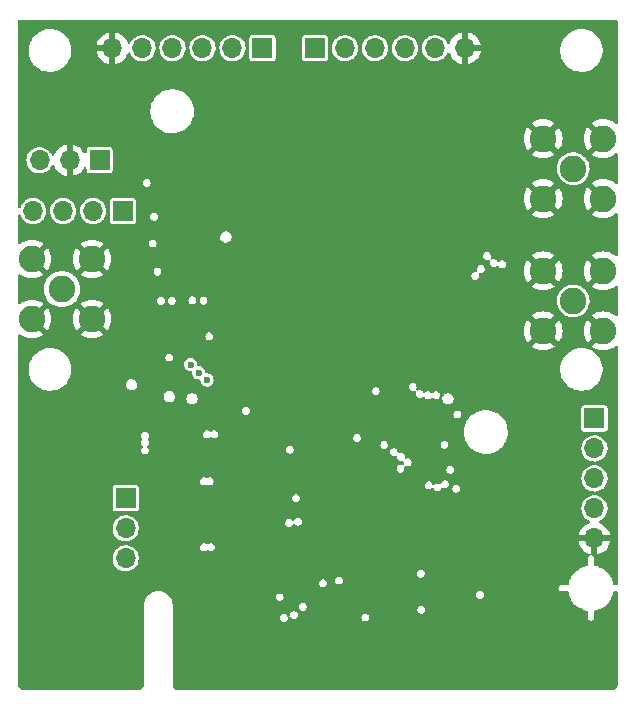
<source format=gbr>
G04 #@! TF.GenerationSoftware,KiCad,Pcbnew,(6.0.10)*
G04 #@! TF.CreationDate,2023-02-10T19:23:52+01:00*
G04 #@! TF.ProjectId,astropix_v3,61737472-6f70-4697-985f-76332e6b6963,1.0*
G04 #@! TF.SameCoordinates,Original*
G04 #@! TF.FileFunction,Copper,L3,Inr*
G04 #@! TF.FilePolarity,Positive*
%FSLAX46Y46*%
G04 Gerber Fmt 4.6, Leading zero omitted, Abs format (unit mm)*
G04 Created by KiCad (PCBNEW (6.0.10)) date 2023-02-10 19:23:52*
%MOMM*%
%LPD*%
G01*
G04 APERTURE LIST*
G04 #@! TA.AperFunction,ComponentPad*
%ADD10C,2.250000*%
G04 #@! TD*
G04 #@! TA.AperFunction,ComponentPad*
%ADD11R,1.700000X1.700000*%
G04 #@! TD*
G04 #@! TA.AperFunction,ComponentPad*
%ADD12O,1.700000X1.700000*%
G04 #@! TD*
G04 #@! TA.AperFunction,ComponentPad*
%ADD13C,0.600000*%
G04 #@! TD*
G04 #@! TA.AperFunction,ViaPad*
%ADD14C,0.450000*%
G04 #@! TD*
G04 APERTURE END LIST*
D10*
G04 #@! TO.N,/HV_in_ext*
G04 #@! TO.C,J6*
X109520000Y-75000000D03*
G04 #@! TO.N,GND*
X106980000Y-72460000D03*
X112060000Y-77540000D03*
X106980000Y-77540000D03*
X112060000Y-72460000D03*
G04 #@! TD*
D11*
G04 #@! TO.N,/spi_left_mosi*
G04 #@! TO.C,J9*
X126492000Y-54610000D03*
D12*
G04 #@! TO.N,/spi_left_miso0*
X123952000Y-54610000D03*
G04 #@! TO.N,/spi_left_miso1*
X121412000Y-54610000D03*
G04 #@! TO.N,/spi_left_clk*
X118872000Y-54610000D03*
G04 #@! TO.N,/spi_left_csn*
X116332000Y-54610000D03*
G04 #@! TO.N,GND*
X113792000Y-54610000D03*
G04 #@! TD*
D11*
G04 #@! TO.N,/spi_right_clk*
G04 #@! TO.C,J10*
X130937000Y-54610000D03*
D12*
G04 #@! TO.N,/spi_right_miso1*
X133477000Y-54610000D03*
G04 #@! TO.N,/spi_right_miso0*
X136017000Y-54610000D03*
G04 #@! TO.N,/spi_right_csn*
X138557000Y-54610000D03*
G04 #@! TO.N,/spi_right_mosi*
X141097000Y-54610000D03*
G04 #@! TO.N,GND*
X143637000Y-54610000D03*
G04 #@! TD*
D11*
G04 #@! TO.N,/VDD18_in*
G04 #@! TO.C,JP1*
X114909600Y-92710000D03*
D12*
G04 #@! TO.N,VDD*
X114909600Y-95250000D03*
G04 #@! TO.N,/POW4_in*
X114909600Y-97790000D03*
G04 #@! TD*
D10*
G04 #@! TO.N,/sc_out*
G04 #@! TO.C,J5*
X152800000Y-64800000D03*
G04 #@! TO.N,GND*
X155340000Y-67340000D03*
X155340000Y-62260000D03*
X150260000Y-62260000D03*
X150260000Y-67340000D03*
G04 #@! TD*
G04 #@! TO.N,Net-(J4-Pad1)*
G04 #@! TO.C,J4*
X152800000Y-76000000D03*
G04 #@! TO.N,GND*
X150260000Y-78540000D03*
X155340000Y-73460000D03*
X150260000Y-73460000D03*
X155340000Y-78540000D03*
G04 #@! TD*
D13*
G04 #@! TO.N,VSSA*
G04 #@! TO.C,U5*
X121800000Y-82700000D03*
G04 #@! TO.N,VDD*
X121100000Y-82100000D03*
G04 #@! TO.N,VDDA*
X120400000Y-81400000D03*
G04 #@! TD*
D11*
G04 #@! TO.N,/ring1*
G04 #@! TO.C,J2*
X114700000Y-68400000D03*
D12*
G04 #@! TO.N,/ring2*
X112160000Y-68400000D03*
G04 #@! TO.N,/ring3*
X109620000Y-68400000D03*
G04 #@! TO.N,/ring4*
X107080000Y-68400000D03*
G04 #@! TD*
D11*
G04 #@! TO.N,Net-(J7-Pad1)*
G04 #@! TO.C,J7*
X112700000Y-64100000D03*
D12*
G04 #@! TO.N,GND*
X110160000Y-64100000D03*
G04 #@! TO.N,Net-(J7-Pad3)*
X107620000Y-64100000D03*
G04 #@! TD*
D11*
G04 #@! TO.N,Net-(J3-Pad1)*
G04 #@! TO.C,J3*
X154600000Y-85960000D03*
D12*
G04 #@! TO.N,Net-(J3-Pad2)*
X154600000Y-88500000D03*
G04 #@! TO.N,Net-(J3-Pad3)*
X154600000Y-91040000D03*
G04 #@! TO.N,Net-(J3-Pad4)*
X154600000Y-93580000D03*
G04 #@! TO.N,GND*
X154600000Y-96120000D03*
G04 #@! TD*
D14*
G04 #@! TO.N,GND*
X128547601Y-92809810D03*
X139088000Y-86200000D03*
X120777000Y-94742000D03*
X125347197Y-91920804D03*
X136657557Y-83538000D03*
X149411002Y-83757228D03*
X125385000Y-83585000D03*
X117500400Y-93421200D03*
X129338000Y-86300000D03*
X119150000Y-89450000D03*
X115824000Y-102717600D03*
X119176800Y-93421200D03*
X134611520Y-84750000D03*
X129700000Y-83300000D03*
X115214400Y-102743000D03*
X120800000Y-89450000D03*
X131750000Y-83000000D03*
X120751600Y-93421200D03*
X117550000Y-89450000D03*
X115824000Y-102108000D03*
X138350000Y-84900000D03*
X110642400Y-89814400D03*
X117500388Y-94691200D03*
X123797801Y-92835204D03*
X133350000Y-83250000D03*
X119151402Y-94691200D03*
X127600000Y-83600000D03*
X126439401Y-89253804D03*
X115214400Y-102108000D03*
X127400000Y-86300000D03*
X135412000Y-86100000D03*
X137550000Y-82850000D03*
X113944400Y-89814398D03*
G04 #@! TD*
G04 #@! TA.AperFunction,Conductor*
G04 #@! TO.N,GND*
G36*
X156532442Y-52217502D02*
G01*
X156578935Y-52271158D01*
X156590321Y-52323558D01*
X156586380Y-60700967D01*
X156586285Y-60903634D01*
X156566251Y-60971746D01*
X156512573Y-61018213D01*
X156442295Y-61028284D01*
X156378454Y-60999386D01*
X156306581Y-60938001D01*
X156298608Y-60932208D01*
X156087879Y-60803073D01*
X156079085Y-60798592D01*
X155850758Y-60704016D01*
X155841373Y-60700967D01*
X155601060Y-60643272D01*
X155591313Y-60641729D01*
X155344930Y-60622338D01*
X155335070Y-60622338D01*
X155088687Y-60641729D01*
X155078940Y-60643272D01*
X154838627Y-60700967D01*
X154829242Y-60704016D01*
X154600915Y-60798592D01*
X154592121Y-60803073D01*
X154386072Y-60929340D01*
X154380810Y-60937401D01*
X154386817Y-60947607D01*
X155610115Y-62170905D01*
X155644141Y-62233217D01*
X155639076Y-62304032D01*
X155610115Y-62349095D01*
X154388276Y-63570934D01*
X154380884Y-63584471D01*
X154384570Y-63589740D01*
X154592121Y-63716927D01*
X154600915Y-63721408D01*
X154829242Y-63815984D01*
X154838627Y-63819033D01*
X155078940Y-63876728D01*
X155088687Y-63878271D01*
X155335070Y-63897662D01*
X155344930Y-63897662D01*
X155591313Y-63878271D01*
X155601060Y-63876728D01*
X155841373Y-63819033D01*
X155850758Y-63815984D01*
X156079085Y-63721408D01*
X156087879Y-63716927D01*
X156298608Y-63587792D01*
X156306581Y-63582000D01*
X156377177Y-63521704D01*
X156441966Y-63492673D01*
X156512167Y-63503278D01*
X156565489Y-63550152D01*
X156585008Y-63617574D01*
X156583896Y-65981594D01*
X156563862Y-66049706D01*
X156510184Y-66096173D01*
X156439906Y-66106244D01*
X156376065Y-66077346D01*
X156306581Y-66018000D01*
X156298608Y-66012208D01*
X156087879Y-65883073D01*
X156079085Y-65878592D01*
X155850758Y-65784016D01*
X155841373Y-65780967D01*
X155601060Y-65723272D01*
X155591313Y-65721729D01*
X155344930Y-65702338D01*
X155335070Y-65702338D01*
X155088687Y-65721729D01*
X155078940Y-65723272D01*
X154838627Y-65780967D01*
X154829242Y-65784016D01*
X154600915Y-65878592D01*
X154592121Y-65883073D01*
X154386072Y-66009340D01*
X154380810Y-66017401D01*
X154386817Y-66027607D01*
X155610115Y-67250905D01*
X155644141Y-67313217D01*
X155639076Y-67384032D01*
X155610115Y-67429095D01*
X154388276Y-68650934D01*
X154380884Y-68664471D01*
X154384570Y-68669740D01*
X154592121Y-68796927D01*
X154600915Y-68801408D01*
X154829242Y-68895984D01*
X154838627Y-68899033D01*
X155078940Y-68956728D01*
X155088687Y-68958271D01*
X155335070Y-68977662D01*
X155344930Y-68977662D01*
X155591313Y-68958271D01*
X155601060Y-68956728D01*
X155841373Y-68899033D01*
X155850758Y-68895984D01*
X156079085Y-68801408D01*
X156087879Y-68796927D01*
X156298608Y-68667792D01*
X156306581Y-68661999D01*
X156374787Y-68603746D01*
X156439577Y-68574715D01*
X156509777Y-68585320D01*
X156563100Y-68632195D01*
X156582618Y-68699616D01*
X156581019Y-72099136D01*
X156560985Y-72167248D01*
X156507307Y-72213715D01*
X156437029Y-72223786D01*
X156373189Y-72194888D01*
X156306588Y-72138006D01*
X156298608Y-72132208D01*
X156087879Y-72003073D01*
X156079085Y-71998592D01*
X155850758Y-71904016D01*
X155841373Y-71900967D01*
X155601060Y-71843272D01*
X155591313Y-71841729D01*
X155344930Y-71822338D01*
X155335070Y-71822338D01*
X155088687Y-71841729D01*
X155078940Y-71843272D01*
X154838627Y-71900967D01*
X154829242Y-71904016D01*
X154600915Y-71998592D01*
X154592121Y-72003073D01*
X154386072Y-72129340D01*
X154380810Y-72137401D01*
X154386817Y-72147607D01*
X155610115Y-73370905D01*
X155644141Y-73433217D01*
X155639076Y-73504032D01*
X155610115Y-73549095D01*
X154388276Y-74770934D01*
X154380884Y-74784471D01*
X154384570Y-74789740D01*
X154592121Y-74916927D01*
X154600915Y-74921408D01*
X154829242Y-75015984D01*
X154838627Y-75019033D01*
X155078940Y-75076728D01*
X155088687Y-75078271D01*
X155335070Y-75097662D01*
X155344930Y-75097662D01*
X155591313Y-75078271D01*
X155601060Y-75076728D01*
X155841373Y-75019033D01*
X155850758Y-75015984D01*
X156079085Y-74921408D01*
X156087879Y-74916927D01*
X156298608Y-74787792D01*
X156306581Y-74782000D01*
X156371907Y-74726205D01*
X156436696Y-74697174D01*
X156506896Y-74707779D01*
X156560219Y-74754653D01*
X156579738Y-74822075D01*
X156578630Y-77177096D01*
X156558596Y-77245208D01*
X156504918Y-77291675D01*
X156434640Y-77301746D01*
X156370799Y-77272848D01*
X156306581Y-77218001D01*
X156298608Y-77212208D01*
X156087879Y-77083073D01*
X156079085Y-77078592D01*
X155850758Y-76984016D01*
X155841373Y-76980967D01*
X155601060Y-76923272D01*
X155591313Y-76921729D01*
X155344930Y-76902338D01*
X155335070Y-76902338D01*
X155088687Y-76921729D01*
X155078940Y-76923272D01*
X154838627Y-76980967D01*
X154829242Y-76984016D01*
X154600915Y-77078592D01*
X154592121Y-77083073D01*
X154386072Y-77209340D01*
X154380810Y-77217401D01*
X154386817Y-77227607D01*
X155610115Y-78450905D01*
X155644141Y-78513217D01*
X155639076Y-78584032D01*
X155610115Y-78629095D01*
X154388276Y-79850934D01*
X154380884Y-79864471D01*
X154384570Y-79869740D01*
X154592121Y-79996927D01*
X154600915Y-80001408D01*
X154829242Y-80095984D01*
X154838627Y-80099033D01*
X155078940Y-80156728D01*
X155088687Y-80158271D01*
X155335070Y-80177662D01*
X155344930Y-80177662D01*
X155591313Y-80158271D01*
X155601060Y-80156728D01*
X155841373Y-80099033D01*
X155850758Y-80095984D01*
X156079085Y-80001408D01*
X156087879Y-79996927D01*
X156298608Y-79867792D01*
X156306581Y-79861999D01*
X156369517Y-79808247D01*
X156434307Y-79779216D01*
X156504507Y-79789821D01*
X156557830Y-79836696D01*
X156577348Y-79904117D01*
X156574752Y-85423982D01*
X156567919Y-99949559D01*
X156547885Y-100017671D01*
X156494207Y-100064138D01*
X156441919Y-100075500D01*
X156317254Y-100075500D01*
X156249133Y-100055498D01*
X156202640Y-100001842D01*
X156194076Y-99976020D01*
X156172307Y-99874907D01*
X156154596Y-99792643D01*
X156060429Y-99537393D01*
X155931237Y-99297958D01*
X155928596Y-99294383D01*
X155928592Y-99294376D01*
X155772246Y-99082702D01*
X155772244Y-99082699D01*
X155769597Y-99079116D01*
X155578735Y-98885231D01*
X155569059Y-98877846D01*
X155365998Y-98722876D01*
X155362458Y-98720174D01*
X155327244Y-98700453D01*
X155128968Y-98589413D01*
X155128965Y-98589412D01*
X155125082Y-98587237D01*
X155120943Y-98585636D01*
X155120935Y-98585632D01*
X154914241Y-98505669D01*
X154871343Y-98489073D01*
X154867018Y-98488070D01*
X154867013Y-98488069D01*
X154657049Y-98439402D01*
X154595204Y-98404535D01*
X154562027Y-98341766D01*
X154559500Y-98316656D01*
X154559500Y-97804933D01*
X154544734Y-97730699D01*
X154488484Y-97646516D01*
X154404301Y-97590266D01*
X154405224Y-97588884D01*
X154361140Y-97553358D01*
X154338719Y-97485995D01*
X154346000Y-97439065D01*
X154346000Y-97438517D01*
X154854000Y-97438517D01*
X154858064Y-97452359D01*
X154871478Y-97454393D01*
X154878184Y-97453534D01*
X154888262Y-97451392D01*
X155092255Y-97390191D01*
X155101842Y-97386433D01*
X155293095Y-97292739D01*
X155301945Y-97287464D01*
X155475328Y-97163792D01*
X155483200Y-97157139D01*
X155634052Y-97006812D01*
X155640730Y-96998965D01*
X155765003Y-96826020D01*
X155770313Y-96817183D01*
X155864670Y-96626267D01*
X155868469Y-96616672D01*
X155930377Y-96412910D01*
X155932555Y-96402837D01*
X155933986Y-96391962D01*
X155931775Y-96377778D01*
X155918617Y-96374000D01*
X154872115Y-96374000D01*
X154856876Y-96378475D01*
X154855671Y-96379865D01*
X154854000Y-96387548D01*
X154854000Y-97438517D01*
X154346000Y-97438517D01*
X154346000Y-96392115D01*
X154341525Y-96376876D01*
X154340135Y-96375671D01*
X154332452Y-96374000D01*
X153283225Y-96374000D01*
X153269694Y-96377973D01*
X153268257Y-96387966D01*
X153298565Y-96522446D01*
X153301645Y-96532275D01*
X153381770Y-96729603D01*
X153386413Y-96738794D01*
X153497694Y-96920388D01*
X153503777Y-96928699D01*
X153643213Y-97089667D01*
X153650580Y-97096883D01*
X153814434Y-97232916D01*
X153822881Y-97238831D01*
X154006756Y-97346279D01*
X154016042Y-97350729D01*
X154137035Y-97396931D01*
X154193538Y-97439918D01*
X154217831Y-97506629D01*
X154202201Y-97575884D01*
X154162089Y-97619405D01*
X154131833Y-97639622D01*
X154121516Y-97646516D01*
X154065266Y-97730699D01*
X154050500Y-97804933D01*
X154050500Y-98318315D01*
X154030498Y-98386436D01*
X153976842Y-98432929D01*
X153949081Y-98441894D01*
X153887184Y-98454206D01*
X153796761Y-98472192D01*
X153792551Y-98473670D01*
X153792549Y-98473671D01*
X153701433Y-98505669D01*
X153540064Y-98562338D01*
X153536113Y-98564391D01*
X153536107Y-98564393D01*
X153495221Y-98585632D01*
X153298630Y-98687753D01*
X153275689Y-98704147D01*
X153080896Y-98843347D01*
X153080892Y-98843350D01*
X153077275Y-98845935D01*
X152880417Y-99033729D01*
X152877661Y-99037225D01*
X152877660Y-99037226D01*
X152800553Y-99135035D01*
X152711982Y-99247386D01*
X152650497Y-99353240D01*
X152577567Y-99478798D01*
X152577564Y-99478804D01*
X152575333Y-99482645D01*
X152573663Y-99486768D01*
X152474869Y-99730679D01*
X152474866Y-99730687D01*
X152473196Y-99734811D01*
X152412448Y-99979366D01*
X152412322Y-99979875D01*
X152376488Y-100041165D01*
X152313206Y-100073352D01*
X152290038Y-100075500D01*
X151779933Y-100075500D01*
X151705699Y-100090266D01*
X151621516Y-100146516D01*
X151565266Y-100230699D01*
X151545514Y-100330000D01*
X151565266Y-100429301D01*
X151621516Y-100513484D01*
X151705699Y-100569734D01*
X151779933Y-100584500D01*
X152293365Y-100584500D01*
X152361486Y-100604502D01*
X152407979Y-100658158D01*
X152417315Y-100687862D01*
X152418524Y-100694482D01*
X152439438Y-100808995D01*
X152525541Y-101067076D01*
X152527533Y-101071063D01*
X152527534Y-101071065D01*
X152614571Y-101245253D01*
X152647148Y-101310451D01*
X152801834Y-101534263D01*
X152819790Y-101553688D01*
X152970123Y-101716317D01*
X152986512Y-101734047D01*
X152989966Y-101736859D01*
X153194041Y-101903002D01*
X153194045Y-101903005D01*
X153197498Y-101905816D01*
X153430581Y-102046144D01*
X153434676Y-102047878D01*
X153434678Y-102047879D01*
X153677010Y-102150493D01*
X153677017Y-102150495D01*
X153681111Y-102152229D01*
X153944090Y-102221957D01*
X153948183Y-102222441D01*
X154011275Y-102254815D01*
X154046891Y-102316231D01*
X154050500Y-102346172D01*
X154050500Y-102855067D01*
X154065266Y-102929301D01*
X154121516Y-103013484D01*
X154131832Y-103020377D01*
X154184424Y-103055518D01*
X154205699Y-103069734D01*
X154305000Y-103089486D01*
X154404301Y-103069734D01*
X154425577Y-103055518D01*
X154478168Y-103020377D01*
X154488484Y-103013484D01*
X154544734Y-102929301D01*
X154559500Y-102855067D01*
X154559500Y-102342095D01*
X154579502Y-102273974D01*
X154633158Y-102227481D01*
X154664812Y-102217805D01*
X154754633Y-102202855D01*
X154758874Y-102201514D01*
X154758877Y-102201513D01*
X155009789Y-102122160D01*
X155009791Y-102122159D01*
X155014035Y-102120817D01*
X155018046Y-102118891D01*
X155018051Y-102118889D01*
X155255272Y-102004978D01*
X155255279Y-102004974D01*
X155259290Y-102003048D01*
X155401364Y-101908117D01*
X155481796Y-101854374D01*
X155481800Y-101854371D01*
X155485504Y-101851896D01*
X155488821Y-101848925D01*
X155488825Y-101848922D01*
X155684846Y-101673351D01*
X155684847Y-101673350D01*
X155688164Y-101670379D01*
X155863226Y-101462117D01*
X156007197Y-101231267D01*
X156117205Y-100982434D01*
X156123373Y-100960566D01*
X156170820Y-100792329D01*
X156191055Y-100720583D01*
X156194662Y-100693728D01*
X156223554Y-100628876D01*
X156282921Y-100589939D01*
X156319541Y-100584500D01*
X156441561Y-100584500D01*
X156509682Y-100604502D01*
X156556175Y-100658158D01*
X156567561Y-100710559D01*
X156567545Y-100745500D01*
X156567512Y-100815875D01*
X156567500Y-100815933D01*
X156567500Y-100840435D01*
X156567489Y-100864775D01*
X156567488Y-100865947D01*
X156567500Y-100866007D01*
X156567500Y-108583392D01*
X156547498Y-108651513D01*
X156530595Y-108672488D01*
X156253486Y-108949596D01*
X156191174Y-108983621D01*
X156164391Y-108986500D01*
X119279608Y-108986500D01*
X119211487Y-108966498D01*
X119190512Y-108949595D01*
X118913404Y-108672486D01*
X118879379Y-108610174D01*
X118876500Y-108583391D01*
X118876500Y-102850000D01*
X127965417Y-102850000D01*
X127985595Y-102964434D01*
X128043695Y-103065066D01*
X128052142Y-103072154D01*
X128115990Y-103125729D01*
X128132708Y-103139757D01*
X128143067Y-103143527D01*
X128143068Y-103143528D01*
X128231539Y-103175729D01*
X128241900Y-103179500D01*
X128358100Y-103179500D01*
X128368461Y-103175729D01*
X128456932Y-103143528D01*
X128456933Y-103143527D01*
X128467292Y-103139757D01*
X128484010Y-103125729D01*
X128547858Y-103072154D01*
X128556305Y-103065066D01*
X128614405Y-102964434D01*
X128634583Y-102850000D01*
X128632669Y-102839145D01*
X128632669Y-102833194D01*
X128652671Y-102765073D01*
X128681131Y-102740412D01*
X128673399Y-102741524D01*
X128608819Y-102712030D01*
X128606803Y-102709588D01*
X128768869Y-102709588D01*
X128776601Y-102708476D01*
X128841181Y-102737970D01*
X128867788Y-102770194D01*
X128884997Y-102800000D01*
X128893695Y-102815066D01*
X128902142Y-102822154D01*
X128941366Y-102855067D01*
X128982708Y-102889757D01*
X128993067Y-102893527D01*
X128993068Y-102893528D01*
X129081539Y-102925729D01*
X129091900Y-102929500D01*
X129208100Y-102929500D01*
X129218461Y-102925729D01*
X129306932Y-102893528D01*
X129306933Y-102893527D01*
X129317292Y-102889757D01*
X129358634Y-102855067D01*
X129397858Y-102822154D01*
X129406305Y-102815066D01*
X129415004Y-102800000D01*
X134865417Y-102800000D01*
X134885595Y-102914434D01*
X134900136Y-102939620D01*
X134936826Y-103003168D01*
X134943695Y-103015066D01*
X134952142Y-103022154D01*
X135008846Y-103069734D01*
X135032708Y-103089757D01*
X135043067Y-103093527D01*
X135043068Y-103093528D01*
X135131539Y-103125729D01*
X135141900Y-103129500D01*
X135258100Y-103129500D01*
X135268461Y-103125729D01*
X135356932Y-103093528D01*
X135356933Y-103093527D01*
X135367292Y-103089757D01*
X135391154Y-103069734D01*
X135447858Y-103022154D01*
X135456305Y-103015066D01*
X135463175Y-103003168D01*
X135499864Y-102939620D01*
X135514405Y-102914434D01*
X135534583Y-102800000D01*
X135514405Y-102685566D01*
X135485173Y-102634934D01*
X135461818Y-102594482D01*
X135461817Y-102594480D01*
X135456305Y-102584934D01*
X135435326Y-102567330D01*
X135375738Y-102517330D01*
X135367292Y-102510243D01*
X135356933Y-102506473D01*
X135356932Y-102506472D01*
X135268461Y-102474271D01*
X135268460Y-102474271D01*
X135258100Y-102470500D01*
X135141900Y-102470500D01*
X135131540Y-102474271D01*
X135131539Y-102474271D01*
X135043069Y-102506472D01*
X135043068Y-102506473D01*
X135032709Y-102510243D01*
X134943695Y-102584934D01*
X134938183Y-102594480D01*
X134938182Y-102594482D01*
X134914827Y-102634934D01*
X134885595Y-102685566D01*
X134865417Y-102800000D01*
X129415004Y-102800000D01*
X129435355Y-102764750D01*
X129464405Y-102714434D01*
X129484583Y-102600000D01*
X129464405Y-102485566D01*
X129406305Y-102384934D01*
X129391075Y-102372154D01*
X129325738Y-102317330D01*
X129317292Y-102310243D01*
X129306933Y-102306473D01*
X129306932Y-102306472D01*
X129218461Y-102274271D01*
X129218460Y-102274271D01*
X129208100Y-102270500D01*
X129091900Y-102270500D01*
X129081540Y-102274271D01*
X129081539Y-102274271D01*
X128993069Y-102306472D01*
X128993068Y-102306473D01*
X128982709Y-102310243D01*
X128893695Y-102384934D01*
X128835595Y-102485566D01*
X128815417Y-102600000D01*
X128817331Y-102610855D01*
X128817331Y-102616806D01*
X128797329Y-102684927D01*
X128768869Y-102709588D01*
X128606803Y-102709588D01*
X128582212Y-102679806D01*
X128561818Y-102644482D01*
X128561817Y-102644480D01*
X128556305Y-102634934D01*
X128514673Y-102600000D01*
X128475738Y-102567330D01*
X128467292Y-102560243D01*
X128456933Y-102556473D01*
X128456932Y-102556472D01*
X128368461Y-102524271D01*
X128368460Y-102524271D01*
X128358100Y-102520500D01*
X128241900Y-102520500D01*
X128231540Y-102524271D01*
X128231539Y-102524271D01*
X128143069Y-102556472D01*
X128143068Y-102556473D01*
X128132709Y-102560243D01*
X128043695Y-102634934D01*
X127985595Y-102735566D01*
X127965417Y-102850000D01*
X118876500Y-102850000D01*
X118876500Y-101901386D01*
X129566803Y-101901386D01*
X129586981Y-102015820D01*
X129645081Y-102116452D01*
X129734094Y-102191143D01*
X129744453Y-102194913D01*
X129744454Y-102194914D01*
X129815616Y-102220815D01*
X129843286Y-102230886D01*
X129959486Y-102230886D01*
X129987156Y-102220815D01*
X130058318Y-102194914D01*
X130058319Y-102194913D01*
X130068678Y-102191143D01*
X130117710Y-102150000D01*
X139615417Y-102150000D01*
X139635595Y-102264434D01*
X139659866Y-102306472D01*
X139682787Y-102346172D01*
X139693695Y-102365066D01*
X139702142Y-102372154D01*
X139774262Y-102432670D01*
X139782708Y-102439757D01*
X139793067Y-102443527D01*
X139793068Y-102443528D01*
X139881539Y-102475729D01*
X139891900Y-102479500D01*
X140008100Y-102479500D01*
X140018461Y-102475729D01*
X140106932Y-102443528D01*
X140106933Y-102443527D01*
X140117292Y-102439757D01*
X140125738Y-102432670D01*
X140197858Y-102372154D01*
X140206305Y-102365066D01*
X140217214Y-102346172D01*
X140240134Y-102306472D01*
X140264405Y-102264434D01*
X140284583Y-102150000D01*
X140264405Y-102035566D01*
X140206305Y-101934934D01*
X140117292Y-101860243D01*
X140106933Y-101856473D01*
X140106932Y-101856472D01*
X140018461Y-101824271D01*
X140018460Y-101824271D01*
X140008100Y-101820500D01*
X139891900Y-101820500D01*
X139881540Y-101824271D01*
X139881539Y-101824271D01*
X139793069Y-101856472D01*
X139793068Y-101856473D01*
X139782709Y-101860243D01*
X139693695Y-101934934D01*
X139635595Y-102035566D01*
X139615417Y-102150000D01*
X130117710Y-102150000D01*
X130157691Y-102116452D01*
X130215791Y-102015820D01*
X130235969Y-101901386D01*
X130215791Y-101786952D01*
X130173945Y-101714472D01*
X130163204Y-101695868D01*
X130163203Y-101695866D01*
X130157691Y-101686320D01*
X130108216Y-101644805D01*
X130077124Y-101618716D01*
X130068678Y-101611629D01*
X130058319Y-101607859D01*
X130058318Y-101607858D01*
X129969847Y-101575657D01*
X129969846Y-101575657D01*
X129959486Y-101571886D01*
X129843286Y-101571886D01*
X129832926Y-101575657D01*
X129832925Y-101575657D01*
X129744455Y-101607858D01*
X129744454Y-101607859D01*
X129734095Y-101611629D01*
X129645081Y-101686320D01*
X129639569Y-101695866D01*
X129639568Y-101695868D01*
X129628827Y-101714472D01*
X129586981Y-101786952D01*
X129566803Y-101901386D01*
X118876500Y-101901386D01*
X118876500Y-101828476D01*
X118878921Y-101803894D01*
X118879066Y-101803167D01*
X118879066Y-101803166D01*
X118881486Y-101791000D01*
X118880799Y-101787545D01*
X118862732Y-101581042D01*
X118856121Y-101556368D01*
X118809606Y-101382773D01*
X118809605Y-101382771D01*
X118808183Y-101377463D01*
X118802258Y-101364757D01*
X118721435Y-101191431D01*
X118721433Y-101191428D01*
X118719112Y-101186450D01*
X118641074Y-101075000D01*
X127607761Y-101075000D01*
X127627939Y-101189434D01*
X127686039Y-101290066D01*
X127775052Y-101364757D01*
X127785411Y-101368527D01*
X127785412Y-101368528D01*
X127796273Y-101372481D01*
X127884244Y-101404500D01*
X128000444Y-101404500D01*
X128088415Y-101372481D01*
X128099276Y-101368528D01*
X128099277Y-101368527D01*
X128109636Y-101364757D01*
X128198649Y-101290066D01*
X128256749Y-101189434D01*
X128276927Y-101075000D01*
X128256749Y-100960566D01*
X128221781Y-100900000D01*
X144565417Y-100900000D01*
X144585595Y-101014434D01*
X144591108Y-101023982D01*
X144632399Y-101095500D01*
X144643695Y-101115066D01*
X144732708Y-101189757D01*
X144743067Y-101193527D01*
X144743068Y-101193528D01*
X144758053Y-101198982D01*
X144841900Y-101229500D01*
X144958100Y-101229500D01*
X145041947Y-101198982D01*
X145056932Y-101193528D01*
X145056933Y-101193527D01*
X145067292Y-101189757D01*
X145156305Y-101115066D01*
X145167602Y-101095500D01*
X145208892Y-101023982D01*
X145214405Y-101014434D01*
X145234583Y-100900000D01*
X145214405Y-100785566D01*
X145156305Y-100684934D01*
X145067292Y-100610243D01*
X145056933Y-100606473D01*
X145056932Y-100606472D01*
X144968461Y-100574271D01*
X144968460Y-100574271D01*
X144958100Y-100570500D01*
X144841900Y-100570500D01*
X144831540Y-100574271D01*
X144831539Y-100574271D01*
X144743069Y-100606472D01*
X144743068Y-100606473D01*
X144732709Y-100610243D01*
X144643695Y-100684934D01*
X144585595Y-100785566D01*
X144565417Y-100900000D01*
X128221781Y-100900000D01*
X128198649Y-100859934D01*
X128137943Y-100808995D01*
X128118082Y-100792330D01*
X128109636Y-100785243D01*
X128099277Y-100781473D01*
X128099276Y-100781472D01*
X128010805Y-100749271D01*
X128010804Y-100749271D01*
X128000444Y-100745500D01*
X127884244Y-100745500D01*
X127873884Y-100749271D01*
X127873883Y-100749271D01*
X127785413Y-100781472D01*
X127785412Y-100781473D01*
X127775053Y-100785243D01*
X127686039Y-100859934D01*
X127627939Y-100960566D01*
X127607761Y-101075000D01*
X118641074Y-101075000D01*
X118598225Y-101013805D01*
X118449195Y-100864775D01*
X118444687Y-100861618D01*
X118444684Y-100861616D01*
X118288557Y-100752295D01*
X118276551Y-100743888D01*
X118271569Y-100741565D01*
X118271564Y-100741562D01*
X118090519Y-100657140D01*
X118090518Y-100657140D01*
X118085537Y-100654817D01*
X118080229Y-100653395D01*
X118080227Y-100653394D01*
X117887273Y-100601692D01*
X117887271Y-100601692D01*
X117881958Y-100600268D01*
X117672000Y-100581899D01*
X117462042Y-100600268D01*
X117456729Y-100601692D01*
X117456727Y-100601692D01*
X117263773Y-100653394D01*
X117263771Y-100653395D01*
X117258463Y-100654817D01*
X117253482Y-100657139D01*
X117253481Y-100657140D01*
X117072431Y-100741565D01*
X117072428Y-100741567D01*
X117067450Y-100743888D01*
X116894805Y-100864775D01*
X116745775Y-101013805D01*
X116624888Y-101186450D01*
X116622567Y-101191428D01*
X116622565Y-101191431D01*
X116541742Y-101364757D01*
X116535817Y-101377463D01*
X116534395Y-101382771D01*
X116534394Y-101382773D01*
X116487879Y-101556368D01*
X116481268Y-101581042D01*
X116463201Y-101787545D01*
X116462514Y-101791000D01*
X116464934Y-101803166D01*
X116464934Y-101803167D01*
X116465079Y-101803894D01*
X116467500Y-101828476D01*
X116467500Y-108583392D01*
X116447498Y-108651513D01*
X116430595Y-108672488D01*
X116153486Y-108949596D01*
X116091174Y-108983621D01*
X116064391Y-108986500D01*
X106179608Y-108986500D01*
X106111487Y-108966498D01*
X106090512Y-108949595D01*
X105813404Y-108672486D01*
X105779379Y-108610174D01*
X105776500Y-108583391D01*
X105776500Y-100840067D01*
X105776568Y-100617329D01*
X105776788Y-99900000D01*
X131265417Y-99900000D01*
X131285595Y-100014434D01*
X131309303Y-100055498D01*
X131333358Y-100097161D01*
X131343695Y-100115066D01*
X131352142Y-100122154D01*
X131393470Y-100156832D01*
X131432708Y-100189757D01*
X131443067Y-100193527D01*
X131443068Y-100193528D01*
X131516843Y-100220380D01*
X131541900Y-100229500D01*
X131658100Y-100229500D01*
X131683157Y-100220380D01*
X131756932Y-100193528D01*
X131756933Y-100193527D01*
X131767292Y-100189757D01*
X131806530Y-100156832D01*
X131847858Y-100122154D01*
X131856305Y-100115066D01*
X131866643Y-100097161D01*
X131890697Y-100055498D01*
X131914405Y-100014434D01*
X131934583Y-99900000D01*
X131914405Y-99785566D01*
X131856827Y-99685838D01*
X132646927Y-99685838D01*
X132667105Y-99800272D01*
X132672618Y-99809820D01*
X132710196Y-99874907D01*
X132725205Y-99900904D01*
X132814218Y-99975595D01*
X132824577Y-99979365D01*
X132824578Y-99979366D01*
X132886330Y-100001842D01*
X132923410Y-100015338D01*
X133039610Y-100015338D01*
X133076690Y-100001842D01*
X133138442Y-99979366D01*
X133138443Y-99979365D01*
X133148802Y-99975595D01*
X133237815Y-99900904D01*
X133252825Y-99874907D01*
X133290402Y-99809820D01*
X133295915Y-99800272D01*
X133316093Y-99685838D01*
X133295915Y-99571404D01*
X133266865Y-99521088D01*
X133243328Y-99480320D01*
X133243327Y-99480318D01*
X133237815Y-99470772D01*
X133148802Y-99396081D01*
X133138443Y-99392311D01*
X133138442Y-99392310D01*
X133049971Y-99360109D01*
X133049970Y-99360109D01*
X133039610Y-99356338D01*
X132923410Y-99356338D01*
X132913050Y-99360109D01*
X132913049Y-99360109D01*
X132824579Y-99392310D01*
X132824578Y-99392311D01*
X132814219Y-99396081D01*
X132725205Y-99470772D01*
X132719693Y-99480318D01*
X132719692Y-99480320D01*
X132696155Y-99521088D01*
X132667105Y-99571404D01*
X132646927Y-99685838D01*
X131856827Y-99685838D01*
X131856305Y-99684934D01*
X131783579Y-99623909D01*
X131775738Y-99617330D01*
X131767292Y-99610243D01*
X131756933Y-99606473D01*
X131756932Y-99606472D01*
X131668461Y-99574271D01*
X131668460Y-99574271D01*
X131658100Y-99570500D01*
X131541900Y-99570500D01*
X131531540Y-99574271D01*
X131531539Y-99574271D01*
X131443069Y-99606472D01*
X131443068Y-99606473D01*
X131432709Y-99610243D01*
X131343695Y-99684934D01*
X131285595Y-99785566D01*
X131265417Y-99900000D01*
X105776788Y-99900000D01*
X105777034Y-99100000D01*
X139565417Y-99100000D01*
X139585595Y-99214434D01*
X139604620Y-99247386D01*
X139637808Y-99304869D01*
X139643695Y-99315066D01*
X139732708Y-99389757D01*
X139743067Y-99393527D01*
X139743068Y-99393528D01*
X139769551Y-99403167D01*
X139841900Y-99429500D01*
X139958100Y-99429500D01*
X140030449Y-99403167D01*
X140056932Y-99393528D01*
X140056933Y-99393527D01*
X140067292Y-99389757D01*
X140156305Y-99315066D01*
X140162193Y-99304869D01*
X140195380Y-99247386D01*
X140214405Y-99214434D01*
X140234583Y-99100000D01*
X140214405Y-98985566D01*
X140185355Y-98935250D01*
X140161818Y-98894482D01*
X140161817Y-98894480D01*
X140156305Y-98884934D01*
X140067292Y-98810243D01*
X140056933Y-98806473D01*
X140056932Y-98806472D01*
X139968461Y-98774271D01*
X139968460Y-98774271D01*
X139958100Y-98770500D01*
X139841900Y-98770500D01*
X139831540Y-98774271D01*
X139831539Y-98774271D01*
X139743069Y-98806472D01*
X139743068Y-98806473D01*
X139732709Y-98810243D01*
X139724265Y-98817329D01*
X139724264Y-98817329D01*
X139688202Y-98847589D01*
X139643695Y-98884934D01*
X139638183Y-98894480D01*
X139638182Y-98894482D01*
X139614645Y-98935250D01*
X139585595Y-98985566D01*
X139565417Y-99100000D01*
X105777034Y-99100000D01*
X105777445Y-97760964D01*
X113800748Y-97760964D01*
X113814024Y-97963522D01*
X113815445Y-97969118D01*
X113815446Y-97969123D01*
X113835719Y-98048945D01*
X113863992Y-98160269D01*
X113866409Y-98165512D01*
X113903610Y-98246208D01*
X113948977Y-98344616D01*
X114066133Y-98510389D01*
X114211538Y-98652035D01*
X114216342Y-98655245D01*
X114264994Y-98687753D01*
X114380320Y-98764812D01*
X114385623Y-98767090D01*
X114385626Y-98767092D01*
X114502559Y-98817330D01*
X114566828Y-98844942D01*
X114639844Y-98861464D01*
X114759179Y-98888467D01*
X114759184Y-98888468D01*
X114764816Y-98889742D01*
X114770587Y-98889969D01*
X114770589Y-98889969D01*
X114830356Y-98892317D01*
X114967653Y-98897712D01*
X115072368Y-98882529D01*
X115162831Y-98869413D01*
X115162836Y-98869412D01*
X115168545Y-98868584D01*
X115174009Y-98866729D01*
X115174014Y-98866728D01*
X115355293Y-98805192D01*
X115355298Y-98805190D01*
X115360765Y-98803334D01*
X115537876Y-98704147D01*
X115600534Y-98652035D01*
X115689513Y-98578031D01*
X115693945Y-98574345D01*
X115763532Y-98490676D01*
X115820053Y-98422718D01*
X115820055Y-98422715D01*
X115823747Y-98418276D01*
X115922934Y-98241165D01*
X115924790Y-98235698D01*
X115924792Y-98235693D01*
X115986328Y-98054414D01*
X115986329Y-98054409D01*
X115988184Y-98048945D01*
X115989012Y-98043236D01*
X115989013Y-98043231D01*
X116016779Y-97851727D01*
X116017312Y-97848053D01*
X116018832Y-97790000D01*
X116005648Y-97646516D01*
X116000787Y-97593613D01*
X116000786Y-97593610D01*
X116000258Y-97587859D01*
X115995366Y-97570514D01*
X115946725Y-97398046D01*
X115946724Y-97398044D01*
X115945157Y-97392487D01*
X115934578Y-97371033D01*
X115857931Y-97215609D01*
X115855376Y-97210428D01*
X115733920Y-97047779D01*
X115584858Y-96909987D01*
X115579975Y-96906906D01*
X115579971Y-96906903D01*
X115510705Y-96863200D01*
X121216821Y-96863200D01*
X121236999Y-96977634D01*
X121295099Y-97078266D01*
X121384112Y-97152957D01*
X121394471Y-97156727D01*
X121394472Y-97156728D01*
X121447226Y-97175929D01*
X121493304Y-97192700D01*
X121609504Y-97192700D01*
X121655582Y-97175929D01*
X121708336Y-97156728D01*
X121708337Y-97156727D01*
X121718696Y-97152957D01*
X121764059Y-97114893D01*
X121829096Y-97086429D01*
X121899201Y-97097646D01*
X121926035Y-97114890D01*
X121955908Y-97139957D01*
X121966267Y-97143727D01*
X121966268Y-97143728D01*
X122054739Y-97175929D01*
X122065100Y-97179700D01*
X122181300Y-97179700D01*
X122191661Y-97175929D01*
X122280132Y-97143728D01*
X122280133Y-97143727D01*
X122290492Y-97139957D01*
X122340916Y-97097646D01*
X122371058Y-97072354D01*
X122379505Y-97065266D01*
X122389602Y-97047779D01*
X122432092Y-96974182D01*
X122437605Y-96964634D01*
X122457783Y-96850200D01*
X122437605Y-96735766D01*
X122379505Y-96635134D01*
X122314430Y-96580529D01*
X122298938Y-96567530D01*
X122290492Y-96560443D01*
X122280133Y-96556673D01*
X122280132Y-96556672D01*
X122191661Y-96524471D01*
X122191660Y-96524471D01*
X122181300Y-96520700D01*
X122065100Y-96520700D01*
X122054740Y-96524471D01*
X122054739Y-96524471D01*
X121966269Y-96556672D01*
X121966268Y-96556673D01*
X121955909Y-96560443D01*
X121947465Y-96567529D01*
X121947464Y-96567529D01*
X121910546Y-96598507D01*
X121845506Y-96626971D01*
X121775401Y-96615754D01*
X121748569Y-96598509D01*
X121718696Y-96573443D01*
X121708337Y-96569673D01*
X121708336Y-96569672D01*
X121619865Y-96537471D01*
X121619864Y-96537471D01*
X121609504Y-96533700D01*
X121493304Y-96533700D01*
X121482944Y-96537471D01*
X121482943Y-96537471D01*
X121394473Y-96569672D01*
X121394472Y-96569673D01*
X121384113Y-96573443D01*
X121295099Y-96648134D01*
X121289587Y-96657680D01*
X121289586Y-96657682D01*
X121272750Y-96686844D01*
X121236999Y-96748766D01*
X121216821Y-96863200D01*
X115510705Y-96863200D01*
X115418064Y-96804748D01*
X115413181Y-96801667D01*
X115224639Y-96726446D01*
X115218979Y-96725320D01*
X115218975Y-96725319D01*
X115031213Y-96687971D01*
X115031210Y-96687971D01*
X115025546Y-96686844D01*
X115019771Y-96686768D01*
X115019767Y-96686768D01*
X114918393Y-96685441D01*
X114822571Y-96684187D01*
X114816874Y-96685166D01*
X114816873Y-96685166D01*
X114628207Y-96717585D01*
X114622510Y-96718564D01*
X114432063Y-96788824D01*
X114257610Y-96892612D01*
X114253270Y-96896418D01*
X114253266Y-96896421D01*
X114160661Y-96977634D01*
X114104992Y-97026455D01*
X113979320Y-97185869D01*
X113976631Y-97190980D01*
X113976629Y-97190983D01*
X113963673Y-97215609D01*
X113884803Y-97365515D01*
X113824607Y-97559378D01*
X113800748Y-97760964D01*
X105777445Y-97760964D01*
X105778224Y-95220964D01*
X113800748Y-95220964D01*
X113814024Y-95423522D01*
X113815445Y-95429118D01*
X113815446Y-95429123D01*
X113835719Y-95508945D01*
X113863992Y-95620269D01*
X113866409Y-95625512D01*
X113903610Y-95706208D01*
X113948977Y-95804616D01*
X114066133Y-95970389D01*
X114211538Y-96112035D01*
X114380320Y-96224812D01*
X114385623Y-96227090D01*
X114385626Y-96227092D01*
X114474307Y-96265192D01*
X114566828Y-96304942D01*
X114639844Y-96321464D01*
X114759179Y-96348467D01*
X114759184Y-96348468D01*
X114764816Y-96349742D01*
X114770587Y-96349969D01*
X114770589Y-96349969D01*
X114830356Y-96352317D01*
X114967653Y-96357712D01*
X115068099Y-96343148D01*
X115162831Y-96329413D01*
X115162836Y-96329412D01*
X115168545Y-96328584D01*
X115174009Y-96326729D01*
X115174014Y-96326728D01*
X115355293Y-96265192D01*
X115355298Y-96265190D01*
X115360765Y-96263334D01*
X115537876Y-96164147D01*
X115600534Y-96112035D01*
X115689513Y-96038031D01*
X115693945Y-96034345D01*
X115823747Y-95878276D01*
X115837240Y-95854183D01*
X153264389Y-95854183D01*
X153265912Y-95862607D01*
X153278292Y-95866000D01*
X155918344Y-95866000D01*
X155931875Y-95862027D01*
X155933180Y-95852947D01*
X155891214Y-95685875D01*
X155887894Y-95676124D01*
X155802972Y-95480814D01*
X155798105Y-95471739D01*
X155682426Y-95292926D01*
X155676136Y-95284757D01*
X155532806Y-95127240D01*
X155525273Y-95120215D01*
X155358139Y-94988222D01*
X155349552Y-94982517D01*
X155163117Y-94879599D01*
X155153705Y-94875369D01*
X155039391Y-94834888D01*
X154981855Y-94793294D01*
X154955939Y-94727196D01*
X154969873Y-94657580D01*
X155019232Y-94606549D01*
X155040943Y-94596804D01*
X155051165Y-94593334D01*
X155066165Y-94584934D01*
X155125683Y-94551602D01*
X155228276Y-94494147D01*
X155239354Y-94484934D01*
X155379913Y-94368031D01*
X155384345Y-94364345D01*
X155441463Y-94295669D01*
X155510453Y-94212718D01*
X155510455Y-94212715D01*
X155514147Y-94208276D01*
X155613334Y-94031165D01*
X155615190Y-94025698D01*
X155615192Y-94025693D01*
X155676728Y-93844414D01*
X155676729Y-93844409D01*
X155678584Y-93838945D01*
X155679412Y-93833236D01*
X155679413Y-93833231D01*
X155707179Y-93641727D01*
X155707712Y-93638053D01*
X155709232Y-93580000D01*
X155690658Y-93377859D01*
X155689090Y-93372299D01*
X155637125Y-93188046D01*
X155637124Y-93188044D01*
X155635557Y-93182487D01*
X155624978Y-93161033D01*
X155548331Y-93005609D01*
X155545776Y-93000428D01*
X155532516Y-92982670D01*
X155427777Y-92842409D01*
X155424320Y-92837779D01*
X155275258Y-92699987D01*
X155270375Y-92696906D01*
X155270371Y-92696903D01*
X155108464Y-92594748D01*
X155103581Y-92591667D01*
X154915039Y-92516446D01*
X154909379Y-92515320D01*
X154909375Y-92515319D01*
X154721613Y-92477971D01*
X154721610Y-92477971D01*
X154715946Y-92476844D01*
X154710171Y-92476768D01*
X154710167Y-92476768D01*
X154608793Y-92475441D01*
X154512971Y-92474187D01*
X154507274Y-92475166D01*
X154507273Y-92475166D01*
X154318607Y-92507585D01*
X154312910Y-92508564D01*
X154122463Y-92578824D01*
X153948010Y-92682612D01*
X153943670Y-92686418D01*
X153943666Y-92686421D01*
X153923723Y-92703911D01*
X153795392Y-92816455D01*
X153669720Y-92975869D01*
X153667031Y-92980980D01*
X153667029Y-92980983D01*
X153654073Y-93005609D01*
X153575203Y-93155515D01*
X153515007Y-93349378D01*
X153491148Y-93550964D01*
X153504424Y-93753522D01*
X153505845Y-93759118D01*
X153505846Y-93759123D01*
X153526119Y-93838945D01*
X153554392Y-93950269D01*
X153556809Y-93955512D01*
X153594010Y-94036208D01*
X153639377Y-94134616D01*
X153642710Y-94139332D01*
X153731345Y-94264748D01*
X153756533Y-94300389D01*
X153901938Y-94442035D01*
X154070720Y-94554812D01*
X154076023Y-94557090D01*
X154076026Y-94557092D01*
X154172954Y-94598735D01*
X154227647Y-94644003D01*
X154249184Y-94711654D01*
X154230727Y-94780210D01*
X154178136Y-94827904D01*
X154162361Y-94834268D01*
X154076868Y-94862212D01*
X154067359Y-94866209D01*
X153878463Y-94964542D01*
X153869738Y-94970036D01*
X153699433Y-95097905D01*
X153691726Y-95104748D01*
X153544590Y-95258717D01*
X153538104Y-95266727D01*
X153418098Y-95442649D01*
X153413000Y-95451623D01*
X153323338Y-95644783D01*
X153319775Y-95654470D01*
X153264389Y-95854183D01*
X115837240Y-95854183D01*
X115922934Y-95701165D01*
X115924790Y-95695698D01*
X115924792Y-95695693D01*
X115986328Y-95514414D01*
X115986329Y-95514409D01*
X115988184Y-95508945D01*
X115989012Y-95503236D01*
X115989013Y-95503231D01*
X116016779Y-95311727D01*
X116017312Y-95308053D01*
X116018832Y-95250000D01*
X116000258Y-95047859D01*
X115994017Y-95025729D01*
X115946725Y-94858046D01*
X115946724Y-94858044D01*
X115945157Y-94852487D01*
X115936479Y-94834888D01*
X115919274Y-94800000D01*
X128415417Y-94800000D01*
X128435595Y-94914434D01*
X128464525Y-94964542D01*
X128478197Y-94988222D01*
X128493695Y-95015066D01*
X128582708Y-95089757D01*
X128593067Y-95093527D01*
X128593068Y-95093528D01*
X128681539Y-95125729D01*
X128691900Y-95129500D01*
X128808100Y-95129500D01*
X128818461Y-95125729D01*
X128906932Y-95093528D01*
X128906933Y-95093527D01*
X128917292Y-95089757D01*
X129006305Y-95015066D01*
X129020918Y-94989757D01*
X129048314Y-94942305D01*
X129099697Y-94893311D01*
X129169411Y-94879876D01*
X129235321Y-94906263D01*
X129242791Y-94913500D01*
X129243695Y-94915066D01*
X129249014Y-94919529D01*
X129249020Y-94919535D01*
X129302658Y-94964542D01*
X129332708Y-94989757D01*
X129343067Y-94993527D01*
X129343068Y-94993528D01*
X129402243Y-95015066D01*
X129441900Y-95029500D01*
X129558100Y-95029500D01*
X129597757Y-95015066D01*
X129656932Y-94993528D01*
X129656933Y-94993527D01*
X129667292Y-94989757D01*
X129756305Y-94915066D01*
X129768866Y-94893311D01*
X129786820Y-94862212D01*
X129814405Y-94814434D01*
X129834583Y-94700000D01*
X129814405Y-94585566D01*
X129767229Y-94503855D01*
X129761818Y-94494482D01*
X129761817Y-94494480D01*
X129756305Y-94484934D01*
X129667292Y-94410243D01*
X129656933Y-94406473D01*
X129656932Y-94406472D01*
X129568461Y-94374271D01*
X129568460Y-94374271D01*
X129558100Y-94370500D01*
X129441900Y-94370500D01*
X129431540Y-94374271D01*
X129431539Y-94374271D01*
X129343069Y-94406472D01*
X129343068Y-94406473D01*
X129332709Y-94410243D01*
X129243695Y-94484934D01*
X129238183Y-94494480D01*
X129238182Y-94494482D01*
X129201686Y-94557695D01*
X129150303Y-94606689D01*
X129080589Y-94620124D01*
X129014679Y-94593737D01*
X129007209Y-94586500D01*
X129006305Y-94584934D01*
X129000986Y-94580471D01*
X129000980Y-94580465D01*
X128925738Y-94517330D01*
X128917292Y-94510243D01*
X128906933Y-94506473D01*
X128906932Y-94506472D01*
X128818461Y-94474271D01*
X128818460Y-94474271D01*
X128808100Y-94470500D01*
X128691900Y-94470500D01*
X128681540Y-94474271D01*
X128681539Y-94474271D01*
X128593069Y-94506472D01*
X128593068Y-94506473D01*
X128582709Y-94510243D01*
X128493695Y-94584934D01*
X128488183Y-94594480D01*
X128488182Y-94594482D01*
X128473378Y-94620124D01*
X128435595Y-94685566D01*
X128415417Y-94800000D01*
X115919274Y-94800000D01*
X115857931Y-94675609D01*
X115855376Y-94670428D01*
X115835644Y-94644003D01*
X115801840Y-94598735D01*
X115733920Y-94507779D01*
X115584858Y-94369987D01*
X115579975Y-94366906D01*
X115579971Y-94366903D01*
X115418064Y-94264748D01*
X115413181Y-94261667D01*
X115224639Y-94186446D01*
X115218979Y-94185320D01*
X115218975Y-94185319D01*
X115031213Y-94147971D01*
X115031210Y-94147971D01*
X115025546Y-94146844D01*
X115019771Y-94146768D01*
X115019767Y-94146768D01*
X114918393Y-94145441D01*
X114822571Y-94144187D01*
X114816874Y-94145166D01*
X114816873Y-94145166D01*
X114628207Y-94177585D01*
X114622510Y-94178564D01*
X114432063Y-94248824D01*
X114257610Y-94352612D01*
X114253270Y-94356418D01*
X114253266Y-94356421D01*
X114160242Y-94438002D01*
X114104992Y-94486455D01*
X113979320Y-94645869D01*
X113976631Y-94650980D01*
X113976629Y-94650983D01*
X113936531Y-94727196D01*
X113884803Y-94825515D01*
X113824607Y-95019378D01*
X113800748Y-95220964D01*
X105778224Y-95220964D01*
X105779263Y-91834933D01*
X113805100Y-91834933D01*
X113805101Y-93585066D01*
X113812212Y-93620818D01*
X113816371Y-93641727D01*
X113819866Y-93659301D01*
X113876116Y-93743484D01*
X113960299Y-93799734D01*
X114034533Y-93814500D01*
X114909458Y-93814500D01*
X115784666Y-93814499D01*
X115820418Y-93807388D01*
X115846726Y-93802156D01*
X115846728Y-93802155D01*
X115858901Y-93799734D01*
X115869221Y-93792839D01*
X115869222Y-93792838D01*
X115932768Y-93750377D01*
X115943084Y-93743484D01*
X115999334Y-93659301D01*
X116014100Y-93585067D01*
X116014099Y-92700000D01*
X129003906Y-92700000D01*
X129024084Y-92814434D01*
X129082184Y-92915066D01*
X129171197Y-92989757D01*
X129181556Y-92993527D01*
X129181557Y-92993528D01*
X129270028Y-93025729D01*
X129280389Y-93029500D01*
X129396589Y-93029500D01*
X129406950Y-93025729D01*
X129495421Y-92993528D01*
X129495422Y-92993527D01*
X129505781Y-92989757D01*
X129594794Y-92915066D01*
X129652894Y-92814434D01*
X129673072Y-92700000D01*
X129652894Y-92585566D01*
X129614223Y-92518586D01*
X129600307Y-92494482D01*
X129600306Y-92494480D01*
X129594794Y-92484934D01*
X129505781Y-92410243D01*
X129495422Y-92406473D01*
X129495421Y-92406472D01*
X129406950Y-92374271D01*
X129406949Y-92374271D01*
X129396589Y-92370500D01*
X129280389Y-92370500D01*
X129270029Y-92374271D01*
X129270028Y-92374271D01*
X129181558Y-92406472D01*
X129181557Y-92406473D01*
X129171198Y-92410243D01*
X129082184Y-92484934D01*
X129076672Y-92494480D01*
X129076671Y-92494482D01*
X129062755Y-92518586D01*
X129024084Y-92585566D01*
X129003906Y-92700000D01*
X116014099Y-92700000D01*
X116014099Y-91834934D01*
X116002766Y-91777953D01*
X116001756Y-91772874D01*
X116001755Y-91772872D01*
X115999334Y-91760699D01*
X115981236Y-91733613D01*
X115949977Y-91686832D01*
X115943084Y-91676516D01*
X115858901Y-91620266D01*
X115805435Y-91609631D01*
X140226918Y-91609631D01*
X140247096Y-91724065D01*
X140262288Y-91750378D01*
X140299604Y-91815011D01*
X140305196Y-91824697D01*
X140313643Y-91831785D01*
X140331590Y-91846844D01*
X140394209Y-91899388D01*
X140404568Y-91903158D01*
X140404569Y-91903159D01*
X140493040Y-91935360D01*
X140503401Y-91939131D01*
X140619601Y-91939131D01*
X140629962Y-91935360D01*
X140718433Y-91903159D01*
X140718434Y-91903158D01*
X140728793Y-91899388D01*
X140800741Y-91839016D01*
X140865779Y-91810553D01*
X140935884Y-91821770D01*
X140988795Y-91869108D01*
X140996917Y-91885827D01*
X140998074Y-91892387D01*
X141003586Y-91901934D01*
X141022885Y-91935360D01*
X141056174Y-91993019D01*
X141145187Y-92067710D01*
X141155546Y-92071480D01*
X141155547Y-92071481D01*
X141244018Y-92103682D01*
X141254379Y-92107453D01*
X141370579Y-92107453D01*
X141380940Y-92103682D01*
X141469411Y-92071481D01*
X141469412Y-92071480D01*
X141479771Y-92067710D01*
X141568784Y-91993019D01*
X141599897Y-91939131D01*
X141621373Y-91901933D01*
X141621374Y-91901931D01*
X141621753Y-91901275D01*
X142564661Y-91901275D01*
X142584839Y-92015709D01*
X142642939Y-92116341D01*
X142731952Y-92191032D01*
X142742311Y-92194802D01*
X142742312Y-92194803D01*
X142830783Y-92227004D01*
X142841144Y-92230775D01*
X142957344Y-92230775D01*
X142967705Y-92227004D01*
X143056176Y-92194803D01*
X143056177Y-92194802D01*
X143066536Y-92191032D01*
X143155549Y-92116341D01*
X143213649Y-92015709D01*
X143233827Y-91901275D01*
X143213649Y-91786841D01*
X143176711Y-91722862D01*
X143161062Y-91695757D01*
X143161061Y-91695755D01*
X143155549Y-91686209D01*
X143066536Y-91611518D01*
X143056177Y-91607748D01*
X143056176Y-91607747D01*
X142967705Y-91575546D01*
X142967704Y-91575546D01*
X142957344Y-91571775D01*
X142841144Y-91571775D01*
X142830784Y-91575546D01*
X142830783Y-91575546D01*
X142742313Y-91607747D01*
X142742312Y-91607748D01*
X142731953Y-91611518D01*
X142642939Y-91686209D01*
X142637427Y-91695755D01*
X142637426Y-91695757D01*
X142621777Y-91722862D01*
X142584839Y-91786841D01*
X142564661Y-91901275D01*
X141621753Y-91901275D01*
X141626884Y-91892387D01*
X141627768Y-91887372D01*
X141667698Y-91833144D01*
X141734020Y-91807808D01*
X141787096Y-91815011D01*
X141812741Y-91824345D01*
X141858830Y-91841120D01*
X141874556Y-91846844D01*
X141990756Y-91846844D01*
X142001117Y-91843073D01*
X142089588Y-91810872D01*
X142089589Y-91810871D01*
X142099948Y-91807101D01*
X142140738Y-91772874D01*
X142180514Y-91739498D01*
X142188961Y-91732410D01*
X142247061Y-91631778D01*
X142267239Y-91517344D01*
X142247061Y-91402910D01*
X142188961Y-91302278D01*
X142167062Y-91283902D01*
X142108394Y-91234674D01*
X142099948Y-91227587D01*
X142089589Y-91223817D01*
X142089588Y-91223816D01*
X142001117Y-91191615D01*
X142001116Y-91191615D01*
X141990756Y-91187844D01*
X141874556Y-91187844D01*
X141864196Y-91191615D01*
X141864195Y-91191615D01*
X141775725Y-91223816D01*
X141775724Y-91223817D01*
X141765365Y-91227587D01*
X141676351Y-91302278D01*
X141670839Y-91311824D01*
X141670838Y-91311826D01*
X141623762Y-91393364D01*
X141618251Y-91402910D01*
X141617367Y-91407925D01*
X141577437Y-91462153D01*
X141511115Y-91487489D01*
X141458039Y-91480286D01*
X141370579Y-91448453D01*
X141254379Y-91448453D01*
X141244019Y-91452224D01*
X141244018Y-91452224D01*
X141155548Y-91484425D01*
X141155547Y-91484426D01*
X141145188Y-91488196D01*
X141136744Y-91495282D01*
X141136743Y-91495282D01*
X141073240Y-91548567D01*
X141008199Y-91577031D01*
X140938094Y-91565814D01*
X140885183Y-91518475D01*
X140877063Y-91501757D01*
X140875906Y-91495197D01*
X140870395Y-91485651D01*
X140823319Y-91404113D01*
X140823318Y-91404111D01*
X140817806Y-91394565D01*
X140728793Y-91319874D01*
X140718434Y-91316104D01*
X140718433Y-91316103D01*
X140629962Y-91283902D01*
X140629961Y-91283902D01*
X140619601Y-91280131D01*
X140503401Y-91280131D01*
X140493041Y-91283902D01*
X140493040Y-91283902D01*
X140404570Y-91316103D01*
X140404569Y-91316104D01*
X140394210Y-91319874D01*
X140305196Y-91394565D01*
X140299684Y-91404111D01*
X140299683Y-91404113D01*
X140299181Y-91404983D01*
X140247096Y-91495197D01*
X140226918Y-91609631D01*
X115805435Y-91609631D01*
X115784667Y-91605500D01*
X114909742Y-91605500D01*
X114034534Y-91605501D01*
X114004282Y-91611518D01*
X113972474Y-91617844D01*
X113972472Y-91617845D01*
X113960299Y-91620266D01*
X113949979Y-91627161D01*
X113949978Y-91627162D01*
X113943070Y-91631778D01*
X113876116Y-91676516D01*
X113819866Y-91760699D01*
X113805100Y-91834933D01*
X105779263Y-91834933D01*
X105779435Y-91274600D01*
X121189117Y-91274600D01*
X121209295Y-91389034D01*
X121267395Y-91489666D01*
X121275842Y-91496754D01*
X121344908Y-91554707D01*
X121356408Y-91564357D01*
X121366767Y-91568127D01*
X121366768Y-91568128D01*
X121452500Y-91599332D01*
X121465600Y-91604100D01*
X121581800Y-91604100D01*
X121596428Y-91598776D01*
X121680634Y-91568127D01*
X121690992Y-91564357D01*
X121699436Y-91557272D01*
X121708984Y-91551759D01*
X121710686Y-91554707D01*
X121758603Y-91533738D01*
X121828708Y-91544958D01*
X121839893Y-91552146D01*
X121840116Y-91551759D01*
X121849664Y-91557272D01*
X121858108Y-91564357D01*
X121868466Y-91568127D01*
X121952673Y-91598776D01*
X121967300Y-91604100D01*
X122083500Y-91604100D01*
X122096600Y-91599332D01*
X122182332Y-91568128D01*
X122182333Y-91568127D01*
X122192692Y-91564357D01*
X122204192Y-91554707D01*
X122273258Y-91496754D01*
X122281705Y-91489666D01*
X122339805Y-91389034D01*
X122359983Y-91274600D01*
X122339805Y-91160166D01*
X122281705Y-91059534D01*
X122223822Y-91010964D01*
X153491148Y-91010964D01*
X153504424Y-91213522D01*
X153505845Y-91219118D01*
X153505846Y-91219123D01*
X153531434Y-91319874D01*
X153554392Y-91410269D01*
X153556809Y-91415512D01*
X153593104Y-91494243D01*
X153639377Y-91594616D01*
X153651322Y-91611518D01*
X153736760Y-91732410D01*
X153756533Y-91760389D01*
X153760675Y-91764424D01*
X153841411Y-91843073D01*
X153901938Y-91902035D01*
X154070720Y-92014812D01*
X154076023Y-92017090D01*
X154076026Y-92017092D01*
X154202621Y-92071481D01*
X154257228Y-92094942D01*
X154309602Y-92106793D01*
X154449579Y-92138467D01*
X154449584Y-92138468D01*
X154455216Y-92139742D01*
X154460987Y-92139969D01*
X154460989Y-92139969D01*
X154520756Y-92142317D01*
X154658053Y-92147712D01*
X154758499Y-92133148D01*
X154853231Y-92119413D01*
X154853236Y-92119412D01*
X154858945Y-92118584D01*
X154864409Y-92116729D01*
X154864414Y-92116728D01*
X155045693Y-92055192D01*
X155045698Y-92055190D01*
X155051165Y-92053334D01*
X155228276Y-91954147D01*
X155290934Y-91902035D01*
X155379913Y-91828031D01*
X155384345Y-91824345D01*
X155441463Y-91755669D01*
X155510453Y-91672718D01*
X155510455Y-91672715D01*
X155514147Y-91668276D01*
X155581187Y-91548567D01*
X155610510Y-91496208D01*
X155610511Y-91496206D01*
X155613334Y-91491165D01*
X155615190Y-91485698D01*
X155615192Y-91485693D01*
X155676728Y-91304414D01*
X155676729Y-91304409D01*
X155678584Y-91298945D01*
X155679412Y-91293236D01*
X155679413Y-91293231D01*
X155707179Y-91101727D01*
X155707712Y-91098053D01*
X155709232Y-91040000D01*
X155690658Y-90837859D01*
X155689090Y-90832299D01*
X155637125Y-90648046D01*
X155637124Y-90648044D01*
X155635557Y-90642487D01*
X155624978Y-90621033D01*
X155548331Y-90465609D01*
X155545776Y-90460428D01*
X155529488Y-90438615D01*
X155427777Y-90302409D01*
X155424320Y-90297779D01*
X155275258Y-90159987D01*
X155270375Y-90156906D01*
X155270371Y-90156903D01*
X155108464Y-90054748D01*
X155103581Y-90051667D01*
X154915039Y-89976446D01*
X154909379Y-89975320D01*
X154909375Y-89975319D01*
X154721613Y-89937971D01*
X154721610Y-89937971D01*
X154715946Y-89936844D01*
X154710171Y-89936768D01*
X154710167Y-89936768D01*
X154608793Y-89935441D01*
X154512971Y-89934187D01*
X154507274Y-89935166D01*
X154507273Y-89935166D01*
X154318607Y-89967585D01*
X154312910Y-89968564D01*
X154122463Y-90038824D01*
X153948010Y-90142612D01*
X153943670Y-90146418D01*
X153943666Y-90146421D01*
X153851424Y-90227316D01*
X153795392Y-90276455D01*
X153669720Y-90435869D01*
X153667031Y-90440980D01*
X153667029Y-90440983D01*
X153654073Y-90465609D01*
X153575203Y-90615515D01*
X153515007Y-90809378D01*
X153491148Y-91010964D01*
X122223822Y-91010964D01*
X122192692Y-90984843D01*
X122182333Y-90981073D01*
X122182332Y-90981072D01*
X122093861Y-90948871D01*
X122093860Y-90948871D01*
X122083500Y-90945100D01*
X121967300Y-90945100D01*
X121956940Y-90948871D01*
X121956939Y-90948871D01*
X121868469Y-90981072D01*
X121868468Y-90981073D01*
X121858109Y-90984843D01*
X121849664Y-90991929D01*
X121840117Y-90997441D01*
X121838416Y-90994495D01*
X121790478Y-91015464D01*
X121720375Y-91004234D01*
X121709207Y-90997055D01*
X121708984Y-90997441D01*
X121699436Y-90991928D01*
X121690992Y-90984843D01*
X121581800Y-90945100D01*
X121465600Y-90945100D01*
X121455240Y-90948871D01*
X121455239Y-90948871D01*
X121366769Y-90981072D01*
X121366768Y-90981073D01*
X121356409Y-90984843D01*
X121347965Y-90991929D01*
X121347964Y-90991929D01*
X121332114Y-91005229D01*
X121267395Y-91059534D01*
X121209295Y-91160166D01*
X121189117Y-91274600D01*
X105779435Y-91274600D01*
X105780240Y-88650000D01*
X116215417Y-88650000D01*
X116235595Y-88764434D01*
X116256129Y-88800000D01*
X116266728Y-88818357D01*
X116293695Y-88865066D01*
X116302142Y-88872154D01*
X116328773Y-88894500D01*
X116382708Y-88939757D01*
X116393067Y-88943527D01*
X116393068Y-88943528D01*
X116427906Y-88956208D01*
X116491900Y-88979500D01*
X116608100Y-88979500D01*
X116672094Y-88956208D01*
X116706932Y-88943528D01*
X116706933Y-88943527D01*
X116717292Y-88939757D01*
X116771227Y-88894500D01*
X116797858Y-88872154D01*
X116806305Y-88865066D01*
X116833273Y-88818357D01*
X116843871Y-88800000D01*
X116864405Y-88764434D01*
X116884583Y-88650000D01*
X116875767Y-88600000D01*
X128465417Y-88600000D01*
X128485595Y-88714434D01*
X128514451Y-88764414D01*
X128534997Y-88800000D01*
X128543695Y-88815066D01*
X128552142Y-88822154D01*
X128624262Y-88882670D01*
X128632708Y-88889757D01*
X128643067Y-88893527D01*
X128643068Y-88893528D01*
X128731539Y-88925729D01*
X128741900Y-88929500D01*
X128858100Y-88929500D01*
X128868461Y-88925729D01*
X128956932Y-88893528D01*
X128956933Y-88893527D01*
X128967292Y-88889757D01*
X128975738Y-88882670D01*
X129047858Y-88822154D01*
X129056305Y-88815066D01*
X129065004Y-88800000D01*
X137265417Y-88800000D01*
X137267331Y-88810855D01*
X137269263Y-88821813D01*
X137285595Y-88914434D01*
X137306802Y-88951165D01*
X137331811Y-88994482D01*
X137343695Y-89015066D01*
X137352142Y-89022154D01*
X137424262Y-89082670D01*
X137432708Y-89089757D01*
X137443067Y-89093527D01*
X137443068Y-89093528D01*
X137524676Y-89123231D01*
X137541900Y-89129500D01*
X137658100Y-89129500D01*
X137711667Y-89110003D01*
X137782521Y-89105500D01*
X137844561Y-89140018D01*
X137878848Y-89206524D01*
X137887046Y-89253012D01*
X137897876Y-89314434D01*
X137926926Y-89364750D01*
X137941916Y-89390713D01*
X137955976Y-89415066D01*
X138044989Y-89489757D01*
X138055348Y-89493527D01*
X138055349Y-89493528D01*
X138143820Y-89525729D01*
X138154181Y-89529500D01*
X138270381Y-89529500D01*
X138288000Y-89523087D01*
X138358853Y-89518582D01*
X138420894Y-89553099D01*
X138454425Y-89615678D01*
X138454994Y-89651503D01*
X138455331Y-89651503D01*
X138455331Y-89662528D01*
X138453417Y-89673383D01*
X138455331Y-89684238D01*
X138470855Y-89772276D01*
X138462986Y-89842835D01*
X138418219Y-89897939D01*
X138350767Y-89920093D01*
X138303675Y-89912557D01*
X138243712Y-89890732D01*
X138243707Y-89890731D01*
X138233349Y-89886961D01*
X138117149Y-89886961D01*
X138106789Y-89890732D01*
X138106788Y-89890732D01*
X138018318Y-89922933D01*
X138018317Y-89922934D01*
X138007958Y-89926704D01*
X137999514Y-89933790D01*
X137999513Y-89933790D01*
X137994530Y-89937971D01*
X137918944Y-90001395D01*
X137860844Y-90102027D01*
X137840666Y-90216461D01*
X137860844Y-90330895D01*
X137866357Y-90340443D01*
X137902808Y-90403578D01*
X137918944Y-90431527D01*
X137927391Y-90438615D01*
X137953387Y-90460428D01*
X138007957Y-90506218D01*
X138018316Y-90509988D01*
X138018317Y-90509989D01*
X138032266Y-90515066D01*
X138117149Y-90545961D01*
X138233349Y-90545961D01*
X138318232Y-90515066D01*
X138332181Y-90509989D01*
X138332182Y-90509988D01*
X138342541Y-90506218D01*
X138397111Y-90460428D01*
X138423107Y-90438615D01*
X138431554Y-90431527D01*
X138447691Y-90403578D01*
X138484141Y-90340443D01*
X138489654Y-90330895D01*
X138495102Y-90300000D01*
X142065417Y-90300000D01*
X142085595Y-90414434D01*
X142143695Y-90515066D01*
X142232708Y-90589757D01*
X142243067Y-90593527D01*
X142243068Y-90593528D01*
X142318637Y-90621033D01*
X142341900Y-90629500D01*
X142458100Y-90629500D01*
X142481363Y-90621033D01*
X142556932Y-90593528D01*
X142556933Y-90593527D01*
X142567292Y-90589757D01*
X142656305Y-90515066D01*
X142714405Y-90414434D01*
X142734583Y-90300000D01*
X142714405Y-90185566D01*
X142675146Y-90117568D01*
X142661818Y-90094482D01*
X142661817Y-90094480D01*
X142656305Y-90084934D01*
X142604872Y-90041776D01*
X142575738Y-90017330D01*
X142567292Y-90010243D01*
X142556933Y-90006473D01*
X142556932Y-90006472D01*
X142468461Y-89974271D01*
X142468460Y-89974271D01*
X142458100Y-89970500D01*
X142341900Y-89970500D01*
X142331540Y-89974271D01*
X142331539Y-89974271D01*
X142243069Y-90006472D01*
X142243068Y-90006473D01*
X142232709Y-90010243D01*
X142143695Y-90084934D01*
X142138183Y-90094480D01*
X142138182Y-90094482D01*
X142124854Y-90117568D01*
X142085595Y-90185566D01*
X142065417Y-90300000D01*
X138495102Y-90300000D01*
X138509832Y-90216461D01*
X138492394Y-90117567D01*
X138500263Y-90047009D01*
X138545030Y-89991905D01*
X138612482Y-89969751D01*
X138659574Y-89977287D01*
X138719537Y-89999112D01*
X138719542Y-89999113D01*
X138729900Y-90002883D01*
X138846100Y-90002883D01*
X138916424Y-89977287D01*
X138944932Y-89966911D01*
X138944933Y-89966910D01*
X138955292Y-89963140D01*
X139044305Y-89888449D01*
X139102405Y-89787817D01*
X139122583Y-89673383D01*
X139102405Y-89558949D01*
X139062457Y-89489757D01*
X139049818Y-89467865D01*
X139049817Y-89467863D01*
X139044305Y-89458317D01*
X138955292Y-89383626D01*
X138944933Y-89379856D01*
X138944932Y-89379855D01*
X138856461Y-89347654D01*
X138856460Y-89347654D01*
X138846100Y-89343883D01*
X138729900Y-89343883D01*
X138719540Y-89347654D01*
X138719539Y-89347654D01*
X138712281Y-89350296D01*
X138641428Y-89354801D01*
X138579387Y-89320284D01*
X138545856Y-89257705D01*
X138545287Y-89221880D01*
X138544950Y-89221880D01*
X138544950Y-89210855D01*
X138546864Y-89200000D01*
X138526686Y-89085566D01*
X138485983Y-89015066D01*
X138474099Y-88994482D01*
X138474098Y-88994480D01*
X138468586Y-88984934D01*
X138398029Y-88925729D01*
X138388019Y-88917330D01*
X138379573Y-88910243D01*
X138369214Y-88906473D01*
X138369213Y-88906472D01*
X138280742Y-88874271D01*
X138280741Y-88874271D01*
X138270381Y-88870500D01*
X138154181Y-88870500D01*
X138143821Y-88874271D01*
X138143820Y-88874271D01*
X138100614Y-88889997D01*
X138029760Y-88894500D01*
X137967720Y-88859982D01*
X137933433Y-88793476D01*
X137917041Y-88700516D01*
X137914405Y-88685566D01*
X137871271Y-88610855D01*
X137861818Y-88594482D01*
X137861817Y-88594480D01*
X137856305Y-88584934D01*
X137785748Y-88525729D01*
X137775738Y-88517330D01*
X137767292Y-88510243D01*
X137756933Y-88506473D01*
X137756932Y-88506472D01*
X137668461Y-88474271D01*
X137668460Y-88474271D01*
X137658100Y-88470500D01*
X137541900Y-88470500D01*
X137531540Y-88474271D01*
X137531539Y-88474271D01*
X137443069Y-88506472D01*
X137443068Y-88506473D01*
X137432709Y-88510243D01*
X137343695Y-88584934D01*
X137338183Y-88594480D01*
X137338182Y-88594482D01*
X137328729Y-88610855D01*
X137285595Y-88685566D01*
X137282959Y-88700516D01*
X137267778Y-88786613D01*
X137265417Y-88800000D01*
X129065004Y-88800000D01*
X129085549Y-88764414D01*
X129114405Y-88714434D01*
X129134583Y-88600000D01*
X129114405Y-88485566D01*
X129081083Y-88427850D01*
X129061818Y-88394482D01*
X129061817Y-88394480D01*
X129056305Y-88384934D01*
X129029465Y-88362412D01*
X128975738Y-88317330D01*
X128967292Y-88310243D01*
X128956933Y-88306473D01*
X128956932Y-88306472D01*
X128868461Y-88274271D01*
X128868460Y-88274271D01*
X128858100Y-88270500D01*
X128741900Y-88270500D01*
X128731540Y-88274271D01*
X128731539Y-88274271D01*
X128643069Y-88306472D01*
X128643068Y-88306473D01*
X128632709Y-88310243D01*
X128543695Y-88384934D01*
X128538183Y-88394480D01*
X128538182Y-88394482D01*
X128518917Y-88427850D01*
X128485595Y-88485566D01*
X128465417Y-88600000D01*
X116875767Y-88600000D01*
X116864405Y-88535566D01*
X116806305Y-88434934D01*
X116790318Y-88421520D01*
X116750993Y-88362412D01*
X116749867Y-88291424D01*
X116790319Y-88228480D01*
X116806305Y-88215066D01*
X116815004Y-88200000D01*
X136465417Y-88200000D01*
X136485595Y-88314434D01*
X136511082Y-88358579D01*
X136531811Y-88394482D01*
X136543695Y-88415066D01*
X136552142Y-88422154D01*
X136617183Y-88476730D01*
X136632708Y-88489757D01*
X136643067Y-88493527D01*
X136643068Y-88493528D01*
X136731539Y-88525729D01*
X136741900Y-88529500D01*
X136858100Y-88529500D01*
X136868461Y-88525729D01*
X136956932Y-88493528D01*
X136956933Y-88493527D01*
X136967292Y-88489757D01*
X136982817Y-88476730D01*
X137047858Y-88422154D01*
X137056305Y-88415066D01*
X137068190Y-88394482D01*
X137088918Y-88358579D01*
X137114405Y-88314434D01*
X137134583Y-88200000D01*
X141565417Y-88200000D01*
X141585595Y-88314434D01*
X141611082Y-88358579D01*
X141631811Y-88394482D01*
X141643695Y-88415066D01*
X141652142Y-88422154D01*
X141717183Y-88476730D01*
X141732708Y-88489757D01*
X141743067Y-88493527D01*
X141743068Y-88493528D01*
X141831539Y-88525729D01*
X141841900Y-88529500D01*
X141958100Y-88529500D01*
X141968461Y-88525729D01*
X142056932Y-88493528D01*
X142056933Y-88493527D01*
X142067292Y-88489757D01*
X142082817Y-88476730D01*
X142147858Y-88422154D01*
X142156305Y-88415066D01*
X142168190Y-88394482D01*
X142188918Y-88358579D01*
X142214405Y-88314434D01*
X142234583Y-88200000D01*
X142214405Y-88085566D01*
X142171271Y-88010855D01*
X142161818Y-87994482D01*
X142161817Y-87994480D01*
X142156305Y-87984934D01*
X142100832Y-87938386D01*
X142075738Y-87917330D01*
X142067292Y-87910243D01*
X142056933Y-87906473D01*
X142056932Y-87906472D01*
X141968461Y-87874271D01*
X141968460Y-87874271D01*
X141958100Y-87870500D01*
X141841900Y-87870500D01*
X141831540Y-87874271D01*
X141831539Y-87874271D01*
X141743069Y-87906472D01*
X141743068Y-87906473D01*
X141732709Y-87910243D01*
X141643695Y-87984934D01*
X141638183Y-87994480D01*
X141638182Y-87994482D01*
X141628729Y-88010855D01*
X141585595Y-88085566D01*
X141565417Y-88200000D01*
X137134583Y-88200000D01*
X137114405Y-88085566D01*
X137071271Y-88010855D01*
X137061818Y-87994482D01*
X137061817Y-87994480D01*
X137056305Y-87984934D01*
X137000832Y-87938386D01*
X136975738Y-87917330D01*
X136967292Y-87910243D01*
X136956933Y-87906473D01*
X136956932Y-87906472D01*
X136868461Y-87874271D01*
X136868460Y-87874271D01*
X136858100Y-87870500D01*
X136741900Y-87870500D01*
X136731540Y-87874271D01*
X136731539Y-87874271D01*
X136643069Y-87906472D01*
X136643068Y-87906473D01*
X136632709Y-87910243D01*
X136543695Y-87984934D01*
X136538183Y-87994480D01*
X136538182Y-87994482D01*
X136528729Y-88010855D01*
X136485595Y-88085566D01*
X136465417Y-88200000D01*
X116815004Y-88200000D01*
X116858892Y-88123982D01*
X116864405Y-88114434D01*
X116884583Y-88000000D01*
X116864405Y-87885566D01*
X116806305Y-87784934D01*
X116799854Y-87779521D01*
X116772033Y-87715951D01*
X116783250Y-87645846D01*
X116799200Y-87621028D01*
X116806305Y-87615066D01*
X116813496Y-87602612D01*
X116858892Y-87523982D01*
X116864405Y-87514434D01*
X116884583Y-87400000D01*
X116882244Y-87386732D01*
X116871573Y-87326216D01*
X116866950Y-87300000D01*
X121465417Y-87300000D01*
X121485595Y-87414434D01*
X121497653Y-87435319D01*
X121534318Y-87498824D01*
X121543695Y-87515066D01*
X121552142Y-87522154D01*
X121580991Y-87546361D01*
X121632708Y-87589757D01*
X121643067Y-87593527D01*
X121643068Y-87593528D01*
X121715763Y-87619987D01*
X121741900Y-87629500D01*
X121858100Y-87629500D01*
X121884237Y-87619987D01*
X121956932Y-87593528D01*
X121956933Y-87593527D01*
X121967292Y-87589757D01*
X122019010Y-87546360D01*
X122084049Y-87517896D01*
X122154154Y-87529113D01*
X122180987Y-87546358D01*
X122232708Y-87589757D01*
X122243067Y-87593527D01*
X122243068Y-87593528D01*
X122315763Y-87619987D01*
X122341900Y-87629500D01*
X122458100Y-87629500D01*
X122484237Y-87619987D01*
X122514737Y-87608886D01*
X134174132Y-87608886D01*
X134194310Y-87723320D01*
X134252410Y-87823952D01*
X134260857Y-87831040D01*
X134312378Y-87874271D01*
X134341423Y-87898643D01*
X134351782Y-87902413D01*
X134351783Y-87902414D01*
X134440254Y-87934615D01*
X134450615Y-87938386D01*
X134566815Y-87938386D01*
X134577176Y-87934615D01*
X134665647Y-87902414D01*
X134665648Y-87902413D01*
X134676007Y-87898643D01*
X134705052Y-87874271D01*
X134756573Y-87831040D01*
X134765020Y-87823952D01*
X134823120Y-87723320D01*
X134843298Y-87608886D01*
X134823120Y-87494452D01*
X134789630Y-87436446D01*
X134770533Y-87403368D01*
X134770532Y-87403366D01*
X134765020Y-87393820D01*
X134676007Y-87319129D01*
X134665648Y-87315359D01*
X134665647Y-87315358D01*
X134577176Y-87283157D01*
X134577175Y-87283157D01*
X134566815Y-87279386D01*
X134450615Y-87279386D01*
X134440255Y-87283157D01*
X134440254Y-87283157D01*
X134351784Y-87315358D01*
X134351783Y-87315359D01*
X134341424Y-87319129D01*
X134252410Y-87393820D01*
X134246898Y-87403366D01*
X134246897Y-87403368D01*
X134227800Y-87436446D01*
X134194310Y-87494452D01*
X134174132Y-87608886D01*
X122514737Y-87608886D01*
X122556932Y-87593528D01*
X122556933Y-87593527D01*
X122567292Y-87589757D01*
X122619009Y-87546361D01*
X122647858Y-87522154D01*
X122656305Y-87515066D01*
X122665683Y-87498824D01*
X122702347Y-87435319D01*
X122714405Y-87414434D01*
X122734583Y-87300000D01*
X122714405Y-87185566D01*
X122689360Y-87142186D01*
X143541018Y-87142186D01*
X143566579Y-87410100D01*
X143567664Y-87414534D01*
X143567665Y-87414540D01*
X143620265Y-87629500D01*
X143630547Y-87671518D01*
X143731583Y-87920963D01*
X143769040Y-87984934D01*
X143837870Y-88102487D01*
X143867569Y-88153210D01*
X143922702Y-88222150D01*
X144031807Y-88358579D01*
X144035658Y-88363395D01*
X144232327Y-88547113D01*
X144385192Y-88653159D01*
X144447556Y-88696422D01*
X144453457Y-88700516D01*
X144694416Y-88820391D01*
X144698750Y-88821812D01*
X144698753Y-88821813D01*
X144945823Y-88902807D01*
X144945829Y-88902808D01*
X144950156Y-88904227D01*
X144954647Y-88905007D01*
X144954648Y-88905007D01*
X145211538Y-88949611D01*
X145211546Y-88949612D01*
X145215319Y-88950267D01*
X145219156Y-88950458D01*
X145298777Y-88954422D01*
X145298785Y-88954422D01*
X145300348Y-88954500D01*
X145468374Y-88954500D01*
X145470642Y-88954335D01*
X145470654Y-88954335D01*
X145601457Y-88944844D01*
X145668425Y-88939985D01*
X145672880Y-88939001D01*
X145672883Y-88939001D01*
X145926770Y-88882947D01*
X145926772Y-88882946D01*
X145931226Y-88881963D01*
X146182900Y-88786613D01*
X146345275Y-88696422D01*
X146414179Y-88658149D01*
X146414180Y-88658148D01*
X146418172Y-88655931D01*
X146491459Y-88600000D01*
X146628491Y-88495421D01*
X146628495Y-88495417D01*
X146632116Y-88492654D01*
X146653319Y-88470964D01*
X153491148Y-88470964D01*
X153504424Y-88673522D01*
X153505845Y-88679118D01*
X153505846Y-88679123D01*
X153542172Y-88822154D01*
X153554392Y-88870269D01*
X153556809Y-88875512D01*
X153593147Y-88954335D01*
X153639377Y-89054616D01*
X153661250Y-89085566D01*
X153742124Y-89200000D01*
X153756533Y-89220389D01*
X153901938Y-89362035D01*
X154070720Y-89474812D01*
X154076023Y-89477090D01*
X154076026Y-89477092D01*
X154198010Y-89529500D01*
X154257228Y-89554942D01*
X154322913Y-89569805D01*
X154449579Y-89598467D01*
X154449584Y-89598468D01*
X154455216Y-89599742D01*
X154460987Y-89599969D01*
X154460989Y-89599969D01*
X154520756Y-89602317D01*
X154658053Y-89607712D01*
X154758499Y-89593148D01*
X154853231Y-89579413D01*
X154853236Y-89579412D01*
X154858945Y-89578584D01*
X154864409Y-89576729D01*
X154864414Y-89576728D01*
X155045693Y-89515192D01*
X155045698Y-89515190D01*
X155051165Y-89513334D01*
X155105920Y-89482670D01*
X155213978Y-89422154D01*
X155228276Y-89414147D01*
X155238652Y-89405518D01*
X155379913Y-89288031D01*
X155384345Y-89284345D01*
X155441463Y-89215669D01*
X155510453Y-89132718D01*
X155510455Y-89132715D01*
X155514147Y-89128276D01*
X155589075Y-88994482D01*
X155610510Y-88956208D01*
X155610511Y-88956206D01*
X155613334Y-88951165D01*
X155615190Y-88945698D01*
X155615192Y-88945693D01*
X155676728Y-88764414D01*
X155676729Y-88764409D01*
X155678584Y-88758945D01*
X155679412Y-88753236D01*
X155679413Y-88753231D01*
X155707179Y-88561727D01*
X155707712Y-88558053D01*
X155709232Y-88500000D01*
X155693152Y-88325000D01*
X155691187Y-88303613D01*
X155691186Y-88303610D01*
X155690658Y-88297859D01*
X155687762Y-88287592D01*
X155637125Y-88108046D01*
X155637124Y-88108044D01*
X155635557Y-88102487D01*
X155632567Y-88096422D01*
X155548331Y-87925609D01*
X155545776Y-87920428D01*
X155538171Y-87910243D01*
X155508493Y-87870500D01*
X155424320Y-87757779D01*
X155275258Y-87619987D01*
X155270375Y-87616906D01*
X155270371Y-87616903D01*
X155108464Y-87514748D01*
X155103581Y-87511667D01*
X154915039Y-87436446D01*
X154909379Y-87435320D01*
X154909375Y-87435319D01*
X154721613Y-87397971D01*
X154721610Y-87397971D01*
X154715946Y-87396844D01*
X154710171Y-87396768D01*
X154710167Y-87396768D01*
X154608793Y-87395441D01*
X154512971Y-87394187D01*
X154507274Y-87395166D01*
X154507273Y-87395166D01*
X154395141Y-87414434D01*
X154312910Y-87428564D01*
X154122463Y-87498824D01*
X153948010Y-87602612D01*
X153943670Y-87606418D01*
X153943666Y-87606421D01*
X153799733Y-87732648D01*
X153795392Y-87736455D01*
X153669720Y-87895869D01*
X153667031Y-87900980D01*
X153667029Y-87900983D01*
X153626588Y-87977848D01*
X153575203Y-88075515D01*
X153515007Y-88269378D01*
X153491148Y-88470964D01*
X146653319Y-88470964D01*
X146820249Y-88300203D01*
X146877062Y-88222150D01*
X146975942Y-88086304D01*
X146975947Y-88086297D01*
X146978630Y-88082610D01*
X147103941Y-87844433D01*
X147193557Y-87590662D01*
X147226409Y-87423982D01*
X147244720Y-87331083D01*
X147244721Y-87331077D01*
X147245601Y-87326611D01*
X147245828Y-87322055D01*
X147258755Y-87062383D01*
X147258755Y-87062377D01*
X147258982Y-87057814D01*
X147233421Y-86789900D01*
X147169453Y-86528482D01*
X147068417Y-86279037D01*
X146932431Y-86046790D01*
X146764342Y-85836605D01*
X146567673Y-85652887D01*
X146346543Y-85499484D01*
X146105584Y-85379609D01*
X146101250Y-85378188D01*
X146101247Y-85378187D01*
X145854177Y-85297193D01*
X145854171Y-85297192D01*
X145849844Y-85295773D01*
X145811671Y-85289145D01*
X145588462Y-85250389D01*
X145588454Y-85250388D01*
X145584681Y-85249733D01*
X145574718Y-85249237D01*
X145501223Y-85245578D01*
X145501215Y-85245578D01*
X145499652Y-85245500D01*
X145331626Y-85245500D01*
X145329358Y-85245665D01*
X145329346Y-85245665D01*
X145198543Y-85255156D01*
X145131575Y-85260015D01*
X145127120Y-85260999D01*
X145127117Y-85260999D01*
X144873230Y-85317053D01*
X144873228Y-85317054D01*
X144868774Y-85318037D01*
X144617100Y-85413387D01*
X144381828Y-85544069D01*
X144378196Y-85546841D01*
X144171509Y-85704579D01*
X144171505Y-85704583D01*
X144167884Y-85707346D01*
X143979751Y-85899797D01*
X143977066Y-85903486D01*
X143824058Y-86113696D01*
X143824053Y-86113703D01*
X143821370Y-86117390D01*
X143696059Y-86355567D01*
X143606443Y-86609338D01*
X143605560Y-86613820D01*
X143560756Y-86841137D01*
X143554399Y-86873389D01*
X143554172Y-86877942D01*
X143554172Y-86877945D01*
X143542796Y-87106472D01*
X143541018Y-87142186D01*
X122689360Y-87142186D01*
X122656305Y-87084934D01*
X122639565Y-87070887D01*
X122575738Y-87017330D01*
X122567292Y-87010243D01*
X122556933Y-87006473D01*
X122556932Y-87006472D01*
X122468461Y-86974271D01*
X122468460Y-86974271D01*
X122458100Y-86970500D01*
X122341900Y-86970500D01*
X122331540Y-86974271D01*
X122331539Y-86974271D01*
X122243069Y-87006472D01*
X122243068Y-87006473D01*
X122232709Y-87010243D01*
X122180990Y-87053640D01*
X122115951Y-87082104D01*
X122045846Y-87070887D01*
X122019013Y-87053642D01*
X121967292Y-87010243D01*
X121956933Y-87006473D01*
X121956932Y-87006472D01*
X121868461Y-86974271D01*
X121868460Y-86974271D01*
X121858100Y-86970500D01*
X121741900Y-86970500D01*
X121731540Y-86974271D01*
X121731539Y-86974271D01*
X121643069Y-87006472D01*
X121643068Y-87006473D01*
X121632709Y-87010243D01*
X121543695Y-87084934D01*
X121485595Y-87185566D01*
X121465417Y-87300000D01*
X116866950Y-87300000D01*
X116864405Y-87285566D01*
X116806305Y-87184934D01*
X116717292Y-87110243D01*
X116706933Y-87106473D01*
X116706932Y-87106472D01*
X116618461Y-87074271D01*
X116618460Y-87074271D01*
X116608100Y-87070500D01*
X116491900Y-87070500D01*
X116481540Y-87074271D01*
X116481539Y-87074271D01*
X116393069Y-87106472D01*
X116393068Y-87106473D01*
X116382709Y-87110243D01*
X116374265Y-87117329D01*
X116374264Y-87117329D01*
X116339211Y-87146742D01*
X116293695Y-87184934D01*
X116235595Y-87285566D01*
X116228427Y-87326216D01*
X116217757Y-87386732D01*
X116215417Y-87400000D01*
X116235595Y-87514434D01*
X116241108Y-87523982D01*
X116286505Y-87602612D01*
X116293695Y-87615066D01*
X116300146Y-87620479D01*
X116327967Y-87684049D01*
X116316750Y-87754154D01*
X116300800Y-87778972D01*
X116293695Y-87784934D01*
X116235595Y-87885566D01*
X116215417Y-88000000D01*
X116235595Y-88114434D01*
X116241108Y-88123982D01*
X116284997Y-88200000D01*
X116293695Y-88215066D01*
X116307917Y-88226999D01*
X116309682Y-88228481D01*
X116349007Y-88287592D01*
X116350131Y-88358579D01*
X116309679Y-88421522D01*
X116293695Y-88434934D01*
X116235595Y-88535566D01*
X116215417Y-88650000D01*
X105780240Y-88650000D01*
X105781267Y-85300000D01*
X124765417Y-85300000D01*
X124785595Y-85414434D01*
X124791108Y-85423982D01*
X124836200Y-85502084D01*
X124843695Y-85515066D01*
X124932708Y-85589757D01*
X124943067Y-85593527D01*
X124943068Y-85593528D01*
X125031539Y-85625729D01*
X125041900Y-85629500D01*
X125158100Y-85629500D01*
X125168461Y-85625729D01*
X125239150Y-85600000D01*
X142665417Y-85600000D01*
X142685595Y-85714434D01*
X142743695Y-85815066D01*
X142832708Y-85889757D01*
X142843067Y-85893527D01*
X142843068Y-85893528D01*
X142931539Y-85925729D01*
X142941900Y-85929500D01*
X143058100Y-85929500D01*
X143068461Y-85925729D01*
X143156932Y-85893528D01*
X143156933Y-85893527D01*
X143167292Y-85889757D01*
X143256305Y-85815066D01*
X143314405Y-85714434D01*
X143334583Y-85600000D01*
X143314405Y-85485566D01*
X143285355Y-85435250D01*
X143261818Y-85394482D01*
X143261817Y-85394480D01*
X143256305Y-85384934D01*
X143176581Y-85318037D01*
X143175738Y-85317330D01*
X143167292Y-85310243D01*
X143156933Y-85306473D01*
X143156932Y-85306472D01*
X143068461Y-85274271D01*
X143068460Y-85274271D01*
X143058100Y-85270500D01*
X142941900Y-85270500D01*
X142931540Y-85274271D01*
X142931539Y-85274271D01*
X142843069Y-85306472D01*
X142843068Y-85306473D01*
X142832709Y-85310243D01*
X142743695Y-85384934D01*
X142738183Y-85394480D01*
X142738182Y-85394482D01*
X142714645Y-85435250D01*
X142685595Y-85485566D01*
X142665417Y-85600000D01*
X125239150Y-85600000D01*
X125256932Y-85593528D01*
X125256933Y-85593527D01*
X125267292Y-85589757D01*
X125356305Y-85515066D01*
X125363801Y-85502084D01*
X125408892Y-85423982D01*
X125414405Y-85414434D01*
X125434583Y-85300000D01*
X125414405Y-85185566D01*
X125356305Y-85084934D01*
X125356304Y-85084933D01*
X153495500Y-85084933D01*
X153495501Y-86835066D01*
X153510266Y-86909301D01*
X153566516Y-86993484D01*
X153650699Y-87049734D01*
X153724933Y-87064500D01*
X154599858Y-87064500D01*
X155475066Y-87064499D01*
X155510818Y-87057388D01*
X155537126Y-87052156D01*
X155537128Y-87052155D01*
X155549301Y-87049734D01*
X155559621Y-87042839D01*
X155559622Y-87042838D01*
X155623168Y-87000377D01*
X155633484Y-86993484D01*
X155689734Y-86909301D01*
X155704500Y-86835067D01*
X155704499Y-85084934D01*
X155689734Y-85010699D01*
X155633484Y-84926516D01*
X155549301Y-84870266D01*
X155475067Y-84855500D01*
X154600142Y-84855500D01*
X153724934Y-84855501D01*
X153689182Y-84862612D01*
X153662874Y-84867844D01*
X153662872Y-84867845D01*
X153650699Y-84870266D01*
X153640379Y-84877161D01*
X153640378Y-84877162D01*
X153579985Y-84917516D01*
X153566516Y-84926516D01*
X153510266Y-85010699D01*
X153495500Y-85084933D01*
X125356304Y-85084933D01*
X125267292Y-85010243D01*
X125256933Y-85006473D01*
X125256932Y-85006472D01*
X125168461Y-84974271D01*
X125168460Y-84974271D01*
X125158100Y-84970500D01*
X125041900Y-84970500D01*
X125031540Y-84974271D01*
X125031539Y-84974271D01*
X124943069Y-85006472D01*
X124943068Y-85006473D01*
X124932709Y-85010243D01*
X124843695Y-85084934D01*
X124785595Y-85185566D01*
X124765417Y-85300000D01*
X105781267Y-85300000D01*
X105781637Y-84094131D01*
X118119646Y-84094131D01*
X118120810Y-84103033D01*
X118120810Y-84103036D01*
X118126479Y-84146390D01*
X118137306Y-84229186D01*
X118192162Y-84353856D01*
X118197939Y-84360729D01*
X118197940Y-84360730D01*
X118262393Y-84437406D01*
X118279804Y-84458119D01*
X118393187Y-84533593D01*
X118424072Y-84543242D01*
X118505338Y-84568631D01*
X118523195Y-84574210D01*
X118659377Y-84576706D01*
X118727921Y-84558019D01*
X118782124Y-84543242D01*
X118782127Y-84543241D01*
X118790786Y-84540880D01*
X118798436Y-84536183D01*
X118798438Y-84536182D01*
X118899206Y-84474311D01*
X118899209Y-84474308D01*
X118906858Y-84469612D01*
X118930473Y-84443523D01*
X118992233Y-84375291D01*
X118992234Y-84375290D01*
X118998261Y-84368631D01*
X119005420Y-84353856D01*
X119039498Y-84283519D01*
X120044925Y-84283519D01*
X120046089Y-84292421D01*
X120046089Y-84292424D01*
X120053755Y-84351047D01*
X120062585Y-84418574D01*
X120117441Y-84543244D01*
X120123218Y-84550117D01*
X120123219Y-84550118D01*
X120143583Y-84574344D01*
X120205083Y-84647507D01*
X120318466Y-84722981D01*
X120448474Y-84763598D01*
X120584656Y-84766094D01*
X120627821Y-84754326D01*
X120707403Y-84732630D01*
X120707406Y-84732629D01*
X120716065Y-84730268D01*
X120723715Y-84725571D01*
X120723717Y-84725570D01*
X120824485Y-84663699D01*
X120824488Y-84663696D01*
X120832137Y-84659000D01*
X120839159Y-84651243D01*
X120917512Y-84564679D01*
X120917513Y-84564678D01*
X120923540Y-84558019D01*
X120930699Y-84543244D01*
X120979013Y-84443523D01*
X120979013Y-84443522D01*
X120982928Y-84435442D01*
X121001387Y-84325729D01*
X121004720Y-84305918D01*
X121004720Y-84305913D01*
X121005526Y-84301125D01*
X121005669Y-84289388D01*
X120998195Y-84237201D01*
X120987633Y-84163445D01*
X120987632Y-84163442D01*
X120986360Y-84154559D01*
X120982379Y-84145802D01*
X120960120Y-84096846D01*
X120929985Y-84030568D01*
X120841075Y-83927384D01*
X120785448Y-83891328D01*
X120734311Y-83858182D01*
X120734309Y-83858181D01*
X120726780Y-83853301D01*
X120718183Y-83850730D01*
X120718181Y-83850729D01*
X120628369Y-83823870D01*
X120596285Y-83814275D01*
X120587309Y-83814220D01*
X120587308Y-83814220D01*
X120530315Y-83813872D01*
X120460083Y-83813443D01*
X120451451Y-83815910D01*
X120337752Y-83848405D01*
X120337750Y-83848406D01*
X120329121Y-83850872D01*
X120321531Y-83855661D01*
X120274135Y-83885566D01*
X120213929Y-83923553D01*
X120123766Y-84025643D01*
X120119952Y-84033766D01*
X120119951Y-84033768D01*
X120095776Y-84085259D01*
X120065880Y-84148936D01*
X120064500Y-84157800D01*
X120064499Y-84157803D01*
X120052137Y-84237201D01*
X120044925Y-84283519D01*
X119039498Y-84283519D01*
X119053734Y-84254135D01*
X119053734Y-84254134D01*
X119057649Y-84246054D01*
X119071257Y-84165171D01*
X119079441Y-84116530D01*
X119079441Y-84116525D01*
X119080247Y-84111737D01*
X119080390Y-84100000D01*
X119070447Y-84030568D01*
X119062354Y-83974057D01*
X119062353Y-83974054D01*
X119061081Y-83965171D01*
X119050044Y-83940895D01*
X119022571Y-83880473D01*
X119004706Y-83841180D01*
X118915796Y-83737996D01*
X118902494Y-83729374D01*
X118809032Y-83668794D01*
X118809030Y-83668793D01*
X118801501Y-83663913D01*
X118792904Y-83661342D01*
X118792902Y-83661341D01*
X118704822Y-83635000D01*
X135750417Y-83635000D01*
X135770595Y-83749434D01*
X135786449Y-83776894D01*
X135819638Y-83834378D01*
X135828695Y-83850066D01*
X135837142Y-83857154D01*
X135871002Y-83885566D01*
X135917708Y-83924757D01*
X135928067Y-83928527D01*
X135928068Y-83928528D01*
X136016539Y-83960729D01*
X136026900Y-83964500D01*
X136143100Y-83964500D01*
X136153461Y-83960729D01*
X136241932Y-83928528D01*
X136241933Y-83928527D01*
X136252292Y-83924757D01*
X136298998Y-83885566D01*
X136332858Y-83857154D01*
X136341305Y-83850066D01*
X136350363Y-83834378D01*
X136383551Y-83776894D01*
X136399405Y-83749434D01*
X136419583Y-83635000D01*
X136399405Y-83520566D01*
X136349989Y-83434975D01*
X136346818Y-83429482D01*
X136346817Y-83429480D01*
X136341305Y-83419934D01*
X136252292Y-83345243D01*
X136241933Y-83341473D01*
X136241932Y-83341472D01*
X136153461Y-83309271D01*
X136153460Y-83309271D01*
X136143100Y-83305500D01*
X136026900Y-83305500D01*
X136016540Y-83309271D01*
X136016539Y-83309271D01*
X135928069Y-83341472D01*
X135928068Y-83341473D01*
X135917709Y-83345243D01*
X135828695Y-83419934D01*
X135823183Y-83429480D01*
X135823182Y-83429482D01*
X135820011Y-83434975D01*
X135770595Y-83520566D01*
X135750417Y-83635000D01*
X118704822Y-83635000D01*
X118671006Y-83624887D01*
X118662030Y-83624832D01*
X118662029Y-83624832D01*
X118605036Y-83624484D01*
X118534804Y-83624055D01*
X118526172Y-83626522D01*
X118412473Y-83659017D01*
X118412471Y-83659018D01*
X118403842Y-83661484D01*
X118396252Y-83666273D01*
X118310392Y-83720447D01*
X118288650Y-83734165D01*
X118282707Y-83740894D01*
X118282706Y-83740895D01*
X118244155Y-83784546D01*
X118198487Y-83836255D01*
X118194673Y-83844378D01*
X118194672Y-83844380D01*
X118172630Y-83891328D01*
X118140601Y-83959548D01*
X118139221Y-83968412D01*
X118139220Y-83968415D01*
X118127891Y-84041180D01*
X118119646Y-84094131D01*
X105781637Y-84094131D01*
X105782307Y-81910471D01*
X106693815Y-81910471D01*
X106729983Y-82176229D01*
X106805035Y-82433721D01*
X106917323Y-82677292D01*
X107064380Y-82901590D01*
X107067489Y-82905073D01*
X107067491Y-82905076D01*
X107150250Y-82997800D01*
X107242974Y-83101689D01*
X107449183Y-83273191D01*
X107678477Y-83412330D01*
X107682791Y-83414139D01*
X107682793Y-83414140D01*
X107921503Y-83514240D01*
X107921508Y-83514242D01*
X107925818Y-83516049D01*
X107930350Y-83517200D01*
X107930353Y-83517201D01*
X108032891Y-83543242D01*
X108185773Y-83582069D01*
X108408537Y-83604500D01*
X108568092Y-83604500D01*
X108570415Y-83604327D01*
X108570425Y-83604327D01*
X108762805Y-83590031D01*
X108762810Y-83590030D01*
X108767470Y-83589684D01*
X108772034Y-83588651D01*
X108772036Y-83588651D01*
X108983151Y-83540880D01*
X109029064Y-83530491D01*
X109033418Y-83528798D01*
X109274683Y-83434975D01*
X109274685Y-83434974D01*
X109279036Y-83433282D01*
X109291060Y-83426410D01*
X109380499Y-83375291D01*
X109511893Y-83300193D01*
X109722521Y-83134148D01*
X109760165Y-83094131D01*
X114919646Y-83094131D01*
X114920810Y-83103033D01*
X114920810Y-83103036D01*
X114925257Y-83137039D01*
X114937306Y-83229186D01*
X114992162Y-83353856D01*
X114997939Y-83360729D01*
X114997940Y-83360730D01*
X115010180Y-83375291D01*
X115079804Y-83458119D01*
X115087281Y-83463096D01*
X115152327Y-83506394D01*
X115193187Y-83533593D01*
X115224072Y-83543242D01*
X115295633Y-83565599D01*
X115323195Y-83574210D01*
X115459377Y-83576706D01*
X115521524Y-83559763D01*
X115582124Y-83543242D01*
X115582127Y-83543241D01*
X115590786Y-83540880D01*
X115598436Y-83536183D01*
X115598438Y-83536182D01*
X115699206Y-83474311D01*
X115699209Y-83474308D01*
X115706858Y-83469612D01*
X115741841Y-83430964D01*
X115792233Y-83375291D01*
X115792234Y-83375290D01*
X115798261Y-83368631D01*
X115805420Y-83353856D01*
X115835714Y-83291328D01*
X138874089Y-83291328D01*
X138894267Y-83405762D01*
X138952367Y-83506394D01*
X138960814Y-83513482D01*
X139029996Y-83571533D01*
X139041380Y-83581085D01*
X139051739Y-83584855D01*
X139051740Y-83584856D01*
X139140211Y-83617057D01*
X139150572Y-83620828D01*
X139266772Y-83620828D01*
X139300209Y-83608658D01*
X139330040Y-83597800D01*
X139343563Y-83592878D01*
X139414417Y-83588375D01*
X139476457Y-83622893D01*
X139509987Y-83685473D01*
X139504361Y-83756246D01*
X139502062Y-83761075D01*
X139499779Y-83767346D01*
X139494267Y-83776894D01*
X139474089Y-83891328D01*
X139494267Y-84005762D01*
X139511872Y-84036255D01*
X139540165Y-84085259D01*
X139552367Y-84106394D01*
X139560814Y-84113482D01*
X139622414Y-84165171D01*
X139641380Y-84181085D01*
X139651739Y-84184855D01*
X139651740Y-84184856D01*
X139740211Y-84217057D01*
X139750572Y-84220828D01*
X139866772Y-84220828D01*
X139877133Y-84217057D01*
X139965604Y-84184856D01*
X139965605Y-84184855D01*
X139975964Y-84181085D01*
X140028076Y-84137358D01*
X140093114Y-84108894D01*
X140163218Y-84120111D01*
X140218184Y-84170880D01*
X140221215Y-84176129D01*
X140243695Y-84215066D01*
X140252142Y-84222154D01*
X140270074Y-84237201D01*
X140332708Y-84289757D01*
X140343067Y-84293527D01*
X140343068Y-84293528D01*
X140431539Y-84325729D01*
X140441900Y-84329500D01*
X140558100Y-84329500D01*
X140568461Y-84325729D01*
X140656932Y-84293528D01*
X140656933Y-84293527D01*
X140667292Y-84289757D01*
X140719375Y-84246054D01*
X140747857Y-84222155D01*
X140747858Y-84222154D01*
X140756305Y-84215066D01*
X140757703Y-84212645D01*
X140812588Y-84176129D01*
X140883576Y-84175003D01*
X140942385Y-84212797D01*
X140943695Y-84215066D01*
X140952142Y-84222154D01*
X140952143Y-84222155D01*
X140980625Y-84246054D01*
X141032708Y-84289757D01*
X141043067Y-84293527D01*
X141043068Y-84293528D01*
X141131539Y-84325729D01*
X141141900Y-84329500D01*
X141258100Y-84329500D01*
X141268461Y-84325729D01*
X141356932Y-84293528D01*
X141356933Y-84293527D01*
X141367292Y-84289757D01*
X141429926Y-84237201D01*
X141447858Y-84222154D01*
X141456305Y-84215066D01*
X141478786Y-84176129D01*
X141490818Y-84155289D01*
X141715723Y-84155289D01*
X141724484Y-84167592D01*
X141729914Y-84228186D01*
X141727132Y-84246054D01*
X141721135Y-84284571D01*
X141719646Y-84294131D01*
X141720810Y-84303033D01*
X141720810Y-84303036D01*
X141721948Y-84311737D01*
X141737306Y-84429186D01*
X141792162Y-84553856D01*
X141797939Y-84560729D01*
X141797940Y-84560730D01*
X141807021Y-84571533D01*
X141879804Y-84658119D01*
X141993187Y-84733593D01*
X142123195Y-84774210D01*
X142259377Y-84776706D01*
X142317276Y-84760921D01*
X142382124Y-84743242D01*
X142382127Y-84743241D01*
X142390786Y-84740880D01*
X142398436Y-84736183D01*
X142398438Y-84736182D01*
X142499206Y-84674311D01*
X142499209Y-84674308D01*
X142506858Y-84669612D01*
X142516464Y-84659000D01*
X142592233Y-84575291D01*
X142592234Y-84575290D01*
X142598261Y-84568631D01*
X142603403Y-84558019D01*
X142653734Y-84454135D01*
X142653734Y-84454134D01*
X142657649Y-84446054D01*
X142674544Y-84345636D01*
X142679441Y-84316530D01*
X142679441Y-84316525D01*
X142680247Y-84311737D01*
X142680390Y-84300000D01*
X142671426Y-84237406D01*
X142662354Y-84174057D01*
X142662353Y-84174054D01*
X142661081Y-84165171D01*
X142655881Y-84153733D01*
X142638012Y-84114434D01*
X142604706Y-84041180D01*
X142590888Y-84025143D01*
X142521657Y-83944798D01*
X142515796Y-83937996D01*
X142443797Y-83891328D01*
X142409032Y-83868794D01*
X142409030Y-83868793D01*
X142401501Y-83863913D01*
X142392904Y-83861342D01*
X142392902Y-83861341D01*
X142286521Y-83829527D01*
X142271006Y-83824887D01*
X142262030Y-83824832D01*
X142262029Y-83824832D01*
X142205036Y-83824484D01*
X142134804Y-83824055D01*
X142126172Y-83826522D01*
X142012473Y-83859017D01*
X142012471Y-83859018D01*
X142003842Y-83861484D01*
X141996252Y-83866273D01*
X141903561Y-83924757D01*
X141888650Y-83934165D01*
X141882707Y-83940894D01*
X141882706Y-83940895D01*
X141840093Y-83989145D01*
X141798487Y-84036255D01*
X141794672Y-84044380D01*
X141794671Y-84044382D01*
X141768291Y-84100570D01*
X141721235Y-84153733D01*
X141715723Y-84155289D01*
X141490818Y-84155289D01*
X141496295Y-84145802D01*
X141542293Y-84101943D01*
X141539077Y-84098152D01*
X141530150Y-84025143D01*
X141532669Y-84010856D01*
X141532669Y-84010855D01*
X141534583Y-84000000D01*
X141514405Y-83885566D01*
X141482051Y-83829527D01*
X141461818Y-83794482D01*
X141461817Y-83794480D01*
X141456305Y-83784934D01*
X141367292Y-83710243D01*
X141356933Y-83706473D01*
X141356932Y-83706472D01*
X141268461Y-83674271D01*
X141268460Y-83674271D01*
X141258100Y-83670500D01*
X141141900Y-83670500D01*
X141131540Y-83674271D01*
X141131539Y-83674271D01*
X141043069Y-83706472D01*
X141043068Y-83706473D01*
X141032709Y-83710243D01*
X141024265Y-83717329D01*
X141024264Y-83717329D01*
X141004200Y-83734165D01*
X140943695Y-83784934D01*
X140942298Y-83787353D01*
X140887412Y-83823870D01*
X140816424Y-83824996D01*
X140757615Y-83787203D01*
X140756305Y-83784934D01*
X140667292Y-83710243D01*
X140656933Y-83706473D01*
X140656932Y-83706472D01*
X140568461Y-83674271D01*
X140568460Y-83674271D01*
X140558100Y-83670500D01*
X140441900Y-83670500D01*
X140431540Y-83674271D01*
X140431539Y-83674271D01*
X140343069Y-83706472D01*
X140343068Y-83706473D01*
X140332709Y-83710243D01*
X140324265Y-83717329D01*
X140324264Y-83717329D01*
X140280596Y-83753970D01*
X140215555Y-83782434D01*
X140145450Y-83771215D01*
X140090487Y-83720447D01*
X140064977Y-83676262D01*
X140028740Y-83645855D01*
X139984410Y-83608658D01*
X139975964Y-83601571D01*
X139965605Y-83597801D01*
X139965604Y-83597800D01*
X139877133Y-83565599D01*
X139877132Y-83565599D01*
X139866772Y-83561828D01*
X139750572Y-83561828D01*
X139740212Y-83565599D01*
X139740211Y-83565599D01*
X139673781Y-83589778D01*
X139602927Y-83594281D01*
X139540887Y-83559763D01*
X139507357Y-83497183D01*
X139512983Y-83426410D01*
X139515282Y-83421581D01*
X139517565Y-83415310D01*
X139523077Y-83405762D01*
X139543255Y-83291328D01*
X139523077Y-83176894D01*
X139481488Y-83104860D01*
X139470490Y-83085810D01*
X139470489Y-83085808D01*
X139464977Y-83076262D01*
X139375964Y-83001571D01*
X139365605Y-82997801D01*
X139365604Y-82997800D01*
X139277133Y-82965599D01*
X139277132Y-82965599D01*
X139266772Y-82961828D01*
X139150572Y-82961828D01*
X139140212Y-82965599D01*
X139140211Y-82965599D01*
X139051741Y-82997800D01*
X139051740Y-82997801D01*
X139041381Y-83001571D01*
X138952367Y-83076262D01*
X138946855Y-83085808D01*
X138946854Y-83085810D01*
X138935856Y-83104860D01*
X138894267Y-83176894D01*
X138874089Y-83291328D01*
X115835714Y-83291328D01*
X115853734Y-83254135D01*
X115853734Y-83254134D01*
X115857649Y-83246054D01*
X115875990Y-83137039D01*
X115879441Y-83116530D01*
X115879441Y-83116525D01*
X115880247Y-83111737D01*
X115880390Y-83100000D01*
X115864092Y-82986193D01*
X115862354Y-82974057D01*
X115862353Y-82974054D01*
X115861081Y-82965171D01*
X115804706Y-82841180D01*
X115715796Y-82737996D01*
X115679127Y-82714228D01*
X115609032Y-82668794D01*
X115609030Y-82668793D01*
X115601501Y-82663913D01*
X115592904Y-82661342D01*
X115592902Y-82661341D01*
X115511737Y-82637068D01*
X115471006Y-82624887D01*
X115462030Y-82624832D01*
X115462029Y-82624832D01*
X115405036Y-82624484D01*
X115334804Y-82624055D01*
X115326172Y-82626522D01*
X115212473Y-82659017D01*
X115212471Y-82659018D01*
X115203842Y-82661484D01*
X115196252Y-82666273D01*
X115113603Y-82718421D01*
X115088650Y-82734165D01*
X114998487Y-82836255D01*
X114994673Y-82844378D01*
X114994672Y-82844380D01*
X114992337Y-82849354D01*
X114940601Y-82959548D01*
X114939221Y-82968412D01*
X114939220Y-82968415D01*
X114923532Y-83069176D01*
X114919646Y-83094131D01*
X109760165Y-83094131D01*
X109906292Y-82938793D01*
X110043579Y-82740895D01*
X110056505Y-82722263D01*
X110056507Y-82722260D01*
X110059170Y-82718421D01*
X110061238Y-82714228D01*
X110175730Y-82482061D01*
X110175731Y-82482058D01*
X110177795Y-82477873D01*
X110190567Y-82437975D01*
X110258139Y-82226878D01*
X110259562Y-82222433D01*
X110302674Y-81957714D01*
X110306185Y-81689529D01*
X110270017Y-81423771D01*
X110263088Y-81400000D01*
X119840715Y-81400000D01*
X119859772Y-81544754D01*
X119915645Y-81679642D01*
X120004526Y-81795474D01*
X120011076Y-81800500D01*
X120011079Y-81800503D01*
X120113804Y-81879327D01*
X120120357Y-81884355D01*
X120255246Y-81940228D01*
X120400000Y-81959285D01*
X120408188Y-81958207D01*
X120415793Y-81958207D01*
X120483914Y-81978209D01*
X120530407Y-82031865D01*
X120541793Y-82084207D01*
X120541793Y-82091812D01*
X120540715Y-82100000D01*
X120541793Y-82108188D01*
X120557419Y-82226878D01*
X120559772Y-82244754D01*
X120562931Y-82252380D01*
X120582448Y-82299497D01*
X120615645Y-82379642D01*
X120652741Y-82427986D01*
X120687610Y-82473428D01*
X120704526Y-82495474D01*
X120711076Y-82500500D01*
X120711079Y-82500503D01*
X120813804Y-82579327D01*
X120820357Y-82584355D01*
X120955246Y-82640228D01*
X121100000Y-82659285D01*
X121108188Y-82658207D01*
X121116446Y-82658207D01*
X121116446Y-82659512D01*
X121178275Y-82669154D01*
X121231374Y-82716282D01*
X121249495Y-82766691D01*
X121259772Y-82844754D01*
X121262931Y-82852380D01*
X121310995Y-82968415D01*
X121315645Y-82979642D01*
X121320672Y-82986193D01*
X121397111Y-83085810D01*
X121404526Y-83095474D01*
X121411076Y-83100500D01*
X121411079Y-83100503D01*
X121513804Y-83179327D01*
X121520357Y-83184355D01*
X121655246Y-83240228D01*
X121800000Y-83259285D01*
X121808188Y-83258207D01*
X121839119Y-83254135D01*
X121944754Y-83240228D01*
X122079643Y-83184355D01*
X122086196Y-83179327D01*
X122188921Y-83100503D01*
X122188924Y-83100500D01*
X122195474Y-83095474D01*
X122202890Y-83085810D01*
X122279328Y-82986193D01*
X122284355Y-82979642D01*
X122289006Y-82968415D01*
X122337069Y-82852380D01*
X122340228Y-82844754D01*
X122359285Y-82700000D01*
X122344060Y-82584355D01*
X122341306Y-82563432D01*
X122341305Y-82563430D01*
X122340228Y-82555246D01*
X122320422Y-82507430D01*
X122287515Y-82427986D01*
X122287514Y-82427984D01*
X122284355Y-82420358D01*
X122195474Y-82304526D01*
X122188924Y-82299500D01*
X122188921Y-82299497D01*
X122086196Y-82220673D01*
X122086194Y-82220672D01*
X122079643Y-82215645D01*
X121944754Y-82159772D01*
X121800000Y-82140715D01*
X121791812Y-82141793D01*
X121783554Y-82141793D01*
X121783554Y-82140488D01*
X121721725Y-82130846D01*
X121668626Y-82083718D01*
X121650505Y-82033309D01*
X121641306Y-81963432D01*
X121641305Y-81963430D01*
X121640228Y-81955246D01*
X121621681Y-81910471D01*
X151693815Y-81910471D01*
X151729983Y-82176229D01*
X151805035Y-82433721D01*
X151917323Y-82677292D01*
X152064380Y-82901590D01*
X152067489Y-82905073D01*
X152067491Y-82905076D01*
X152150250Y-82997800D01*
X152242974Y-83101689D01*
X152449183Y-83273191D01*
X152678477Y-83412330D01*
X152682791Y-83414139D01*
X152682793Y-83414140D01*
X152921503Y-83514240D01*
X152921508Y-83514242D01*
X152925818Y-83516049D01*
X152930350Y-83517200D01*
X152930353Y-83517201D01*
X153032891Y-83543242D01*
X153185773Y-83582069D01*
X153408537Y-83604500D01*
X153568092Y-83604500D01*
X153570415Y-83604327D01*
X153570425Y-83604327D01*
X153762805Y-83590031D01*
X153762810Y-83590030D01*
X153767470Y-83589684D01*
X153772034Y-83588651D01*
X153772036Y-83588651D01*
X153983151Y-83540880D01*
X154029064Y-83530491D01*
X154033418Y-83528798D01*
X154274683Y-83434975D01*
X154274685Y-83434974D01*
X154279036Y-83433282D01*
X154291060Y-83426410D01*
X154380499Y-83375291D01*
X154511893Y-83300193D01*
X154722521Y-83134148D01*
X154906292Y-82938793D01*
X155043579Y-82740895D01*
X155056505Y-82722263D01*
X155056507Y-82722260D01*
X155059170Y-82718421D01*
X155061238Y-82714228D01*
X155175730Y-82482061D01*
X155175731Y-82482058D01*
X155177795Y-82477873D01*
X155190567Y-82437975D01*
X155258139Y-82226878D01*
X155259562Y-82222433D01*
X155302674Y-81957714D01*
X155306185Y-81689529D01*
X155270017Y-81423771D01*
X155194965Y-81166279D01*
X155082677Y-80922708D01*
X154935620Y-80698410D01*
X154924157Y-80685566D01*
X154760132Y-80501791D01*
X154757026Y-80498311D01*
X154550817Y-80326809D01*
X154321523Y-80187670D01*
X154297657Y-80177662D01*
X154078497Y-80085760D01*
X154078492Y-80085758D01*
X154074182Y-80083951D01*
X154069650Y-80082800D01*
X154069647Y-80082799D01*
X153940250Y-80049937D01*
X153814227Y-80017931D01*
X153591463Y-79995500D01*
X153431908Y-79995500D01*
X153429585Y-79995673D01*
X153429575Y-79995673D01*
X153237195Y-80009969D01*
X153237190Y-80009970D01*
X153232530Y-80010316D01*
X153227966Y-80011349D01*
X153227964Y-80011349D01*
X153193781Y-80019084D01*
X152970936Y-80069509D01*
X152966584Y-80071201D01*
X152966582Y-80071202D01*
X152725317Y-80165025D01*
X152725315Y-80165026D01*
X152720964Y-80166718D01*
X152716910Y-80169035D01*
X152716908Y-80169036D01*
X152634198Y-80216309D01*
X152488107Y-80299807D01*
X152277479Y-80465852D01*
X152093708Y-80661207D01*
X152004954Y-80789145D01*
X151953767Y-80862931D01*
X151940830Y-80881579D01*
X151938763Y-80885769D01*
X151938762Y-80885772D01*
X151875002Y-81015066D01*
X151822205Y-81122127D01*
X151820783Y-81126570D01*
X151820782Y-81126572D01*
X151808072Y-81166279D01*
X151740438Y-81377567D01*
X151697326Y-81642286D01*
X151695570Y-81776379D01*
X151694116Y-81887515D01*
X151693815Y-81910471D01*
X121621681Y-81910471D01*
X121584355Y-81820358D01*
X121495474Y-81704526D01*
X121488924Y-81699500D01*
X121488921Y-81699497D01*
X121386196Y-81620673D01*
X121386194Y-81620672D01*
X121379643Y-81615645D01*
X121244754Y-81559772D01*
X121100000Y-81540715D01*
X121091812Y-81541793D01*
X121084207Y-81541793D01*
X121016086Y-81521791D01*
X120969593Y-81468135D01*
X120958207Y-81415793D01*
X120958207Y-81408188D01*
X120959285Y-81400000D01*
X120940228Y-81255246D01*
X120884355Y-81120358D01*
X120839915Y-81062442D01*
X120800501Y-81011077D01*
X120800500Y-81011076D01*
X120795474Y-81004526D01*
X120788924Y-80999500D01*
X120788921Y-80999497D01*
X120686196Y-80920673D01*
X120686194Y-80920672D01*
X120679643Y-80915645D01*
X120544754Y-80859772D01*
X120400000Y-80840715D01*
X120391812Y-80841793D01*
X120263432Y-80858694D01*
X120263430Y-80858695D01*
X120255246Y-80859772D01*
X120211875Y-80877737D01*
X120127986Y-80912485D01*
X120127984Y-80912486D01*
X120120358Y-80915645D01*
X120004526Y-81004526D01*
X119915645Y-81120358D01*
X119859772Y-81255246D01*
X119840715Y-81400000D01*
X110263088Y-81400000D01*
X110194965Y-81166279D01*
X110082677Y-80922708D01*
X110002226Y-80800000D01*
X118265417Y-80800000D01*
X118285595Y-80914434D01*
X118314645Y-80964750D01*
X118337610Y-81004526D01*
X118343695Y-81015066D01*
X118432708Y-81089757D01*
X118443067Y-81093527D01*
X118443068Y-81093528D01*
X118521643Y-81122127D01*
X118541900Y-81129500D01*
X118658100Y-81129500D01*
X118678357Y-81122127D01*
X118756932Y-81093528D01*
X118756933Y-81093527D01*
X118767292Y-81089757D01*
X118856305Y-81015066D01*
X118862391Y-81004526D01*
X118885355Y-80964750D01*
X118914405Y-80914434D01*
X118934583Y-80800000D01*
X118914405Y-80685566D01*
X118856305Y-80584934D01*
X118767292Y-80510243D01*
X118756933Y-80506473D01*
X118756932Y-80506472D01*
X118668461Y-80474271D01*
X118668460Y-80474271D01*
X118658100Y-80470500D01*
X118541900Y-80470500D01*
X118531540Y-80474271D01*
X118531539Y-80474271D01*
X118443069Y-80506472D01*
X118443068Y-80506473D01*
X118432709Y-80510243D01*
X118343695Y-80584934D01*
X118285595Y-80685566D01*
X118265417Y-80800000D01*
X110002226Y-80800000D01*
X109935620Y-80698410D01*
X109924157Y-80685566D01*
X109760132Y-80501791D01*
X109757026Y-80498311D01*
X109550817Y-80326809D01*
X109321523Y-80187670D01*
X109297657Y-80177662D01*
X109078497Y-80085760D01*
X109078492Y-80085758D01*
X109074182Y-80083951D01*
X109069650Y-80082800D01*
X109069647Y-80082799D01*
X108940250Y-80049937D01*
X108814227Y-80017931D01*
X108591463Y-79995500D01*
X108431908Y-79995500D01*
X108429585Y-79995673D01*
X108429575Y-79995673D01*
X108237195Y-80009969D01*
X108237190Y-80009970D01*
X108232530Y-80010316D01*
X108227966Y-80011349D01*
X108227964Y-80011349D01*
X108193781Y-80019084D01*
X107970936Y-80069509D01*
X107966584Y-80071201D01*
X107966582Y-80071202D01*
X107725317Y-80165025D01*
X107725315Y-80165026D01*
X107720964Y-80166718D01*
X107716910Y-80169035D01*
X107716908Y-80169036D01*
X107634198Y-80216309D01*
X107488107Y-80299807D01*
X107277479Y-80465852D01*
X107093708Y-80661207D01*
X107004954Y-80789145D01*
X106953767Y-80862931D01*
X106940830Y-80881579D01*
X106938763Y-80885769D01*
X106938762Y-80885772D01*
X106875002Y-81015066D01*
X106822205Y-81122127D01*
X106820783Y-81126570D01*
X106820782Y-81126572D01*
X106808072Y-81166279D01*
X106740438Y-81377567D01*
X106697326Y-81642286D01*
X106695570Y-81776379D01*
X106694116Y-81887515D01*
X106693815Y-81910471D01*
X105782307Y-81910471D01*
X105782935Y-79864471D01*
X149300884Y-79864471D01*
X149304570Y-79869740D01*
X149512121Y-79996927D01*
X149520915Y-80001408D01*
X149749242Y-80095984D01*
X149758627Y-80099033D01*
X149998940Y-80156728D01*
X150008687Y-80158271D01*
X150255070Y-80177662D01*
X150264930Y-80177662D01*
X150511313Y-80158271D01*
X150521060Y-80156728D01*
X150761373Y-80099033D01*
X150770758Y-80095984D01*
X150999085Y-80001408D01*
X151007879Y-79996927D01*
X151213928Y-79870660D01*
X151219190Y-79862599D01*
X151213183Y-79852393D01*
X150272812Y-78912022D01*
X150258868Y-78904408D01*
X150257035Y-78904539D01*
X150250420Y-78908790D01*
X149308276Y-79850934D01*
X149300884Y-79864471D01*
X105782935Y-79864471D01*
X105783219Y-78938664D01*
X105803241Y-78870552D01*
X105856911Y-78824075D01*
X105927188Y-78813993D01*
X105991048Y-78842893D01*
X106013420Y-78862000D01*
X106021392Y-78867792D01*
X106232121Y-78996927D01*
X106240915Y-79001408D01*
X106469242Y-79095984D01*
X106478627Y-79099033D01*
X106718940Y-79156728D01*
X106728687Y-79158271D01*
X106975070Y-79177662D01*
X106984930Y-79177662D01*
X107231313Y-79158271D01*
X107241060Y-79156728D01*
X107481373Y-79099033D01*
X107490758Y-79095984D01*
X107719085Y-79001408D01*
X107727879Y-78996927D01*
X107933928Y-78870660D01*
X107937968Y-78864471D01*
X111100884Y-78864471D01*
X111104570Y-78869740D01*
X111312121Y-78996927D01*
X111320915Y-79001408D01*
X111549242Y-79095984D01*
X111558627Y-79099033D01*
X111798940Y-79156728D01*
X111808687Y-79158271D01*
X112055070Y-79177662D01*
X112064930Y-79177662D01*
X112311313Y-79158271D01*
X112321060Y-79156728D01*
X112561373Y-79099033D01*
X112570758Y-79095984D01*
X112799085Y-79001408D01*
X112807879Y-78996927D01*
X112817143Y-78991250D01*
X121656667Y-78991250D01*
X121676845Y-79105684D01*
X121682358Y-79115232D01*
X121718402Y-79177662D01*
X121734945Y-79206316D01*
X121823958Y-79281007D01*
X121834317Y-79284777D01*
X121834318Y-79284778D01*
X121842838Y-79287879D01*
X121933150Y-79320750D01*
X122049350Y-79320750D01*
X122139662Y-79287879D01*
X122148182Y-79284778D01*
X122148183Y-79284777D01*
X122158542Y-79281007D01*
X122247555Y-79206316D01*
X122264099Y-79177662D01*
X122300142Y-79115232D01*
X122305655Y-79105684D01*
X122325833Y-78991250D01*
X122305655Y-78876816D01*
X122247555Y-78776184D01*
X122158542Y-78701493D01*
X122148183Y-78697723D01*
X122148182Y-78697722D01*
X122059711Y-78665521D01*
X122059710Y-78665521D01*
X122049350Y-78661750D01*
X121933150Y-78661750D01*
X121922790Y-78665521D01*
X121922789Y-78665521D01*
X121834319Y-78697722D01*
X121834318Y-78697723D01*
X121823959Y-78701493D01*
X121734945Y-78776184D01*
X121676845Y-78876816D01*
X121656667Y-78991250D01*
X112817143Y-78991250D01*
X113013928Y-78870660D01*
X113019190Y-78862599D01*
X113013183Y-78852393D01*
X112705720Y-78544930D01*
X148622338Y-78544930D01*
X148641729Y-78791313D01*
X148643272Y-78801060D01*
X148700967Y-79041373D01*
X148704016Y-79050758D01*
X148798592Y-79279085D01*
X148803073Y-79287879D01*
X148929340Y-79493928D01*
X148937401Y-79499190D01*
X148947607Y-79493183D01*
X149887978Y-78552812D01*
X149894356Y-78541132D01*
X150624408Y-78541132D01*
X150624539Y-78542965D01*
X150628790Y-78549580D01*
X151570934Y-79491724D01*
X151584471Y-79499116D01*
X151589740Y-79495430D01*
X151716927Y-79287879D01*
X151721408Y-79279085D01*
X151815984Y-79050758D01*
X151819033Y-79041373D01*
X151876728Y-78801060D01*
X151878271Y-78791313D01*
X151897662Y-78544930D01*
X153702338Y-78544930D01*
X153721729Y-78791313D01*
X153723272Y-78801060D01*
X153780967Y-79041373D01*
X153784016Y-79050758D01*
X153878592Y-79279085D01*
X153883073Y-79287879D01*
X154009340Y-79493928D01*
X154017401Y-79499190D01*
X154027607Y-79493183D01*
X154967978Y-78552812D01*
X154975592Y-78538868D01*
X154975461Y-78537035D01*
X154971210Y-78530420D01*
X154029066Y-77588276D01*
X154015529Y-77580884D01*
X154010260Y-77584570D01*
X153883073Y-77792121D01*
X153878592Y-77800915D01*
X153784016Y-78029242D01*
X153780967Y-78038627D01*
X153723272Y-78278940D01*
X153721729Y-78288687D01*
X153702338Y-78535070D01*
X153702338Y-78544930D01*
X151897662Y-78544930D01*
X151897662Y-78535070D01*
X151878271Y-78288687D01*
X151876728Y-78278940D01*
X151819033Y-78038627D01*
X151815984Y-78029242D01*
X151721408Y-77800915D01*
X151716927Y-77792121D01*
X151590660Y-77586072D01*
X151582599Y-77580810D01*
X151572393Y-77586817D01*
X150632022Y-78527188D01*
X150624408Y-78541132D01*
X149894356Y-78541132D01*
X149895592Y-78538868D01*
X149895461Y-78537035D01*
X149891210Y-78530420D01*
X148949066Y-77588276D01*
X148935529Y-77580884D01*
X148930260Y-77584570D01*
X148803073Y-77792121D01*
X148798592Y-77800915D01*
X148704016Y-78029242D01*
X148700967Y-78038627D01*
X148643272Y-78278940D01*
X148641729Y-78288687D01*
X148622338Y-78535070D01*
X148622338Y-78544930D01*
X112705720Y-78544930D01*
X112072812Y-77912022D01*
X112058868Y-77904408D01*
X112057035Y-77904539D01*
X112050420Y-77908790D01*
X111108276Y-78850934D01*
X111100884Y-78864471D01*
X107937968Y-78864471D01*
X107939190Y-78862599D01*
X107933183Y-78852393D01*
X106709885Y-77629095D01*
X106675859Y-77566783D01*
X106677694Y-77541132D01*
X107344408Y-77541132D01*
X107344539Y-77542965D01*
X107348790Y-77549580D01*
X108290934Y-78491724D01*
X108304471Y-78499116D01*
X108309740Y-78495430D01*
X108436927Y-78287879D01*
X108441408Y-78279085D01*
X108535984Y-78050758D01*
X108539033Y-78041373D01*
X108596728Y-77801060D01*
X108598271Y-77791313D01*
X108617662Y-77544930D01*
X110422338Y-77544930D01*
X110441729Y-77791313D01*
X110443272Y-77801060D01*
X110500967Y-78041373D01*
X110504016Y-78050758D01*
X110598592Y-78279085D01*
X110603073Y-78287879D01*
X110729340Y-78493928D01*
X110737401Y-78499190D01*
X110747607Y-78493183D01*
X111687978Y-77552812D01*
X111694356Y-77541132D01*
X112424408Y-77541132D01*
X112424539Y-77542965D01*
X112428790Y-77549580D01*
X113370934Y-78491724D01*
X113384471Y-78499116D01*
X113389740Y-78495430D01*
X113516927Y-78287879D01*
X113521408Y-78279085D01*
X113615984Y-78050758D01*
X113619033Y-78041373D01*
X113676728Y-77801060D01*
X113678271Y-77791313D01*
X113697662Y-77544930D01*
X113697662Y-77535070D01*
X113678271Y-77288687D01*
X113676728Y-77278940D01*
X113661954Y-77217401D01*
X149300810Y-77217401D01*
X149306817Y-77227607D01*
X150247188Y-78167978D01*
X150261132Y-78175592D01*
X150262965Y-78175461D01*
X150269580Y-78171210D01*
X151211724Y-77229066D01*
X151219116Y-77215529D01*
X151215430Y-77210260D01*
X151007879Y-77083073D01*
X150999085Y-77078592D01*
X150770758Y-76984016D01*
X150761373Y-76980967D01*
X150521060Y-76923272D01*
X150511313Y-76921729D01*
X150264930Y-76902338D01*
X150255070Y-76902338D01*
X150008687Y-76921729D01*
X149998940Y-76923272D01*
X149758627Y-76980967D01*
X149749242Y-76984016D01*
X149520915Y-77078592D01*
X149512121Y-77083073D01*
X149306072Y-77209340D01*
X149300810Y-77217401D01*
X113661954Y-77217401D01*
X113619033Y-77038627D01*
X113615984Y-77029242D01*
X113521408Y-76800915D01*
X113516927Y-76792121D01*
X113390660Y-76586072D01*
X113382599Y-76580810D01*
X113372393Y-76586817D01*
X112432022Y-77527188D01*
X112424408Y-77541132D01*
X111694356Y-77541132D01*
X111695592Y-77538868D01*
X111695461Y-77537035D01*
X111691210Y-77530420D01*
X110749066Y-76588276D01*
X110735529Y-76580884D01*
X110730260Y-76584570D01*
X110603073Y-76792121D01*
X110598592Y-76800915D01*
X110504016Y-77029242D01*
X110500967Y-77038627D01*
X110443272Y-77278940D01*
X110441729Y-77288687D01*
X110422338Y-77535070D01*
X110422338Y-77544930D01*
X108617662Y-77544930D01*
X108617662Y-77535070D01*
X108598271Y-77288687D01*
X108596728Y-77278940D01*
X108539033Y-77038627D01*
X108535984Y-77029242D01*
X108441408Y-76800915D01*
X108436927Y-76792121D01*
X108310660Y-76586072D01*
X108302599Y-76580810D01*
X108292393Y-76586817D01*
X107352022Y-77527188D01*
X107344408Y-77541132D01*
X106677694Y-77541132D01*
X106680924Y-77495968D01*
X106709885Y-77450905D01*
X107931724Y-76229066D01*
X107939116Y-76215529D01*
X107935430Y-76210260D01*
X107727879Y-76083073D01*
X107719085Y-76078592D01*
X107490758Y-75984016D01*
X107481373Y-75980967D01*
X107241060Y-75923272D01*
X107231313Y-75921729D01*
X106984930Y-75902338D01*
X106975070Y-75902338D01*
X106728687Y-75921729D01*
X106718940Y-75923272D01*
X106478627Y-75980967D01*
X106469242Y-75984016D01*
X106240915Y-76078592D01*
X106232121Y-76083073D01*
X106021392Y-76212208D01*
X106013411Y-76218006D01*
X105991908Y-76236372D01*
X105927119Y-76265404D01*
X105856919Y-76254799D01*
X105803596Y-76207925D01*
X105784077Y-76140523D01*
X105784100Y-76067295D01*
X105784221Y-75670190D01*
X105784427Y-75000000D01*
X107989783Y-75000000D01*
X108008623Y-75239379D01*
X108009777Y-75244186D01*
X108009778Y-75244192D01*
X108027083Y-75316272D01*
X108064677Y-75472863D01*
X108066570Y-75477434D01*
X108066571Y-75477436D01*
X108143478Y-75663104D01*
X108156567Y-75694704D01*
X108282028Y-75899439D01*
X108285239Y-75903199D01*
X108285243Y-75903204D01*
X108374148Y-76007298D01*
X108437973Y-76082027D01*
X108441735Y-76085240D01*
X108616796Y-76234757D01*
X108616801Y-76234761D01*
X108620561Y-76237972D01*
X108825296Y-76363433D01*
X108829866Y-76365326D01*
X108829870Y-76365328D01*
X109042564Y-76453429D01*
X109042566Y-76453430D01*
X109047137Y-76455323D01*
X109127340Y-76474578D01*
X109275808Y-76510222D01*
X109275814Y-76510223D01*
X109280621Y-76511377D01*
X109520000Y-76530217D01*
X109759379Y-76511377D01*
X109764186Y-76510223D01*
X109764192Y-76510222D01*
X109912660Y-76474578D01*
X109992863Y-76455323D01*
X109997434Y-76453430D01*
X109997436Y-76453429D01*
X110210130Y-76365328D01*
X110210134Y-76365326D01*
X110214704Y-76363433D01*
X110419439Y-76237972D01*
X110423199Y-76234761D01*
X110423204Y-76234757D01*
X110443525Y-76217401D01*
X111100810Y-76217401D01*
X111106817Y-76227607D01*
X112047188Y-77167978D01*
X112061132Y-77175592D01*
X112062965Y-77175461D01*
X112069580Y-77171210D01*
X113011724Y-76229066D01*
X113019116Y-76215529D01*
X113015430Y-76210260D01*
X112807879Y-76083073D01*
X112799085Y-76078592D01*
X112609347Y-76000000D01*
X117565417Y-76000000D01*
X117585595Y-76114434D01*
X117591108Y-76123982D01*
X117620572Y-76175015D01*
X117643695Y-76215066D01*
X117652142Y-76222154D01*
X117667162Y-76234757D01*
X117732708Y-76289757D01*
X117743067Y-76293527D01*
X117743068Y-76293528D01*
X117831539Y-76325729D01*
X117841900Y-76329500D01*
X117958100Y-76329500D01*
X117968461Y-76325729D01*
X118056932Y-76293528D01*
X118056933Y-76293527D01*
X118067292Y-76289757D01*
X118132838Y-76234757D01*
X118147858Y-76222154D01*
X118156305Y-76215066D01*
X118179429Y-76175015D01*
X118208892Y-76123982D01*
X118214405Y-76114434D01*
X118224631Y-76056439D01*
X118228920Y-76032118D01*
X118242938Y-76003836D01*
X118464175Y-76003836D01*
X118477092Y-76032120D01*
X118490978Y-76110875D01*
X118490979Y-76110878D01*
X118492893Y-76121732D01*
X118498406Y-76131280D01*
X118544005Y-76210260D01*
X118550993Y-76222364D01*
X118640006Y-76297055D01*
X118650365Y-76300825D01*
X118650366Y-76300826D01*
X118718786Y-76325729D01*
X118749198Y-76336798D01*
X118865398Y-76336798D01*
X118895810Y-76325729D01*
X118964230Y-76300826D01*
X118964231Y-76300825D01*
X118974590Y-76297055D01*
X119063603Y-76222364D01*
X119070592Y-76210260D01*
X119116190Y-76131280D01*
X119121703Y-76121732D01*
X119141881Y-76007298D01*
X119132282Y-75952861D01*
X120218278Y-75952861D01*
X120220192Y-75963716D01*
X120221536Y-75971336D01*
X120238456Y-76067295D01*
X120296556Y-76167927D01*
X120385569Y-76242618D01*
X120395928Y-76246388D01*
X120395929Y-76246389D01*
X120448172Y-76265404D01*
X120494761Y-76282361D01*
X120610961Y-76282361D01*
X120657550Y-76265404D01*
X120709793Y-76246389D01*
X120709794Y-76246388D01*
X120720153Y-76242618D01*
X120809166Y-76167927D01*
X120867266Y-76067295D01*
X120879132Y-76000000D01*
X121165417Y-76000000D01*
X121185595Y-76114434D01*
X121191108Y-76123982D01*
X121220572Y-76175015D01*
X121243695Y-76215066D01*
X121252142Y-76222154D01*
X121267162Y-76234757D01*
X121332708Y-76289757D01*
X121343067Y-76293527D01*
X121343068Y-76293528D01*
X121431539Y-76325729D01*
X121441900Y-76329500D01*
X121558100Y-76329500D01*
X121568461Y-76325729D01*
X121656932Y-76293528D01*
X121656933Y-76293527D01*
X121667292Y-76289757D01*
X121732838Y-76234757D01*
X121747858Y-76222154D01*
X121756305Y-76215066D01*
X121779429Y-76175015D01*
X121808892Y-76123982D01*
X121814405Y-76114434D01*
X121834583Y-76000000D01*
X121828620Y-75966180D01*
X151416185Y-75966180D01*
X151416482Y-75971332D01*
X151416482Y-75971336D01*
X151422015Y-76067295D01*
X151429243Y-76192647D01*
X151430380Y-76197693D01*
X151430381Y-76197699D01*
X151452772Y-76297055D01*
X151479114Y-76413941D01*
X151481056Y-76418723D01*
X151481057Y-76418727D01*
X151549009Y-76586072D01*
X151564458Y-76624117D01*
X151621456Y-76717130D01*
X151672800Y-76800915D01*
X151682983Y-76817533D01*
X151831506Y-76988993D01*
X152006039Y-77133893D01*
X152201895Y-77248342D01*
X152206715Y-77250182D01*
X152206720Y-77250185D01*
X152341747Y-77301746D01*
X152413813Y-77329265D01*
X152418881Y-77330296D01*
X152418884Y-77330297D01*
X152527980Y-77352493D01*
X152636102Y-77374491D01*
X152641275Y-77374681D01*
X152641278Y-77374681D01*
X152857629Y-77382614D01*
X152857633Y-77382614D01*
X152862793Y-77382803D01*
X152867913Y-77382147D01*
X152867915Y-77382147D01*
X152939143Y-77373022D01*
X153087797Y-77353979D01*
X153092746Y-77352494D01*
X153092752Y-77352493D01*
X153261901Y-77301746D01*
X153305073Y-77288794D01*
X153508784Y-77188996D01*
X153512988Y-77185998D01*
X153512992Y-77185995D01*
X153657283Y-77083073D01*
X153693461Y-77057268D01*
X153854143Y-76897146D01*
X153911351Y-76817533D01*
X153983497Y-76717130D01*
X153986515Y-76712930D01*
X154049213Y-76586072D01*
X154084729Y-76514210D01*
X154084730Y-76514208D01*
X154087023Y-76509568D01*
X154152966Y-76292522D01*
X154156536Y-76265404D01*
X154182138Y-76070941D01*
X154182139Y-76070935D01*
X154182575Y-76067619D01*
X154184134Y-76003836D01*
X154184146Y-76003364D01*
X154184146Y-76003360D01*
X154184228Y-76000000D01*
X154165641Y-75773920D01*
X154110378Y-75553911D01*
X154019925Y-75345882D01*
X153896710Y-75155420D01*
X153869158Y-75125140D01*
X153747519Y-74991462D01*
X153747518Y-74991461D01*
X153744041Y-74987640D01*
X153739990Y-74984441D01*
X153739986Y-74984437D01*
X153570075Y-74850249D01*
X153570071Y-74850247D01*
X153566020Y-74847047D01*
X153367427Y-74737418D01*
X153362558Y-74735694D01*
X153362554Y-74735692D01*
X153158470Y-74663422D01*
X153158466Y-74663421D01*
X153153595Y-74661696D01*
X153148502Y-74660789D01*
X153148499Y-74660788D01*
X152935356Y-74622821D01*
X152935350Y-74622820D01*
X152930267Y-74621915D01*
X152856724Y-74621017D01*
X152708611Y-74619207D01*
X152708609Y-74619207D01*
X152703441Y-74619144D01*
X152479208Y-74653456D01*
X152345453Y-74697174D01*
X152268509Y-74722323D01*
X152268507Y-74722324D01*
X152263590Y-74723931D01*
X152259004Y-74726318D01*
X152259000Y-74726320D01*
X152075058Y-74822075D01*
X152062378Y-74828676D01*
X152058236Y-74831786D01*
X151944839Y-74916927D01*
X151880975Y-74964877D01*
X151724253Y-75128877D01*
X151721339Y-75133149D01*
X151721338Y-75133150D01*
X151599340Y-75311992D01*
X151599337Y-75311997D01*
X151596421Y-75316272D01*
X151500912Y-75522029D01*
X151440290Y-75740622D01*
X151416185Y-75966180D01*
X121828620Y-75966180D01*
X121814405Y-75885566D01*
X121756305Y-75784934D01*
X121667292Y-75710243D01*
X121656933Y-75706473D01*
X121656932Y-75706472D01*
X121568461Y-75674271D01*
X121568460Y-75674271D01*
X121558100Y-75670500D01*
X121441900Y-75670500D01*
X121431540Y-75674271D01*
X121431539Y-75674271D01*
X121343069Y-75706472D01*
X121343068Y-75706473D01*
X121332709Y-75710243D01*
X121324265Y-75717329D01*
X121324264Y-75717329D01*
X121296504Y-75740622D01*
X121243695Y-75784934D01*
X121185595Y-75885566D01*
X121165417Y-76000000D01*
X120879132Y-76000000D01*
X120884186Y-75971336D01*
X120885530Y-75963716D01*
X120887444Y-75952861D01*
X120867266Y-75838427D01*
X120832291Y-75777848D01*
X120814679Y-75747343D01*
X120814678Y-75747341D01*
X120809166Y-75737795D01*
X120762842Y-75698924D01*
X120728599Y-75670191D01*
X120720153Y-75663104D01*
X120709794Y-75659334D01*
X120709793Y-75659333D01*
X120621322Y-75627132D01*
X120621321Y-75627132D01*
X120610961Y-75623361D01*
X120494761Y-75623361D01*
X120484401Y-75627132D01*
X120484400Y-75627132D01*
X120395930Y-75659333D01*
X120395929Y-75659334D01*
X120385570Y-75663104D01*
X120377126Y-75670190D01*
X120377125Y-75670190D01*
X120368058Y-75677798D01*
X120296556Y-75737795D01*
X120291044Y-75747341D01*
X120291043Y-75747343D01*
X120273431Y-75777848D01*
X120238456Y-75838427D01*
X120218278Y-75952861D01*
X119132282Y-75952861D01*
X119121703Y-75892864D01*
X119063603Y-75792232D01*
X119046459Y-75777846D01*
X118983036Y-75724628D01*
X118974590Y-75717541D01*
X118964231Y-75713771D01*
X118964230Y-75713770D01*
X118875759Y-75681569D01*
X118875758Y-75681569D01*
X118865398Y-75677798D01*
X118749198Y-75677798D01*
X118738838Y-75681569D01*
X118738837Y-75681569D01*
X118650367Y-75713770D01*
X118650366Y-75713771D01*
X118640007Y-75717541D01*
X118550993Y-75792232D01*
X118492893Y-75892864D01*
X118490979Y-75903720D01*
X118478378Y-75975180D01*
X118464175Y-76003836D01*
X118242938Y-76003836D01*
X118243123Y-76003462D01*
X118230206Y-75975178D01*
X118228620Y-75966180D01*
X118220782Y-75921729D01*
X118216320Y-75896423D01*
X118216319Y-75896420D01*
X118214405Y-75885566D01*
X118156305Y-75784934D01*
X118067292Y-75710243D01*
X118056933Y-75706473D01*
X118056932Y-75706472D01*
X117968461Y-75674271D01*
X117968460Y-75674271D01*
X117958100Y-75670500D01*
X117841900Y-75670500D01*
X117831540Y-75674271D01*
X117831539Y-75674271D01*
X117743069Y-75706472D01*
X117743068Y-75706473D01*
X117732709Y-75710243D01*
X117724265Y-75717329D01*
X117724264Y-75717329D01*
X117696504Y-75740622D01*
X117643695Y-75784934D01*
X117585595Y-75885566D01*
X117565417Y-76000000D01*
X112609347Y-76000000D01*
X112570758Y-75984016D01*
X112561373Y-75980967D01*
X112321060Y-75923272D01*
X112311313Y-75921729D01*
X112064930Y-75902338D01*
X112055070Y-75902338D01*
X111808687Y-75921729D01*
X111798940Y-75923272D01*
X111558627Y-75980967D01*
X111549242Y-75984016D01*
X111320915Y-76078592D01*
X111312121Y-76083073D01*
X111106072Y-76209340D01*
X111100810Y-76217401D01*
X110443525Y-76217401D01*
X110598265Y-76085240D01*
X110602027Y-76082027D01*
X110665852Y-76007298D01*
X110754757Y-75903204D01*
X110754761Y-75903199D01*
X110757972Y-75899439D01*
X110883433Y-75694704D01*
X110896523Y-75663104D01*
X110973429Y-75477436D01*
X110973430Y-75477434D01*
X110975323Y-75472863D01*
X111012917Y-75316272D01*
X111030222Y-75244192D01*
X111030223Y-75244186D01*
X111031377Y-75239379D01*
X111050217Y-75000000D01*
X111033254Y-74784471D01*
X149300884Y-74784471D01*
X149304570Y-74789740D01*
X149512121Y-74916927D01*
X149520915Y-74921408D01*
X149749242Y-75015984D01*
X149758627Y-75019033D01*
X149998940Y-75076728D01*
X150008687Y-75078271D01*
X150255070Y-75097662D01*
X150264930Y-75097662D01*
X150511313Y-75078271D01*
X150521060Y-75076728D01*
X150761373Y-75019033D01*
X150770758Y-75015984D01*
X150999085Y-74921408D01*
X151007879Y-74916927D01*
X151213928Y-74790660D01*
X151219190Y-74782599D01*
X151213183Y-74772393D01*
X150272812Y-73832022D01*
X150258868Y-73824408D01*
X150257035Y-73824539D01*
X150250420Y-73828790D01*
X149308276Y-74770934D01*
X149300884Y-74784471D01*
X111033254Y-74784471D01*
X111031377Y-74760621D01*
X111029945Y-74754653D01*
X110976478Y-74531949D01*
X110975323Y-74527137D01*
X110930579Y-74419116D01*
X110885328Y-74309870D01*
X110885326Y-74309866D01*
X110883433Y-74305296D01*
X110757972Y-74100561D01*
X110754761Y-74096801D01*
X110754757Y-74096796D01*
X110605240Y-73921735D01*
X110602027Y-73917973D01*
X110550935Y-73874336D01*
X110445717Y-73784471D01*
X111100884Y-73784471D01*
X111104570Y-73789740D01*
X111312121Y-73916927D01*
X111320915Y-73921408D01*
X111549242Y-74015984D01*
X111558627Y-74019033D01*
X111798940Y-74076728D01*
X111808687Y-74078271D01*
X112055070Y-74097662D01*
X112064930Y-74097662D01*
X112311313Y-74078271D01*
X112321060Y-74076728D01*
X112561373Y-74019033D01*
X112570758Y-74015984D01*
X112799085Y-73921408D01*
X112807879Y-73916927D01*
X112835501Y-73900000D01*
X144165417Y-73900000D01*
X144167331Y-73910855D01*
X144170220Y-73927239D01*
X144185595Y-74014434D01*
X144191108Y-74023982D01*
X144235321Y-74100561D01*
X144243695Y-74115066D01*
X144332708Y-74189757D01*
X144343067Y-74193527D01*
X144343068Y-74193528D01*
X144358336Y-74199085D01*
X144441900Y-74229500D01*
X144558100Y-74229500D01*
X144641664Y-74199085D01*
X144656932Y-74193528D01*
X144656933Y-74193527D01*
X144667292Y-74189757D01*
X144756305Y-74115066D01*
X144764680Y-74100561D01*
X144808892Y-74023982D01*
X144814405Y-74014434D01*
X144829780Y-73927239D01*
X144832669Y-73910855D01*
X144834583Y-73900000D01*
X144814405Y-73785566D01*
X144816044Y-73785277D01*
X144812342Y-73727005D01*
X144846861Y-73664965D01*
X144909442Y-73631437D01*
X144939400Y-73630963D01*
X144939400Y-73629500D01*
X145055600Y-73629500D01*
X145065961Y-73625729D01*
X145154432Y-73593528D01*
X145154433Y-73593527D01*
X145164792Y-73589757D01*
X145173238Y-73582670D01*
X145245358Y-73522154D01*
X145253805Y-73515066D01*
X145260176Y-73504032D01*
X145282751Y-73464930D01*
X148622338Y-73464930D01*
X148641729Y-73711313D01*
X148643272Y-73721060D01*
X148700967Y-73961373D01*
X148704016Y-73970758D01*
X148798592Y-74199085D01*
X148803073Y-74207879D01*
X148929340Y-74413928D01*
X148937401Y-74419190D01*
X148947607Y-74413183D01*
X149887978Y-73472812D01*
X149894356Y-73461132D01*
X150624408Y-73461132D01*
X150624539Y-73462965D01*
X150628790Y-73469580D01*
X151570934Y-74411724D01*
X151584471Y-74419116D01*
X151589740Y-74415430D01*
X151716927Y-74207879D01*
X151721408Y-74199085D01*
X151815984Y-73970758D01*
X151819033Y-73961373D01*
X151876728Y-73721060D01*
X151878271Y-73711313D01*
X151897662Y-73464930D01*
X153702338Y-73464930D01*
X153721729Y-73711313D01*
X153723272Y-73721060D01*
X153780967Y-73961373D01*
X153784016Y-73970758D01*
X153878592Y-74199085D01*
X153883073Y-74207879D01*
X154009340Y-74413928D01*
X154017401Y-74419190D01*
X154027607Y-74413183D01*
X154967978Y-73472812D01*
X154975592Y-73458868D01*
X154975461Y-73457035D01*
X154971210Y-73450420D01*
X154029066Y-72508276D01*
X154015529Y-72500884D01*
X154010260Y-72504570D01*
X153883073Y-72712121D01*
X153878592Y-72720915D01*
X153784016Y-72949242D01*
X153780967Y-72958627D01*
X153723272Y-73198940D01*
X153721729Y-73208687D01*
X153702338Y-73455070D01*
X153702338Y-73464930D01*
X151897662Y-73464930D01*
X151897662Y-73455070D01*
X151878271Y-73208687D01*
X151876728Y-73198940D01*
X151819033Y-72958627D01*
X151815984Y-72949242D01*
X151721408Y-72720915D01*
X151716927Y-72712121D01*
X151590660Y-72506072D01*
X151582599Y-72500810D01*
X151572393Y-72506817D01*
X150632022Y-73447188D01*
X150624408Y-73461132D01*
X149894356Y-73461132D01*
X149895592Y-73458868D01*
X149895461Y-73457035D01*
X149891210Y-73450420D01*
X148949066Y-72508276D01*
X148935529Y-72500884D01*
X148930260Y-72504570D01*
X148803073Y-72712121D01*
X148798592Y-72720915D01*
X148704016Y-72949242D01*
X148700967Y-72958627D01*
X148643272Y-73198940D01*
X148641729Y-73208687D01*
X148622338Y-73455070D01*
X148622338Y-73464930D01*
X145282751Y-73464930D01*
X145296418Y-73441258D01*
X145311905Y-73414434D01*
X145332083Y-73300000D01*
X145311905Y-73185566D01*
X145271202Y-73115066D01*
X145259318Y-73094482D01*
X145259317Y-73094480D01*
X145253805Y-73084934D01*
X145238177Y-73071820D01*
X145173238Y-73017330D01*
X145164792Y-73010243D01*
X145154433Y-73006473D01*
X145154432Y-73006472D01*
X145065961Y-72974271D01*
X145065960Y-72974271D01*
X145055600Y-72970500D01*
X144939400Y-72970500D01*
X144929040Y-72974271D01*
X144929039Y-72974271D01*
X144840569Y-73006472D01*
X144840568Y-73006473D01*
X144830209Y-73010243D01*
X144741195Y-73084934D01*
X144735683Y-73094480D01*
X144735682Y-73094482D01*
X144723798Y-73115066D01*
X144683095Y-73185566D01*
X144662917Y-73300000D01*
X144664831Y-73310855D01*
X144683095Y-73414434D01*
X144681456Y-73414723D01*
X144685158Y-73472995D01*
X144650639Y-73535035D01*
X144588058Y-73568563D01*
X144558100Y-73569037D01*
X144558100Y-73570500D01*
X144441900Y-73570500D01*
X144431540Y-73574271D01*
X144431539Y-73574271D01*
X144343069Y-73606472D01*
X144343068Y-73606473D01*
X144332709Y-73610243D01*
X144243695Y-73684934D01*
X144238183Y-73694480D01*
X144238182Y-73694482D01*
X144219405Y-73727005D01*
X144185595Y-73785566D01*
X144165417Y-73900000D01*
X112835501Y-73900000D01*
X113013928Y-73790660D01*
X113019190Y-73782599D01*
X113013183Y-73772393D01*
X112785626Y-73544836D01*
X117270581Y-73544836D01*
X117290759Y-73659270D01*
X117296272Y-73668818D01*
X117340490Y-73745406D01*
X117348859Y-73759902D01*
X117437872Y-73834593D01*
X117448231Y-73838363D01*
X117448232Y-73838364D01*
X117507668Y-73859997D01*
X117547064Y-73874336D01*
X117663264Y-73874336D01*
X117702660Y-73859997D01*
X117762096Y-73838364D01*
X117762097Y-73838363D01*
X117772456Y-73834593D01*
X117861469Y-73759902D01*
X117869839Y-73745406D01*
X117914056Y-73668818D01*
X117919569Y-73659270D01*
X117939747Y-73544836D01*
X117919569Y-73430402D01*
X117861469Y-73329770D01*
X117772456Y-73255079D01*
X117762097Y-73251309D01*
X117762096Y-73251308D01*
X117673625Y-73219107D01*
X117673624Y-73219107D01*
X117663264Y-73215336D01*
X117547064Y-73215336D01*
X117536704Y-73219107D01*
X117536703Y-73219107D01*
X117448233Y-73251308D01*
X117448232Y-73251309D01*
X117437873Y-73255079D01*
X117348859Y-73329770D01*
X117290759Y-73430402D01*
X117270581Y-73544836D01*
X112785626Y-73544836D01*
X112072812Y-72832022D01*
X112058868Y-72824408D01*
X112057035Y-72824539D01*
X112050420Y-72828790D01*
X111108276Y-73770934D01*
X111100884Y-73784471D01*
X110445717Y-73784471D01*
X110423204Y-73765243D01*
X110423199Y-73765239D01*
X110419439Y-73762028D01*
X110214704Y-73636567D01*
X110210134Y-73634674D01*
X110210130Y-73634672D01*
X109997436Y-73546571D01*
X109997434Y-73546570D01*
X109992863Y-73544677D01*
X109899047Y-73522154D01*
X109764192Y-73489778D01*
X109764186Y-73489777D01*
X109759379Y-73488623D01*
X109520000Y-73469783D01*
X109280621Y-73488623D01*
X109275814Y-73489777D01*
X109275808Y-73489778D01*
X109140953Y-73522154D01*
X109047137Y-73544677D01*
X109042566Y-73546570D01*
X109042564Y-73546571D01*
X108829870Y-73634672D01*
X108829866Y-73634674D01*
X108825296Y-73636567D01*
X108620561Y-73762028D01*
X108616801Y-73765239D01*
X108616796Y-73765243D01*
X108489065Y-73874336D01*
X108437973Y-73917973D01*
X108434760Y-73921735D01*
X108285243Y-74096796D01*
X108285239Y-74096801D01*
X108282028Y-74100561D01*
X108156567Y-74305296D01*
X108154674Y-74309866D01*
X108154672Y-74309870D01*
X108109421Y-74419116D01*
X108064677Y-74527137D01*
X108063522Y-74531949D01*
X108010056Y-74754653D01*
X108008623Y-74760621D01*
X107989783Y-75000000D01*
X105784427Y-75000000D01*
X105784777Y-73859997D01*
X105804800Y-73791883D01*
X105858470Y-73745406D01*
X105928747Y-73735324D01*
X105992608Y-73764225D01*
X106013419Y-73782000D01*
X106021392Y-73787792D01*
X106232121Y-73916927D01*
X106240915Y-73921408D01*
X106469242Y-74015984D01*
X106478627Y-74019033D01*
X106718940Y-74076728D01*
X106728687Y-74078271D01*
X106975070Y-74097662D01*
X106984930Y-74097662D01*
X107231313Y-74078271D01*
X107241060Y-74076728D01*
X107481373Y-74019033D01*
X107490758Y-74015984D01*
X107719085Y-73921408D01*
X107727879Y-73916927D01*
X107933928Y-73790660D01*
X107939190Y-73782599D01*
X107933183Y-73772393D01*
X106709885Y-72549095D01*
X106675859Y-72486783D01*
X106677694Y-72461132D01*
X107344408Y-72461132D01*
X107344539Y-72462965D01*
X107348790Y-72469580D01*
X108290934Y-73411724D01*
X108304471Y-73419116D01*
X108309740Y-73415430D01*
X108436927Y-73207879D01*
X108441408Y-73199085D01*
X108535984Y-72970758D01*
X108539033Y-72961373D01*
X108596728Y-72721060D01*
X108598271Y-72711313D01*
X108617662Y-72464930D01*
X110422338Y-72464930D01*
X110441729Y-72711313D01*
X110443272Y-72721060D01*
X110500967Y-72961373D01*
X110504016Y-72970758D01*
X110598592Y-73199085D01*
X110603073Y-73207879D01*
X110729340Y-73413928D01*
X110737401Y-73419190D01*
X110747607Y-73413183D01*
X111687978Y-72472812D01*
X111694356Y-72461132D01*
X112424408Y-72461132D01*
X112424539Y-72462965D01*
X112428790Y-72469580D01*
X113370934Y-73411724D01*
X113384471Y-73419116D01*
X113389740Y-73415430D01*
X113516927Y-73207879D01*
X113521408Y-73199085D01*
X113615984Y-72970758D01*
X113619033Y-72961373D01*
X113676728Y-72721060D01*
X113678271Y-72711313D01*
X113697662Y-72464930D01*
X113697662Y-72455070D01*
X113678271Y-72208687D01*
X113676896Y-72200000D01*
X145165417Y-72200000D01*
X145185595Y-72314434D01*
X145243695Y-72415066D01*
X145252142Y-72422154D01*
X145324262Y-72482670D01*
X145332708Y-72489757D01*
X145343067Y-72493527D01*
X145343068Y-72493528D01*
X145431539Y-72525729D01*
X145441900Y-72529500D01*
X145558100Y-72529500D01*
X145591537Y-72517330D01*
X145626594Y-72504570D01*
X145634891Y-72501550D01*
X145705745Y-72497047D01*
X145767785Y-72531565D01*
X145801315Y-72594145D01*
X145795689Y-72664918D01*
X145793390Y-72669747D01*
X145791107Y-72676018D01*
X145785595Y-72685566D01*
X145765417Y-72800000D01*
X145785595Y-72914434D01*
X145843695Y-73015066D01*
X145932708Y-73089757D01*
X145943067Y-73093527D01*
X145943068Y-73093528D01*
X146002243Y-73115066D01*
X146041900Y-73129500D01*
X146158100Y-73129500D01*
X146197757Y-73115066D01*
X146256932Y-73093528D01*
X146256933Y-73093527D01*
X146267292Y-73089757D01*
X146328617Y-73038299D01*
X146393657Y-73009834D01*
X146463762Y-73021051D01*
X146518727Y-73071820D01*
X146532452Y-73095592D01*
X146543695Y-73115066D01*
X146552142Y-73122154D01*
X146624262Y-73182670D01*
X146632708Y-73189757D01*
X146643067Y-73193527D01*
X146643068Y-73193528D01*
X146731539Y-73225729D01*
X146741900Y-73229500D01*
X146858100Y-73229500D01*
X146868461Y-73225729D01*
X146956932Y-73193528D01*
X146956933Y-73193527D01*
X146967292Y-73189757D01*
X146975738Y-73182670D01*
X147047858Y-73122154D01*
X147056305Y-73115066D01*
X147067549Y-73095592D01*
X147085355Y-73064750D01*
X147114405Y-73014434D01*
X147134583Y-72900000D01*
X147114405Y-72785566D01*
X147085355Y-72735250D01*
X147061818Y-72694482D01*
X147061817Y-72694480D01*
X147056305Y-72684934D01*
X146967292Y-72610243D01*
X146956933Y-72606473D01*
X146956932Y-72606472D01*
X146868461Y-72574271D01*
X146868460Y-72574271D01*
X146858100Y-72570500D01*
X146741900Y-72570500D01*
X146731540Y-72574271D01*
X146731539Y-72574271D01*
X146643069Y-72606472D01*
X146643068Y-72606473D01*
X146632709Y-72610243D01*
X146624265Y-72617329D01*
X146624264Y-72617329D01*
X146571383Y-72661701D01*
X146506342Y-72690165D01*
X146436237Y-72678947D01*
X146381273Y-72628180D01*
X146361816Y-72594480D01*
X146356305Y-72584934D01*
X146292703Y-72531565D01*
X146275738Y-72517330D01*
X146267292Y-72510243D01*
X146256933Y-72506473D01*
X146256932Y-72506472D01*
X146168461Y-72474271D01*
X146168460Y-72474271D01*
X146158100Y-72470500D01*
X146041900Y-72470500D01*
X146031540Y-72474271D01*
X146031539Y-72474271D01*
X145965109Y-72498450D01*
X145894255Y-72502953D01*
X145832215Y-72468435D01*
X145798685Y-72405855D01*
X145804311Y-72335082D01*
X145806610Y-72330253D01*
X145808893Y-72323982D01*
X145814405Y-72314434D01*
X145834583Y-72200000D01*
X145823545Y-72137401D01*
X149300810Y-72137401D01*
X149306817Y-72147607D01*
X150247188Y-73087978D01*
X150261132Y-73095592D01*
X150262965Y-73095461D01*
X150269580Y-73091210D01*
X151211724Y-72149066D01*
X151219116Y-72135529D01*
X151215430Y-72130260D01*
X151007879Y-72003073D01*
X150999085Y-71998592D01*
X150770758Y-71904016D01*
X150761373Y-71900967D01*
X150521060Y-71843272D01*
X150511313Y-71841729D01*
X150264930Y-71822338D01*
X150255070Y-71822338D01*
X150008687Y-71841729D01*
X149998940Y-71843272D01*
X149758627Y-71900967D01*
X149749242Y-71904016D01*
X149520915Y-71998592D01*
X149512121Y-72003073D01*
X149306072Y-72129340D01*
X149300810Y-72137401D01*
X145823545Y-72137401D01*
X145814405Y-72085566D01*
X145766778Y-72003073D01*
X145761818Y-71994482D01*
X145761817Y-71994480D01*
X145756305Y-71984934D01*
X145667292Y-71910243D01*
X145656933Y-71906473D01*
X145656932Y-71906472D01*
X145568461Y-71874271D01*
X145568460Y-71874271D01*
X145558100Y-71870500D01*
X145441900Y-71870500D01*
X145431540Y-71874271D01*
X145431539Y-71874271D01*
X145343069Y-71906472D01*
X145343068Y-71906473D01*
X145332709Y-71910243D01*
X145243695Y-71984934D01*
X145238183Y-71994480D01*
X145238182Y-71994482D01*
X145233222Y-72003073D01*
X145185595Y-72085566D01*
X145165417Y-72200000D01*
X113676896Y-72200000D01*
X113676728Y-72198940D01*
X113619033Y-71958627D01*
X113615984Y-71949242D01*
X113521408Y-71720915D01*
X113516927Y-71712121D01*
X113390660Y-71506072D01*
X113382599Y-71500810D01*
X113372393Y-71506817D01*
X112432022Y-72447188D01*
X112424408Y-72461132D01*
X111694356Y-72461132D01*
X111695592Y-72458868D01*
X111695461Y-72457035D01*
X111691210Y-72450420D01*
X110749066Y-71508276D01*
X110735529Y-71500884D01*
X110730260Y-71504570D01*
X110603073Y-71712121D01*
X110598592Y-71720915D01*
X110504016Y-71949242D01*
X110500967Y-71958627D01*
X110443272Y-72198940D01*
X110441729Y-72208687D01*
X110422338Y-72455070D01*
X110422338Y-72464930D01*
X108617662Y-72464930D01*
X108617662Y-72455070D01*
X108598271Y-72208687D01*
X108596728Y-72198940D01*
X108539033Y-71958627D01*
X108535984Y-71949242D01*
X108441408Y-71720915D01*
X108436927Y-71712121D01*
X108310660Y-71506072D01*
X108302599Y-71500810D01*
X108292393Y-71506817D01*
X107352022Y-72447188D01*
X107344408Y-72461132D01*
X106677694Y-72461132D01*
X106680924Y-72415968D01*
X106709885Y-72370905D01*
X107931724Y-71149066D01*
X107938094Y-71137401D01*
X111100810Y-71137401D01*
X111106817Y-71147607D01*
X112047188Y-72087978D01*
X112061132Y-72095592D01*
X112062965Y-72095461D01*
X112069580Y-72091210D01*
X113011724Y-71149066D01*
X113017271Y-71138907D01*
X116858581Y-71138907D01*
X116878759Y-71253341D01*
X116936859Y-71353973D01*
X117025872Y-71428664D01*
X117036231Y-71432434D01*
X117036232Y-71432435D01*
X117124703Y-71464636D01*
X117135064Y-71468407D01*
X117251264Y-71468407D01*
X117261625Y-71464636D01*
X117350096Y-71432435D01*
X117350097Y-71432434D01*
X117360456Y-71428664D01*
X117449469Y-71353973D01*
X117507569Y-71253341D01*
X117527747Y-71138907D01*
X117507569Y-71024473D01*
X117472052Y-70962955D01*
X117454982Y-70933389D01*
X117454981Y-70933387D01*
X117449469Y-70923841D01*
X117383673Y-70868631D01*
X117368902Y-70856237D01*
X117360456Y-70849150D01*
X117350097Y-70845380D01*
X117350096Y-70845379D01*
X117261625Y-70813178D01*
X117261624Y-70813178D01*
X117251264Y-70809407D01*
X117135064Y-70809407D01*
X117124704Y-70813178D01*
X117124703Y-70813178D01*
X117036233Y-70845379D01*
X117036232Y-70845380D01*
X117025873Y-70849150D01*
X116936859Y-70923841D01*
X116931347Y-70933387D01*
X116931346Y-70933389D01*
X116914276Y-70962955D01*
X116878759Y-71024473D01*
X116858581Y-71138907D01*
X113017271Y-71138907D01*
X113019116Y-71135529D01*
X113015430Y-71130260D01*
X112807879Y-71003073D01*
X112799085Y-70998592D01*
X112570758Y-70904016D01*
X112561373Y-70900967D01*
X112321060Y-70843272D01*
X112311313Y-70841729D01*
X112064930Y-70822338D01*
X112055070Y-70822338D01*
X111808687Y-70841729D01*
X111798940Y-70843272D01*
X111558627Y-70900967D01*
X111549242Y-70904016D01*
X111320915Y-70998592D01*
X111312121Y-71003073D01*
X111106072Y-71129340D01*
X111100810Y-71137401D01*
X107938094Y-71137401D01*
X107939116Y-71135529D01*
X107935430Y-71130260D01*
X107727879Y-71003073D01*
X107719085Y-70998592D01*
X107490758Y-70904016D01*
X107481373Y-70900967D01*
X107241060Y-70843272D01*
X107231313Y-70841729D01*
X106984930Y-70822338D01*
X106975070Y-70822338D01*
X106728687Y-70841729D01*
X106718940Y-70843272D01*
X106478627Y-70900967D01*
X106469242Y-70904016D01*
X106240915Y-70998592D01*
X106232121Y-71003073D01*
X106021392Y-71132208D01*
X106013419Y-71138001D01*
X105993466Y-71155042D01*
X105928676Y-71184073D01*
X105858476Y-71173468D01*
X105805153Y-71126593D01*
X105785636Y-71059195D01*
X105785779Y-70594131D01*
X122919646Y-70594131D01*
X122920810Y-70603033D01*
X122920810Y-70603036D01*
X122921948Y-70611737D01*
X122937306Y-70729186D01*
X122992162Y-70853856D01*
X122997939Y-70860729D01*
X122997940Y-70860730D01*
X123010180Y-70875291D01*
X123079804Y-70958119D01*
X123193187Y-71033593D01*
X123323195Y-71074210D01*
X123459377Y-71076706D01*
X123523618Y-71059192D01*
X123582124Y-71043242D01*
X123582127Y-71043241D01*
X123590786Y-71040880D01*
X123598436Y-71036183D01*
X123598438Y-71036182D01*
X123699206Y-70974311D01*
X123699209Y-70974308D01*
X123706858Y-70969612D01*
X123739646Y-70933389D01*
X123792233Y-70875291D01*
X123792234Y-70875290D01*
X123798261Y-70868631D01*
X123804267Y-70856236D01*
X123853734Y-70754135D01*
X123853734Y-70754134D01*
X123857649Y-70746054D01*
X123880247Y-70611737D01*
X123880390Y-70600000D01*
X123861081Y-70465171D01*
X123804706Y-70341180D01*
X123715796Y-70237996D01*
X123702494Y-70229374D01*
X123609032Y-70168794D01*
X123609030Y-70168793D01*
X123601501Y-70163913D01*
X123592904Y-70161342D01*
X123592902Y-70161341D01*
X123515973Y-70138335D01*
X123471006Y-70124887D01*
X123462030Y-70124832D01*
X123462029Y-70124832D01*
X123405036Y-70124484D01*
X123334804Y-70124055D01*
X123326172Y-70126522D01*
X123212473Y-70159017D01*
X123212471Y-70159018D01*
X123203842Y-70161484D01*
X123088650Y-70234165D01*
X122998487Y-70336255D01*
X122940601Y-70459548D01*
X122919646Y-70594131D01*
X105785779Y-70594131D01*
X105786328Y-68801411D01*
X105806351Y-68733299D01*
X105860021Y-68686822D01*
X105930298Y-68676740D01*
X105994870Y-68706253D01*
X106031100Y-68759391D01*
X106032971Y-68764674D01*
X106034392Y-68770269D01*
X106036809Y-68775512D01*
X106074010Y-68856208D01*
X106119377Y-68954616D01*
X106236533Y-69120389D01*
X106240675Y-69124424D01*
X106297637Y-69179913D01*
X106381938Y-69262035D01*
X106550720Y-69374812D01*
X106556023Y-69377090D01*
X106556026Y-69377092D01*
X106687283Y-69433484D01*
X106737228Y-69454942D01*
X106810244Y-69471464D01*
X106929579Y-69498467D01*
X106929584Y-69498468D01*
X106935216Y-69499742D01*
X106940987Y-69499969D01*
X106940989Y-69499969D01*
X107000756Y-69502317D01*
X107138053Y-69507712D01*
X107245348Y-69492155D01*
X107333231Y-69479413D01*
X107333236Y-69479412D01*
X107338945Y-69478584D01*
X107344409Y-69476729D01*
X107344414Y-69476728D01*
X107525693Y-69415192D01*
X107525698Y-69415190D01*
X107531165Y-69413334D01*
X107708276Y-69314147D01*
X107747969Y-69281135D01*
X107840111Y-69204500D01*
X107864345Y-69184345D01*
X107921463Y-69115669D01*
X107990453Y-69032718D01*
X107990455Y-69032715D01*
X107994147Y-69028276D01*
X108093334Y-68851165D01*
X108095190Y-68845698D01*
X108095192Y-68845693D01*
X108156728Y-68664414D01*
X108156729Y-68664409D01*
X108158584Y-68658945D01*
X108159412Y-68653236D01*
X108159413Y-68653231D01*
X108187179Y-68461727D01*
X108187712Y-68458053D01*
X108189232Y-68400000D01*
X108186564Y-68370964D01*
X108511148Y-68370964D01*
X108524424Y-68573522D01*
X108525845Y-68579118D01*
X108525846Y-68579123D01*
X108549094Y-68670660D01*
X108574392Y-68770269D01*
X108576809Y-68775512D01*
X108614010Y-68856208D01*
X108659377Y-68954616D01*
X108776533Y-69120389D01*
X108780675Y-69124424D01*
X108837637Y-69179913D01*
X108921938Y-69262035D01*
X109090720Y-69374812D01*
X109096023Y-69377090D01*
X109096026Y-69377092D01*
X109227283Y-69433484D01*
X109277228Y-69454942D01*
X109350244Y-69471464D01*
X109469579Y-69498467D01*
X109469584Y-69498468D01*
X109475216Y-69499742D01*
X109480987Y-69499969D01*
X109480989Y-69499969D01*
X109540756Y-69502317D01*
X109678053Y-69507712D01*
X109785348Y-69492155D01*
X109873231Y-69479413D01*
X109873236Y-69479412D01*
X109878945Y-69478584D01*
X109884409Y-69476729D01*
X109884414Y-69476728D01*
X110065693Y-69415192D01*
X110065698Y-69415190D01*
X110071165Y-69413334D01*
X110248276Y-69314147D01*
X110287969Y-69281135D01*
X110380111Y-69204500D01*
X110404345Y-69184345D01*
X110461463Y-69115669D01*
X110530453Y-69032718D01*
X110530455Y-69032715D01*
X110534147Y-69028276D01*
X110633334Y-68851165D01*
X110635190Y-68845698D01*
X110635192Y-68845693D01*
X110696728Y-68664414D01*
X110696729Y-68664409D01*
X110698584Y-68658945D01*
X110699412Y-68653236D01*
X110699413Y-68653231D01*
X110727179Y-68461727D01*
X110727712Y-68458053D01*
X110729232Y-68400000D01*
X110726564Y-68370964D01*
X111051148Y-68370964D01*
X111064424Y-68573522D01*
X111065845Y-68579118D01*
X111065846Y-68579123D01*
X111089094Y-68670660D01*
X111114392Y-68770269D01*
X111116809Y-68775512D01*
X111154010Y-68856208D01*
X111199377Y-68954616D01*
X111316533Y-69120389D01*
X111320675Y-69124424D01*
X111377637Y-69179913D01*
X111461938Y-69262035D01*
X111630720Y-69374812D01*
X111636023Y-69377090D01*
X111636026Y-69377092D01*
X111767283Y-69433484D01*
X111817228Y-69454942D01*
X111890244Y-69471464D01*
X112009579Y-69498467D01*
X112009584Y-69498468D01*
X112015216Y-69499742D01*
X112020987Y-69499969D01*
X112020989Y-69499969D01*
X112080756Y-69502317D01*
X112218053Y-69507712D01*
X112325348Y-69492155D01*
X112413231Y-69479413D01*
X112413236Y-69479412D01*
X112418945Y-69478584D01*
X112424409Y-69476729D01*
X112424414Y-69476728D01*
X112605693Y-69415192D01*
X112605698Y-69415190D01*
X112611165Y-69413334D01*
X112788276Y-69314147D01*
X112827969Y-69281135D01*
X112920111Y-69204500D01*
X112944345Y-69184345D01*
X113001463Y-69115669D01*
X113070453Y-69032718D01*
X113070455Y-69032715D01*
X113074147Y-69028276D01*
X113173334Y-68851165D01*
X113175190Y-68845698D01*
X113175192Y-68845693D01*
X113236728Y-68664414D01*
X113236729Y-68664409D01*
X113238584Y-68658945D01*
X113239412Y-68653236D01*
X113239413Y-68653231D01*
X113267179Y-68461727D01*
X113267712Y-68458053D01*
X113269232Y-68400000D01*
X113250658Y-68197859D01*
X113249090Y-68192299D01*
X113197125Y-68008046D01*
X113197124Y-68008044D01*
X113195557Y-68002487D01*
X113184978Y-67981033D01*
X113108331Y-67825609D01*
X113105776Y-67820428D01*
X112984320Y-67657779D01*
X112840609Y-67524933D01*
X113595500Y-67524933D01*
X113595501Y-69275066D01*
X113610266Y-69349301D01*
X113617161Y-69359620D01*
X113617162Y-69359622D01*
X113657516Y-69420015D01*
X113666516Y-69433484D01*
X113750699Y-69489734D01*
X113824933Y-69504500D01*
X114699858Y-69504500D01*
X115575066Y-69504499D01*
X115610818Y-69497388D01*
X115637126Y-69492156D01*
X115637128Y-69492155D01*
X115649301Y-69489734D01*
X115659621Y-69482839D01*
X115659622Y-69482838D01*
X115723168Y-69440377D01*
X115733484Y-69433484D01*
X115789734Y-69349301D01*
X115804500Y-69275067D01*
X115804500Y-68875000D01*
X116990417Y-68875000D01*
X117010595Y-68989434D01*
X117068695Y-69090066D01*
X117157708Y-69164757D01*
X117168067Y-69168527D01*
X117168068Y-69168528D01*
X117199348Y-69179913D01*
X117266900Y-69204500D01*
X117383100Y-69204500D01*
X117450652Y-69179913D01*
X117481932Y-69168528D01*
X117481933Y-69168527D01*
X117492292Y-69164757D01*
X117581305Y-69090066D01*
X117639405Y-68989434D01*
X117659583Y-68875000D01*
X117639405Y-68760566D01*
X117608047Y-68706253D01*
X117586818Y-68669482D01*
X117586817Y-68669480D01*
X117583925Y-68664471D01*
X149300884Y-68664471D01*
X149304570Y-68669740D01*
X149512121Y-68796927D01*
X149520915Y-68801408D01*
X149749242Y-68895984D01*
X149758627Y-68899033D01*
X149998940Y-68956728D01*
X150008687Y-68958271D01*
X150255070Y-68977662D01*
X150264930Y-68977662D01*
X150511313Y-68958271D01*
X150521060Y-68956728D01*
X150761373Y-68899033D01*
X150770758Y-68895984D01*
X150999085Y-68801408D01*
X151007879Y-68796927D01*
X151213928Y-68670660D01*
X151219190Y-68662599D01*
X151213183Y-68652393D01*
X150272812Y-67712022D01*
X150258868Y-67704408D01*
X150257035Y-67704539D01*
X150250420Y-67708790D01*
X149308276Y-68650934D01*
X149300884Y-68664471D01*
X117583925Y-68664471D01*
X117581305Y-68659934D01*
X117492292Y-68585243D01*
X117481933Y-68581473D01*
X117481932Y-68581472D01*
X117393461Y-68549271D01*
X117393460Y-68549271D01*
X117383100Y-68545500D01*
X117266900Y-68545500D01*
X117256540Y-68549271D01*
X117256539Y-68549271D01*
X117168069Y-68581472D01*
X117168068Y-68581473D01*
X117157709Y-68585243D01*
X117068695Y-68659934D01*
X117063183Y-68669480D01*
X117063182Y-68669482D01*
X117041953Y-68706253D01*
X117010595Y-68760566D01*
X116990417Y-68875000D01*
X115804500Y-68875000D01*
X115804499Y-67524934D01*
X115789734Y-67450699D01*
X115775299Y-67429095D01*
X115740377Y-67376832D01*
X115733484Y-67366516D01*
X115701179Y-67344930D01*
X148622338Y-67344930D01*
X148641729Y-67591313D01*
X148643272Y-67601060D01*
X148700967Y-67841373D01*
X148704016Y-67850758D01*
X148798592Y-68079085D01*
X148803073Y-68087879D01*
X148929340Y-68293928D01*
X148937401Y-68299190D01*
X148947607Y-68293183D01*
X149887978Y-67352812D01*
X149894356Y-67341132D01*
X150624408Y-67341132D01*
X150624539Y-67342965D01*
X150628790Y-67349580D01*
X151570934Y-68291724D01*
X151584471Y-68299116D01*
X151589740Y-68295430D01*
X151716927Y-68087879D01*
X151721408Y-68079085D01*
X151815984Y-67850758D01*
X151819033Y-67841373D01*
X151876728Y-67601060D01*
X151878271Y-67591313D01*
X151897662Y-67344930D01*
X153702338Y-67344930D01*
X153721729Y-67591313D01*
X153723272Y-67601060D01*
X153780967Y-67841373D01*
X153784016Y-67850758D01*
X153878592Y-68079085D01*
X153883073Y-68087879D01*
X154009340Y-68293928D01*
X154017401Y-68299190D01*
X154027607Y-68293183D01*
X154967978Y-67352812D01*
X154975592Y-67338868D01*
X154975461Y-67337035D01*
X154971210Y-67330420D01*
X154029066Y-66388276D01*
X154015529Y-66380884D01*
X154010260Y-66384570D01*
X153883073Y-66592121D01*
X153878592Y-66600915D01*
X153784016Y-66829242D01*
X153780967Y-66838627D01*
X153723272Y-67078940D01*
X153721729Y-67088687D01*
X153702338Y-67335070D01*
X153702338Y-67344930D01*
X151897662Y-67344930D01*
X151897662Y-67335070D01*
X151878271Y-67088687D01*
X151876728Y-67078940D01*
X151819033Y-66838627D01*
X151815984Y-66829242D01*
X151721408Y-66600915D01*
X151716927Y-66592121D01*
X151590660Y-66386072D01*
X151582599Y-66380810D01*
X151572393Y-66386817D01*
X150632022Y-67327188D01*
X150624408Y-67341132D01*
X149894356Y-67341132D01*
X149895592Y-67338868D01*
X149895461Y-67337035D01*
X149891210Y-67330420D01*
X148949066Y-66388276D01*
X148935529Y-66380884D01*
X148930260Y-66384570D01*
X148803073Y-66592121D01*
X148798592Y-66600915D01*
X148704016Y-66829242D01*
X148700967Y-66838627D01*
X148643272Y-67078940D01*
X148641729Y-67088687D01*
X148622338Y-67335070D01*
X148622338Y-67344930D01*
X115701179Y-67344930D01*
X115649301Y-67310266D01*
X115575067Y-67295500D01*
X114700142Y-67295500D01*
X113824934Y-67295501D01*
X113789182Y-67302612D01*
X113762874Y-67307844D01*
X113762872Y-67307845D01*
X113750699Y-67310266D01*
X113740379Y-67317161D01*
X113740378Y-67317162D01*
X113704505Y-67341132D01*
X113666516Y-67366516D01*
X113659623Y-67376832D01*
X113624702Y-67429095D01*
X113610266Y-67450699D01*
X113595500Y-67524933D01*
X112840609Y-67524933D01*
X112835258Y-67519987D01*
X112830375Y-67516906D01*
X112830371Y-67516903D01*
X112668464Y-67414748D01*
X112663581Y-67411667D01*
X112475039Y-67336446D01*
X112469379Y-67335320D01*
X112469375Y-67335319D01*
X112281613Y-67297971D01*
X112281610Y-67297971D01*
X112275946Y-67296844D01*
X112270171Y-67296768D01*
X112270167Y-67296768D01*
X112168793Y-67295441D01*
X112072971Y-67294187D01*
X112067274Y-67295166D01*
X112067273Y-67295166D01*
X111878607Y-67327585D01*
X111872910Y-67328564D01*
X111682463Y-67398824D01*
X111508010Y-67502612D01*
X111503670Y-67506418D01*
X111503666Y-67506421D01*
X111406866Y-67591313D01*
X111355392Y-67636455D01*
X111229720Y-67795869D01*
X111227031Y-67800980D01*
X111227029Y-67800983D01*
X111214073Y-67825609D01*
X111135203Y-67975515D01*
X111075007Y-68169378D01*
X111051148Y-68370964D01*
X110726564Y-68370964D01*
X110710658Y-68197859D01*
X110709090Y-68192299D01*
X110657125Y-68008046D01*
X110657124Y-68008044D01*
X110655557Y-68002487D01*
X110644978Y-67981033D01*
X110568331Y-67825609D01*
X110565776Y-67820428D01*
X110444320Y-67657779D01*
X110295258Y-67519987D01*
X110290375Y-67516906D01*
X110290371Y-67516903D01*
X110128464Y-67414748D01*
X110123581Y-67411667D01*
X109935039Y-67336446D01*
X109929379Y-67335320D01*
X109929375Y-67335319D01*
X109741613Y-67297971D01*
X109741610Y-67297971D01*
X109735946Y-67296844D01*
X109730171Y-67296768D01*
X109730167Y-67296768D01*
X109628793Y-67295441D01*
X109532971Y-67294187D01*
X109527274Y-67295166D01*
X109527273Y-67295166D01*
X109338607Y-67327585D01*
X109332910Y-67328564D01*
X109142463Y-67398824D01*
X108968010Y-67502612D01*
X108963670Y-67506418D01*
X108963666Y-67506421D01*
X108866866Y-67591313D01*
X108815392Y-67636455D01*
X108689720Y-67795869D01*
X108687031Y-67800980D01*
X108687029Y-67800983D01*
X108674073Y-67825609D01*
X108595203Y-67975515D01*
X108535007Y-68169378D01*
X108511148Y-68370964D01*
X108186564Y-68370964D01*
X108170658Y-68197859D01*
X108169090Y-68192299D01*
X108117125Y-68008046D01*
X108117124Y-68008044D01*
X108115557Y-68002487D01*
X108104978Y-67981033D01*
X108028331Y-67825609D01*
X108025776Y-67820428D01*
X107904320Y-67657779D01*
X107755258Y-67519987D01*
X107750375Y-67516906D01*
X107750371Y-67516903D01*
X107588464Y-67414748D01*
X107583581Y-67411667D01*
X107395039Y-67336446D01*
X107389379Y-67335320D01*
X107389375Y-67335319D01*
X107201613Y-67297971D01*
X107201610Y-67297971D01*
X107195946Y-67296844D01*
X107190171Y-67296768D01*
X107190167Y-67296768D01*
X107088793Y-67295441D01*
X106992971Y-67294187D01*
X106987274Y-67295166D01*
X106987273Y-67295166D01*
X106798607Y-67327585D01*
X106792910Y-67328564D01*
X106602463Y-67398824D01*
X106428010Y-67502612D01*
X106423670Y-67506418D01*
X106423666Y-67506421D01*
X106326866Y-67591313D01*
X106275392Y-67636455D01*
X106149720Y-67795869D01*
X106147031Y-67800980D01*
X106147029Y-67800983D01*
X106134073Y-67825609D01*
X106055203Y-67975515D01*
X106046828Y-68002487D01*
X106032904Y-68047330D01*
X105993601Y-68106455D01*
X105928571Y-68134946D01*
X105858462Y-68123756D01*
X105805532Y-68076439D01*
X105786571Y-68009927D01*
X105786572Y-68008046D01*
X105787184Y-66014314D01*
X116359559Y-66014314D01*
X116379737Y-66128748D01*
X116437837Y-66229380D01*
X116526850Y-66304071D01*
X116537209Y-66307841D01*
X116537210Y-66307842D01*
X116625681Y-66340043D01*
X116636042Y-66343814D01*
X116752242Y-66343814D01*
X116762603Y-66340043D01*
X116851074Y-66307842D01*
X116851075Y-66307841D01*
X116861434Y-66304071D01*
X116950447Y-66229380D01*
X117008547Y-66128748D01*
X117028181Y-66017401D01*
X149300810Y-66017401D01*
X149306817Y-66027607D01*
X150247188Y-66967978D01*
X150261132Y-66975592D01*
X150262965Y-66975461D01*
X150269580Y-66971210D01*
X151211724Y-66029066D01*
X151219116Y-66015529D01*
X151215430Y-66010260D01*
X151007879Y-65883073D01*
X150999085Y-65878592D01*
X150770758Y-65784016D01*
X150761373Y-65780967D01*
X150521060Y-65723272D01*
X150511313Y-65721729D01*
X150264930Y-65702338D01*
X150255070Y-65702338D01*
X150008687Y-65721729D01*
X149998940Y-65723272D01*
X149758627Y-65780967D01*
X149749242Y-65784016D01*
X149520915Y-65878592D01*
X149512121Y-65883073D01*
X149306072Y-66009340D01*
X149300810Y-66017401D01*
X117028181Y-66017401D01*
X117028725Y-66014314D01*
X117008547Y-65899880D01*
X116950447Y-65799248D01*
X116933570Y-65785086D01*
X116869880Y-65731644D01*
X116861434Y-65724557D01*
X116851075Y-65720787D01*
X116851074Y-65720786D01*
X116762603Y-65688585D01*
X116762602Y-65688585D01*
X116752242Y-65684814D01*
X116636042Y-65684814D01*
X116625682Y-65688585D01*
X116625681Y-65688585D01*
X116537211Y-65720786D01*
X116537210Y-65720787D01*
X116526851Y-65724557D01*
X116437837Y-65799248D01*
X116379737Y-65899880D01*
X116359559Y-66014314D01*
X105787184Y-66014314D01*
X105787780Y-64070964D01*
X106511148Y-64070964D01*
X106524424Y-64273522D01*
X106574392Y-64470269D01*
X106576809Y-64475512D01*
X106614010Y-64556208D01*
X106659377Y-64654616D01*
X106662710Y-64659332D01*
X106762124Y-64800000D01*
X106776533Y-64820389D01*
X106921938Y-64962035D01*
X107090720Y-65074812D01*
X107096023Y-65077090D01*
X107096026Y-65077092D01*
X107271921Y-65152662D01*
X107277228Y-65154942D01*
X107350244Y-65171464D01*
X107469579Y-65198467D01*
X107469584Y-65198468D01*
X107475216Y-65199742D01*
X107480987Y-65199969D01*
X107480989Y-65199969D01*
X107540756Y-65202317D01*
X107678053Y-65207712D01*
X107785348Y-65192155D01*
X107873231Y-65179413D01*
X107873236Y-65179412D01*
X107878945Y-65178584D01*
X107884409Y-65176729D01*
X107884414Y-65176728D01*
X108065693Y-65115192D01*
X108065698Y-65115190D01*
X108071165Y-65113334D01*
X108099500Y-65097466D01*
X108149138Y-65069667D01*
X108248276Y-65014147D01*
X108268053Y-64997699D01*
X108375696Y-64908172D01*
X108404345Y-64884345D01*
X108471697Y-64803364D01*
X108530453Y-64732718D01*
X108530455Y-64732715D01*
X108534147Y-64728276D01*
X108620591Y-64573920D01*
X108630510Y-64556208D01*
X108630511Y-64556206D01*
X108633334Y-64551165D01*
X108635720Y-64544135D01*
X108636170Y-64543496D01*
X108637541Y-64540416D01*
X108638146Y-64540685D01*
X108676553Y-64486059D01*
X108742305Y-64459278D01*
X108812098Y-64472295D01*
X108863773Y-64520980D01*
X108871777Y-64537229D01*
X108941770Y-64709603D01*
X108946413Y-64718794D01*
X109057694Y-64900388D01*
X109063777Y-64908699D01*
X109203213Y-65069667D01*
X109210580Y-65076883D01*
X109374434Y-65212916D01*
X109382881Y-65218831D01*
X109566756Y-65326279D01*
X109576042Y-65330729D01*
X109775001Y-65406703D01*
X109784899Y-65409579D01*
X109888250Y-65430606D01*
X109902299Y-65429410D01*
X109906000Y-65419065D01*
X109906000Y-65418517D01*
X110414000Y-65418517D01*
X110418064Y-65432359D01*
X110431478Y-65434393D01*
X110438184Y-65433534D01*
X110448262Y-65431392D01*
X110652255Y-65370191D01*
X110661842Y-65366433D01*
X110853095Y-65272739D01*
X110861945Y-65267464D01*
X111035328Y-65143792D01*
X111043200Y-65137139D01*
X111194052Y-64986812D01*
X111200730Y-64978965D01*
X111325003Y-64806020D01*
X111330310Y-64797188D01*
X111356544Y-64744109D01*
X111404658Y-64691903D01*
X111473360Y-64673996D01*
X111540836Y-64696075D01*
X111585664Y-64751129D01*
X111595501Y-64799937D01*
X111595501Y-64975066D01*
X111610266Y-65049301D01*
X111617161Y-65059620D01*
X111617162Y-65059622D01*
X111657516Y-65120015D01*
X111666516Y-65133484D01*
X111750699Y-65189734D01*
X111824933Y-65204500D01*
X112699858Y-65204500D01*
X113575066Y-65204499D01*
X113610818Y-65197388D01*
X113637126Y-65192156D01*
X113637128Y-65192155D01*
X113649301Y-65189734D01*
X113659621Y-65182839D01*
X113659622Y-65182838D01*
X113723168Y-65140377D01*
X113733484Y-65133484D01*
X113789734Y-65049301D01*
X113804500Y-64975067D01*
X113804500Y-64766180D01*
X151416185Y-64766180D01*
X151416482Y-64771332D01*
X151416482Y-64771336D01*
X151422034Y-64867619D01*
X151429243Y-64992647D01*
X151430380Y-64997693D01*
X151430381Y-64997699D01*
X151450596Y-65087396D01*
X151479114Y-65213941D01*
X151481056Y-65218723D01*
X151481057Y-65218727D01*
X151562514Y-65419330D01*
X151564458Y-65424117D01*
X151682983Y-65617533D01*
X151831506Y-65788993D01*
X152006039Y-65933893D01*
X152201895Y-66048342D01*
X152206715Y-66050182D01*
X152206720Y-66050185D01*
X152301871Y-66086519D01*
X152413813Y-66129265D01*
X152418881Y-66130296D01*
X152418884Y-66130297D01*
X152527980Y-66152493D01*
X152636102Y-66174491D01*
X152641275Y-66174681D01*
X152641278Y-66174681D01*
X152857629Y-66182614D01*
X152857633Y-66182614D01*
X152862793Y-66182803D01*
X152867913Y-66182147D01*
X152867915Y-66182147D01*
X152939143Y-66173022D01*
X153087797Y-66153979D01*
X153092746Y-66152494D01*
X153092752Y-66152493D01*
X153246908Y-66106244D01*
X153305073Y-66088794D01*
X153508784Y-65988996D01*
X153512988Y-65985998D01*
X153512992Y-65985995D01*
X153618501Y-65910736D01*
X153693461Y-65857268D01*
X153854143Y-65697146D01*
X153863005Y-65684814D01*
X153983497Y-65517130D01*
X153986515Y-65512930D01*
X154025331Y-65434393D01*
X154084729Y-65314210D01*
X154084730Y-65314208D01*
X154087023Y-65309568D01*
X154152966Y-65092522D01*
X154153641Y-65087396D01*
X154182138Y-64870941D01*
X154182139Y-64870935D01*
X154182575Y-64867619D01*
X154184228Y-64800000D01*
X154165641Y-64573920D01*
X154120375Y-64393709D01*
X154111637Y-64358923D01*
X154111637Y-64358922D01*
X154110378Y-64353911D01*
X154019925Y-64145882D01*
X153896710Y-63955420D01*
X153869158Y-63925140D01*
X153747519Y-63791462D01*
X153747518Y-63791461D01*
X153744041Y-63787640D01*
X153739990Y-63784441D01*
X153739986Y-63784437D01*
X153570075Y-63650249D01*
X153570071Y-63650247D01*
X153566020Y-63647047D01*
X153367427Y-63537418D01*
X153362558Y-63535694D01*
X153362554Y-63535692D01*
X153158470Y-63463422D01*
X153158466Y-63463421D01*
X153153595Y-63461696D01*
X153148502Y-63460789D01*
X153148499Y-63460788D01*
X152935356Y-63422821D01*
X152935350Y-63422820D01*
X152930267Y-63421915D01*
X152856724Y-63421017D01*
X152708611Y-63419207D01*
X152708609Y-63419207D01*
X152703441Y-63419144D01*
X152479208Y-63453456D01*
X152363327Y-63491332D01*
X152268509Y-63522323D01*
X152268507Y-63522324D01*
X152263590Y-63523931D01*
X152259004Y-63526318D01*
X152259000Y-63526320D01*
X152083705Y-63617574D01*
X152062378Y-63628676D01*
X152058236Y-63631786D01*
X151924284Y-63732360D01*
X151880975Y-63764877D01*
X151877403Y-63768615D01*
X151781112Y-63869378D01*
X151724253Y-63928877D01*
X151721339Y-63933149D01*
X151721338Y-63933150D01*
X151599340Y-64111992D01*
X151599337Y-64111997D01*
X151596421Y-64116272D01*
X151500912Y-64322029D01*
X151440290Y-64540622D01*
X151416185Y-64766180D01*
X113804500Y-64766180D01*
X113804499Y-63584471D01*
X149300884Y-63584471D01*
X149304570Y-63589740D01*
X149512121Y-63716927D01*
X149520915Y-63721408D01*
X149749242Y-63815984D01*
X149758627Y-63819033D01*
X149998940Y-63876728D01*
X150008687Y-63878271D01*
X150255070Y-63897662D01*
X150264930Y-63897662D01*
X150511313Y-63878271D01*
X150521060Y-63876728D01*
X150761373Y-63819033D01*
X150770758Y-63815984D01*
X150999085Y-63721408D01*
X151007879Y-63716927D01*
X151213928Y-63590660D01*
X151219190Y-63582599D01*
X151213183Y-63572393D01*
X150272812Y-62632022D01*
X150258868Y-62624408D01*
X150257035Y-62624539D01*
X150250420Y-62628790D01*
X149308276Y-63570934D01*
X149300884Y-63584471D01*
X113804499Y-63584471D01*
X113804499Y-63224934D01*
X113789734Y-63150699D01*
X113763654Y-63111667D01*
X113740377Y-63076832D01*
X113733484Y-63066516D01*
X113649301Y-63010266D01*
X113575067Y-62995500D01*
X112700142Y-62995500D01*
X111824934Y-62995501D01*
X111789182Y-63002612D01*
X111762874Y-63007844D01*
X111762872Y-63007845D01*
X111750699Y-63010266D01*
X111740379Y-63017161D01*
X111740378Y-63017162D01*
X111679985Y-63057516D01*
X111666516Y-63066516D01*
X111610266Y-63150699D01*
X111595500Y-63224933D01*
X111595500Y-63392852D01*
X111575498Y-63460973D01*
X111521842Y-63507466D01*
X111451568Y-63517570D01*
X111386988Y-63488076D01*
X111361235Y-63455868D01*
X111360912Y-63456077D01*
X111358836Y-63452868D01*
X111358453Y-63452389D01*
X111358099Y-63451729D01*
X111242426Y-63272926D01*
X111236136Y-63264757D01*
X111092806Y-63107240D01*
X111085273Y-63100215D01*
X110918139Y-62968222D01*
X110909552Y-62962517D01*
X110723117Y-62859599D01*
X110713705Y-62855369D01*
X110512959Y-62784280D01*
X110502988Y-62781646D01*
X110431837Y-62768972D01*
X110418540Y-62770432D01*
X110414000Y-62784989D01*
X110414000Y-65418517D01*
X109906000Y-65418517D01*
X109906000Y-62783102D01*
X109902082Y-62769758D01*
X109887806Y-62767771D01*
X109849324Y-62773660D01*
X109839288Y-62776051D01*
X109636868Y-62842212D01*
X109627359Y-62846209D01*
X109438463Y-62944542D01*
X109429738Y-62950036D01*
X109259433Y-63077905D01*
X109251726Y-63084748D01*
X109104590Y-63238717D01*
X109098104Y-63246727D01*
X108978098Y-63422649D01*
X108973000Y-63431623D01*
X108883338Y-63624783D01*
X108879777Y-63634464D01*
X108875291Y-63650640D01*
X108837813Y-63710939D01*
X108773684Y-63741403D01*
X108703266Y-63732360D01*
X108648915Y-63686682D01*
X108640867Y-63672698D01*
X108568331Y-63525609D01*
X108565776Y-63520428D01*
X108552970Y-63503278D01*
X108530389Y-63473039D01*
X108444320Y-63357779D01*
X108295258Y-63219987D01*
X108290375Y-63216906D01*
X108290371Y-63216903D01*
X108128464Y-63114748D01*
X108123581Y-63111667D01*
X107935039Y-63036446D01*
X107929379Y-63035320D01*
X107929375Y-63035319D01*
X107741613Y-62997971D01*
X107741610Y-62997971D01*
X107735946Y-62996844D01*
X107730171Y-62996768D01*
X107730167Y-62996768D01*
X107628793Y-62995441D01*
X107532971Y-62994187D01*
X107527274Y-62995166D01*
X107527273Y-62995166D01*
X107439397Y-63010266D01*
X107332910Y-63028564D01*
X107142463Y-63098824D01*
X106968010Y-63202612D01*
X106963670Y-63206418D01*
X106963666Y-63206421D01*
X106819733Y-63332648D01*
X106815392Y-63336455D01*
X106689720Y-63495869D01*
X106687031Y-63500980D01*
X106687029Y-63500983D01*
X106674073Y-63525609D01*
X106595203Y-63675515D01*
X106535007Y-63869378D01*
X106511148Y-64070964D01*
X105787780Y-64070964D01*
X105788334Y-62264930D01*
X148622338Y-62264930D01*
X148641729Y-62511313D01*
X148643272Y-62521060D01*
X148700967Y-62761373D01*
X148704016Y-62770758D01*
X148798592Y-62999085D01*
X148803073Y-63007879D01*
X148929340Y-63213928D01*
X148937401Y-63219190D01*
X148947607Y-63213183D01*
X149887978Y-62272812D01*
X149894356Y-62261132D01*
X150624408Y-62261132D01*
X150624539Y-62262965D01*
X150628790Y-62269580D01*
X151570934Y-63211724D01*
X151584471Y-63219116D01*
X151589740Y-63215430D01*
X151716927Y-63007879D01*
X151721408Y-62999085D01*
X151815984Y-62770758D01*
X151819033Y-62761373D01*
X151876728Y-62521060D01*
X151878271Y-62511313D01*
X151897662Y-62264930D01*
X153702338Y-62264930D01*
X153721729Y-62511313D01*
X153723272Y-62521060D01*
X153780967Y-62761373D01*
X153784016Y-62770758D01*
X153878592Y-62999085D01*
X153883073Y-63007879D01*
X154009340Y-63213928D01*
X154017401Y-63219190D01*
X154027607Y-63213183D01*
X154967978Y-62272812D01*
X154975592Y-62258868D01*
X154975461Y-62257035D01*
X154971210Y-62250420D01*
X154029066Y-61308276D01*
X154015529Y-61300884D01*
X154010260Y-61304570D01*
X153883073Y-61512121D01*
X153878592Y-61520915D01*
X153784016Y-61749242D01*
X153780967Y-61758627D01*
X153723272Y-61998940D01*
X153721729Y-62008687D01*
X153702338Y-62255070D01*
X153702338Y-62264930D01*
X151897662Y-62264930D01*
X151897662Y-62255070D01*
X151878271Y-62008687D01*
X151876728Y-61998940D01*
X151819033Y-61758627D01*
X151815984Y-61749242D01*
X151721408Y-61520915D01*
X151716927Y-61512121D01*
X151590660Y-61306072D01*
X151582599Y-61300810D01*
X151572393Y-61306817D01*
X150632022Y-62247188D01*
X150624408Y-62261132D01*
X149894356Y-62261132D01*
X149895592Y-62258868D01*
X149895461Y-62257035D01*
X149891210Y-62250420D01*
X148949066Y-61308276D01*
X148935529Y-61300884D01*
X148930260Y-61304570D01*
X148803073Y-61512121D01*
X148798592Y-61520915D01*
X148704016Y-61749242D01*
X148700967Y-61758627D01*
X148643272Y-61998940D01*
X148641729Y-62008687D01*
X148622338Y-62255070D01*
X148622338Y-62264930D01*
X105788334Y-62264930D01*
X105789031Y-59992186D01*
X116991018Y-59992186D01*
X117016579Y-60260100D01*
X117080547Y-60521518D01*
X117181583Y-60770963D01*
X117317569Y-61003210D01*
X117485658Y-61213395D01*
X117682327Y-61397113D01*
X117903457Y-61550516D01*
X118144416Y-61670391D01*
X118148750Y-61671812D01*
X118148753Y-61671813D01*
X118395823Y-61752807D01*
X118395829Y-61752808D01*
X118400156Y-61754227D01*
X118404647Y-61755007D01*
X118404648Y-61755007D01*
X118661538Y-61799611D01*
X118661546Y-61799612D01*
X118665319Y-61800267D01*
X118669156Y-61800458D01*
X118748777Y-61804422D01*
X118748785Y-61804422D01*
X118750348Y-61804500D01*
X118918374Y-61804500D01*
X118920642Y-61804335D01*
X118920654Y-61804335D01*
X119051457Y-61794844D01*
X119118425Y-61789985D01*
X119122880Y-61789001D01*
X119122883Y-61789001D01*
X119376770Y-61732947D01*
X119376772Y-61732946D01*
X119381226Y-61731963D01*
X119632900Y-61636613D01*
X119868172Y-61505931D01*
X120014842Y-61393996D01*
X120078491Y-61345421D01*
X120078495Y-61345417D01*
X120082116Y-61342654D01*
X120270249Y-61150203D01*
X120377242Y-61003210D01*
X120425144Y-60937401D01*
X149300810Y-60937401D01*
X149306817Y-60947607D01*
X150247188Y-61887978D01*
X150261132Y-61895592D01*
X150262965Y-61895461D01*
X150269580Y-61891210D01*
X151211724Y-60949066D01*
X151219116Y-60935529D01*
X151215430Y-60930260D01*
X151007879Y-60803073D01*
X150999085Y-60798592D01*
X150770758Y-60704016D01*
X150761373Y-60700967D01*
X150521060Y-60643272D01*
X150511313Y-60641729D01*
X150264930Y-60622338D01*
X150255070Y-60622338D01*
X150008687Y-60641729D01*
X149998940Y-60643272D01*
X149758627Y-60700967D01*
X149749242Y-60704016D01*
X149520915Y-60798592D01*
X149512121Y-60803073D01*
X149306072Y-60929340D01*
X149300810Y-60937401D01*
X120425144Y-60937401D01*
X120425942Y-60936304D01*
X120425947Y-60936297D01*
X120428630Y-60932610D01*
X120553941Y-60694433D01*
X120643557Y-60440662D01*
X120668688Y-60313156D01*
X120694720Y-60181083D01*
X120694721Y-60181077D01*
X120695601Y-60176611D01*
X120704782Y-59992186D01*
X120708755Y-59912383D01*
X120708755Y-59912377D01*
X120708982Y-59907814D01*
X120683421Y-59639900D01*
X120619453Y-59378482D01*
X120518417Y-59129037D01*
X120382431Y-58896790D01*
X120214342Y-58686605D01*
X120017673Y-58502887D01*
X119796543Y-58349484D01*
X119555584Y-58229609D01*
X119551250Y-58228188D01*
X119551247Y-58228187D01*
X119304177Y-58147193D01*
X119304171Y-58147192D01*
X119299844Y-58145773D01*
X119295352Y-58144993D01*
X119038462Y-58100389D01*
X119038454Y-58100388D01*
X119034681Y-58099733D01*
X119024718Y-58099237D01*
X118951223Y-58095578D01*
X118951215Y-58095578D01*
X118949652Y-58095500D01*
X118781626Y-58095500D01*
X118779358Y-58095665D01*
X118779346Y-58095665D01*
X118648543Y-58105156D01*
X118581575Y-58110015D01*
X118577120Y-58110999D01*
X118577117Y-58110999D01*
X118323230Y-58167053D01*
X118323228Y-58167054D01*
X118318774Y-58168037D01*
X118067100Y-58263387D01*
X117831828Y-58394069D01*
X117828196Y-58396841D01*
X117621509Y-58554579D01*
X117621505Y-58554583D01*
X117617884Y-58557346D01*
X117429751Y-58749797D01*
X117427066Y-58753486D01*
X117274058Y-58963696D01*
X117274053Y-58963703D01*
X117271370Y-58967390D01*
X117146059Y-59205567D01*
X117056443Y-59459338D01*
X117055560Y-59463820D01*
X117020855Y-59639900D01*
X117004399Y-59723389D01*
X117004172Y-59727942D01*
X117004172Y-59727945D01*
X116994991Y-59912383D01*
X116991018Y-59992186D01*
X105789031Y-59992186D01*
X105790590Y-54910471D01*
X106693815Y-54910471D01*
X106729983Y-55176229D01*
X106805035Y-55433721D01*
X106917323Y-55677292D01*
X107064380Y-55901590D01*
X107067489Y-55905073D01*
X107067491Y-55905076D01*
X107098135Y-55939410D01*
X107242974Y-56101689D01*
X107449183Y-56273191D01*
X107678477Y-56412330D01*
X107682791Y-56414139D01*
X107682793Y-56414140D01*
X107921503Y-56514240D01*
X107921508Y-56514242D01*
X107925818Y-56516049D01*
X107930350Y-56517200D01*
X107930353Y-56517201D01*
X107986743Y-56531522D01*
X108185773Y-56582069D01*
X108408537Y-56604500D01*
X108568092Y-56604500D01*
X108570415Y-56604327D01*
X108570425Y-56604327D01*
X108762805Y-56590031D01*
X108762810Y-56590030D01*
X108767470Y-56589684D01*
X108772034Y-56588651D01*
X108772036Y-56588651D01*
X108912013Y-56556977D01*
X109029064Y-56530491D01*
X109033418Y-56528798D01*
X109274683Y-56434975D01*
X109274685Y-56434974D01*
X109279036Y-56433282D01*
X109312528Y-56414140D01*
X109365802Y-56383691D01*
X109511893Y-56300193D01*
X109722521Y-56134148D01*
X109906292Y-55938793D01*
X110018210Y-55777464D01*
X110056505Y-55722263D01*
X110056507Y-55722260D01*
X110059170Y-55718421D01*
X110067191Y-55702156D01*
X110175730Y-55482061D01*
X110175731Y-55482058D01*
X110177795Y-55477873D01*
X110190567Y-55437975D01*
X110253069Y-55242718D01*
X110259562Y-55222433D01*
X110300791Y-54969278D01*
X110301923Y-54962326D01*
X110301923Y-54962325D01*
X110302674Y-54957714D01*
X110303718Y-54877966D01*
X112460257Y-54877966D01*
X112490565Y-55012446D01*
X112493645Y-55022275D01*
X112573770Y-55219603D01*
X112578413Y-55228794D01*
X112689694Y-55410388D01*
X112695777Y-55418699D01*
X112835213Y-55579667D01*
X112842580Y-55586883D01*
X113006434Y-55722916D01*
X113014881Y-55728831D01*
X113198756Y-55836279D01*
X113208042Y-55840729D01*
X113407001Y-55916703D01*
X113416899Y-55919579D01*
X113520250Y-55940606D01*
X113534299Y-55939410D01*
X113538000Y-55929065D01*
X113538000Y-55928517D01*
X114046000Y-55928517D01*
X114050064Y-55942359D01*
X114063478Y-55944393D01*
X114070184Y-55943534D01*
X114080262Y-55941392D01*
X114284255Y-55880191D01*
X114293842Y-55876433D01*
X114485095Y-55782739D01*
X114493945Y-55777464D01*
X114667328Y-55653792D01*
X114675200Y-55647139D01*
X114826052Y-55496812D01*
X114832730Y-55488965D01*
X114957003Y-55316020D01*
X114962313Y-55307183D01*
X115056670Y-55116267D01*
X115060469Y-55106672D01*
X115077066Y-55052047D01*
X115116007Y-54992683D01*
X115180862Y-54963796D01*
X115251038Y-54974558D01*
X115304256Y-55021551D01*
X115312048Y-55035922D01*
X115371377Y-55164616D01*
X115488533Y-55330389D01*
X115633938Y-55472035D01*
X115802720Y-55584812D01*
X115808023Y-55587090D01*
X115808026Y-55587092D01*
X115983921Y-55662662D01*
X115989228Y-55664942D01*
X116061083Y-55681201D01*
X116181579Y-55708467D01*
X116181584Y-55708468D01*
X116187216Y-55709742D01*
X116192987Y-55709969D01*
X116192989Y-55709969D01*
X116252756Y-55712317D01*
X116390053Y-55717712D01*
X116497348Y-55702155D01*
X116585231Y-55689413D01*
X116585236Y-55689412D01*
X116590945Y-55688584D01*
X116596409Y-55686729D01*
X116596414Y-55686728D01*
X116777693Y-55625192D01*
X116777698Y-55625190D01*
X116783165Y-55623334D01*
X116960276Y-55524147D01*
X116999969Y-55491135D01*
X117087696Y-55418172D01*
X117116345Y-55394345D01*
X117246147Y-55238276D01*
X117345334Y-55061165D01*
X117347190Y-55055698D01*
X117347192Y-55055693D01*
X117408728Y-54874414D01*
X117408729Y-54874409D01*
X117410584Y-54868945D01*
X117411412Y-54863236D01*
X117411413Y-54863231D01*
X117439179Y-54671727D01*
X117439712Y-54668053D01*
X117441232Y-54610000D01*
X117438564Y-54580964D01*
X117763148Y-54580964D01*
X117776424Y-54783522D01*
X117777845Y-54789118D01*
X117777846Y-54789123D01*
X117808665Y-54910471D01*
X117826392Y-54980269D01*
X117828809Y-54985512D01*
X117866010Y-55066208D01*
X117911377Y-55164616D01*
X118028533Y-55330389D01*
X118173938Y-55472035D01*
X118342720Y-55584812D01*
X118348023Y-55587090D01*
X118348026Y-55587092D01*
X118523921Y-55662662D01*
X118529228Y-55664942D01*
X118601083Y-55681201D01*
X118721579Y-55708467D01*
X118721584Y-55708468D01*
X118727216Y-55709742D01*
X118732987Y-55709969D01*
X118732989Y-55709969D01*
X118792756Y-55712317D01*
X118930053Y-55717712D01*
X119037348Y-55702155D01*
X119125231Y-55689413D01*
X119125236Y-55689412D01*
X119130945Y-55688584D01*
X119136409Y-55686729D01*
X119136414Y-55686728D01*
X119317693Y-55625192D01*
X119317698Y-55625190D01*
X119323165Y-55623334D01*
X119500276Y-55524147D01*
X119539969Y-55491135D01*
X119627696Y-55418172D01*
X119656345Y-55394345D01*
X119786147Y-55238276D01*
X119885334Y-55061165D01*
X119887190Y-55055698D01*
X119887192Y-55055693D01*
X119948728Y-54874414D01*
X119948729Y-54874409D01*
X119950584Y-54868945D01*
X119951412Y-54863236D01*
X119951413Y-54863231D01*
X119979179Y-54671727D01*
X119979712Y-54668053D01*
X119981232Y-54610000D01*
X119978564Y-54580964D01*
X120303148Y-54580964D01*
X120316424Y-54783522D01*
X120317845Y-54789118D01*
X120317846Y-54789123D01*
X120348665Y-54910471D01*
X120366392Y-54980269D01*
X120368809Y-54985512D01*
X120406010Y-55066208D01*
X120451377Y-55164616D01*
X120568533Y-55330389D01*
X120713938Y-55472035D01*
X120882720Y-55584812D01*
X120888023Y-55587090D01*
X120888026Y-55587092D01*
X121063921Y-55662662D01*
X121069228Y-55664942D01*
X121141083Y-55681201D01*
X121261579Y-55708467D01*
X121261584Y-55708468D01*
X121267216Y-55709742D01*
X121272987Y-55709969D01*
X121272989Y-55709969D01*
X121332756Y-55712317D01*
X121470053Y-55717712D01*
X121577348Y-55702155D01*
X121665231Y-55689413D01*
X121665236Y-55689412D01*
X121670945Y-55688584D01*
X121676409Y-55686729D01*
X121676414Y-55686728D01*
X121857693Y-55625192D01*
X121857698Y-55625190D01*
X121863165Y-55623334D01*
X122040276Y-55524147D01*
X122079969Y-55491135D01*
X122167696Y-55418172D01*
X122196345Y-55394345D01*
X122326147Y-55238276D01*
X122425334Y-55061165D01*
X122427190Y-55055698D01*
X122427192Y-55055693D01*
X122488728Y-54874414D01*
X122488729Y-54874409D01*
X122490584Y-54868945D01*
X122491412Y-54863236D01*
X122491413Y-54863231D01*
X122519179Y-54671727D01*
X122519712Y-54668053D01*
X122521232Y-54610000D01*
X122518564Y-54580964D01*
X122843148Y-54580964D01*
X122856424Y-54783522D01*
X122857845Y-54789118D01*
X122857846Y-54789123D01*
X122888665Y-54910471D01*
X122906392Y-54980269D01*
X122908809Y-54985512D01*
X122946010Y-55066208D01*
X122991377Y-55164616D01*
X123108533Y-55330389D01*
X123253938Y-55472035D01*
X123422720Y-55584812D01*
X123428023Y-55587090D01*
X123428026Y-55587092D01*
X123603921Y-55662662D01*
X123609228Y-55664942D01*
X123681083Y-55681201D01*
X123801579Y-55708467D01*
X123801584Y-55708468D01*
X123807216Y-55709742D01*
X123812987Y-55709969D01*
X123812989Y-55709969D01*
X123872756Y-55712317D01*
X124010053Y-55717712D01*
X124117348Y-55702155D01*
X124205231Y-55689413D01*
X124205236Y-55689412D01*
X124210945Y-55688584D01*
X124216409Y-55686729D01*
X124216414Y-55686728D01*
X124397693Y-55625192D01*
X124397698Y-55625190D01*
X124403165Y-55623334D01*
X124580276Y-55524147D01*
X124619969Y-55491135D01*
X124707696Y-55418172D01*
X124736345Y-55394345D01*
X124866147Y-55238276D01*
X124965334Y-55061165D01*
X124967190Y-55055698D01*
X124967192Y-55055693D01*
X125028728Y-54874414D01*
X125028729Y-54874409D01*
X125030584Y-54868945D01*
X125031412Y-54863236D01*
X125031413Y-54863231D01*
X125059179Y-54671727D01*
X125059712Y-54668053D01*
X125061232Y-54610000D01*
X125042658Y-54407859D01*
X125041090Y-54402299D01*
X124989125Y-54218046D01*
X124989124Y-54218044D01*
X124987557Y-54212487D01*
X124976978Y-54191033D01*
X124900331Y-54035609D01*
X124897776Y-54030428D01*
X124776320Y-53867779D01*
X124632609Y-53734933D01*
X125387500Y-53734933D01*
X125387501Y-55485066D01*
X125402266Y-55559301D01*
X125409161Y-55569620D01*
X125409162Y-55569622D01*
X125449516Y-55630015D01*
X125458516Y-55643484D01*
X125542699Y-55699734D01*
X125616933Y-55714500D01*
X126491858Y-55714500D01*
X127367066Y-55714499D01*
X127402818Y-55707388D01*
X127429126Y-55702156D01*
X127429128Y-55702155D01*
X127441301Y-55699734D01*
X127451621Y-55692839D01*
X127451622Y-55692838D01*
X127515168Y-55650377D01*
X127525484Y-55643484D01*
X127581734Y-55559301D01*
X127596500Y-55485067D01*
X127596499Y-53734934D01*
X127596499Y-53734933D01*
X129832500Y-53734933D01*
X129832501Y-55485066D01*
X129847266Y-55559301D01*
X129854161Y-55569620D01*
X129854162Y-55569622D01*
X129894516Y-55630015D01*
X129903516Y-55643484D01*
X129987699Y-55699734D01*
X130061933Y-55714500D01*
X130936858Y-55714500D01*
X131812066Y-55714499D01*
X131847818Y-55707388D01*
X131874126Y-55702156D01*
X131874128Y-55702155D01*
X131886301Y-55699734D01*
X131896621Y-55692839D01*
X131896622Y-55692838D01*
X131960168Y-55650377D01*
X131970484Y-55643484D01*
X132026734Y-55559301D01*
X132041500Y-55485067D01*
X132041499Y-54580964D01*
X132368148Y-54580964D01*
X132381424Y-54783522D01*
X132382845Y-54789118D01*
X132382846Y-54789123D01*
X132413665Y-54910471D01*
X132431392Y-54980269D01*
X132433809Y-54985512D01*
X132471010Y-55066208D01*
X132516377Y-55164616D01*
X132633533Y-55330389D01*
X132778938Y-55472035D01*
X132947720Y-55584812D01*
X132953023Y-55587090D01*
X132953026Y-55587092D01*
X133128921Y-55662662D01*
X133134228Y-55664942D01*
X133206083Y-55681201D01*
X133326579Y-55708467D01*
X133326584Y-55708468D01*
X133332216Y-55709742D01*
X133337987Y-55709969D01*
X133337989Y-55709969D01*
X133397756Y-55712317D01*
X133535053Y-55717712D01*
X133642348Y-55702155D01*
X133730231Y-55689413D01*
X133730236Y-55689412D01*
X133735945Y-55688584D01*
X133741409Y-55686729D01*
X133741414Y-55686728D01*
X133922693Y-55625192D01*
X133922698Y-55625190D01*
X133928165Y-55623334D01*
X134105276Y-55524147D01*
X134144969Y-55491135D01*
X134232696Y-55418172D01*
X134261345Y-55394345D01*
X134391147Y-55238276D01*
X134490334Y-55061165D01*
X134492190Y-55055698D01*
X134492192Y-55055693D01*
X134553728Y-54874414D01*
X134553729Y-54874409D01*
X134555584Y-54868945D01*
X134556412Y-54863236D01*
X134556413Y-54863231D01*
X134584179Y-54671727D01*
X134584712Y-54668053D01*
X134586232Y-54610000D01*
X134583564Y-54580964D01*
X134908148Y-54580964D01*
X134921424Y-54783522D01*
X134922845Y-54789118D01*
X134922846Y-54789123D01*
X134953665Y-54910471D01*
X134971392Y-54980269D01*
X134973809Y-54985512D01*
X135011010Y-55066208D01*
X135056377Y-55164616D01*
X135173533Y-55330389D01*
X135318938Y-55472035D01*
X135487720Y-55584812D01*
X135493023Y-55587090D01*
X135493026Y-55587092D01*
X135668921Y-55662662D01*
X135674228Y-55664942D01*
X135746083Y-55681201D01*
X135866579Y-55708467D01*
X135866584Y-55708468D01*
X135872216Y-55709742D01*
X135877987Y-55709969D01*
X135877989Y-55709969D01*
X135937756Y-55712317D01*
X136075053Y-55717712D01*
X136182348Y-55702155D01*
X136270231Y-55689413D01*
X136270236Y-55689412D01*
X136275945Y-55688584D01*
X136281409Y-55686729D01*
X136281414Y-55686728D01*
X136462693Y-55625192D01*
X136462698Y-55625190D01*
X136468165Y-55623334D01*
X136645276Y-55524147D01*
X136684969Y-55491135D01*
X136772696Y-55418172D01*
X136801345Y-55394345D01*
X136931147Y-55238276D01*
X137030334Y-55061165D01*
X137032190Y-55055698D01*
X137032192Y-55055693D01*
X137093728Y-54874414D01*
X137093729Y-54874409D01*
X137095584Y-54868945D01*
X137096412Y-54863236D01*
X137096413Y-54863231D01*
X137124179Y-54671727D01*
X137124712Y-54668053D01*
X137126232Y-54610000D01*
X137123564Y-54580964D01*
X137448148Y-54580964D01*
X137461424Y-54783522D01*
X137462845Y-54789118D01*
X137462846Y-54789123D01*
X137493665Y-54910471D01*
X137511392Y-54980269D01*
X137513809Y-54985512D01*
X137551010Y-55066208D01*
X137596377Y-55164616D01*
X137713533Y-55330389D01*
X137858938Y-55472035D01*
X138027720Y-55584812D01*
X138033023Y-55587090D01*
X138033026Y-55587092D01*
X138208921Y-55662662D01*
X138214228Y-55664942D01*
X138286083Y-55681201D01*
X138406579Y-55708467D01*
X138406584Y-55708468D01*
X138412216Y-55709742D01*
X138417987Y-55709969D01*
X138417989Y-55709969D01*
X138477756Y-55712317D01*
X138615053Y-55717712D01*
X138722348Y-55702155D01*
X138810231Y-55689413D01*
X138810236Y-55689412D01*
X138815945Y-55688584D01*
X138821409Y-55686729D01*
X138821414Y-55686728D01*
X139002693Y-55625192D01*
X139002698Y-55625190D01*
X139008165Y-55623334D01*
X139185276Y-55524147D01*
X139224969Y-55491135D01*
X139312696Y-55418172D01*
X139341345Y-55394345D01*
X139471147Y-55238276D01*
X139570334Y-55061165D01*
X139572190Y-55055698D01*
X139572192Y-55055693D01*
X139633728Y-54874414D01*
X139633729Y-54874409D01*
X139635584Y-54868945D01*
X139636412Y-54863236D01*
X139636413Y-54863231D01*
X139664179Y-54671727D01*
X139664712Y-54668053D01*
X139666232Y-54610000D01*
X139663564Y-54580964D01*
X139988148Y-54580964D01*
X140001424Y-54783522D01*
X140002845Y-54789118D01*
X140002846Y-54789123D01*
X140033665Y-54910471D01*
X140051392Y-54980269D01*
X140053809Y-54985512D01*
X140091010Y-55066208D01*
X140136377Y-55164616D01*
X140253533Y-55330389D01*
X140398938Y-55472035D01*
X140567720Y-55584812D01*
X140573023Y-55587090D01*
X140573026Y-55587092D01*
X140748921Y-55662662D01*
X140754228Y-55664942D01*
X140826083Y-55681201D01*
X140946579Y-55708467D01*
X140946584Y-55708468D01*
X140952216Y-55709742D01*
X140957987Y-55709969D01*
X140957989Y-55709969D01*
X141017756Y-55712317D01*
X141155053Y-55717712D01*
X141262348Y-55702155D01*
X141350231Y-55689413D01*
X141350236Y-55689412D01*
X141355945Y-55688584D01*
X141361409Y-55686729D01*
X141361414Y-55686728D01*
X141542693Y-55625192D01*
X141542698Y-55625190D01*
X141548165Y-55623334D01*
X141725276Y-55524147D01*
X141764969Y-55491135D01*
X141852696Y-55418172D01*
X141881345Y-55394345D01*
X142011147Y-55238276D01*
X142110334Y-55061165D01*
X142112720Y-55054135D01*
X142113170Y-55053496D01*
X142114541Y-55050416D01*
X142115146Y-55050685D01*
X142153553Y-54996059D01*
X142219305Y-54969278D01*
X142289098Y-54982295D01*
X142340773Y-55030980D01*
X142348777Y-55047229D01*
X142418770Y-55219603D01*
X142423413Y-55228794D01*
X142534694Y-55410388D01*
X142540777Y-55418699D01*
X142680213Y-55579667D01*
X142687580Y-55586883D01*
X142851434Y-55722916D01*
X142859881Y-55728831D01*
X143043756Y-55836279D01*
X143053042Y-55840729D01*
X143252001Y-55916703D01*
X143261899Y-55919579D01*
X143365250Y-55940606D01*
X143379299Y-55939410D01*
X143383000Y-55929065D01*
X143383000Y-55928517D01*
X143891000Y-55928517D01*
X143895064Y-55942359D01*
X143908478Y-55944393D01*
X143915184Y-55943534D01*
X143925262Y-55941392D01*
X144129255Y-55880191D01*
X144138842Y-55876433D01*
X144330095Y-55782739D01*
X144338945Y-55777464D01*
X144512328Y-55653792D01*
X144520200Y-55647139D01*
X144671052Y-55496812D01*
X144677730Y-55488965D01*
X144802003Y-55316020D01*
X144807313Y-55307183D01*
X144901670Y-55116267D01*
X144905469Y-55106672D01*
X144965080Y-54910471D01*
X151693815Y-54910471D01*
X151729983Y-55176229D01*
X151805035Y-55433721D01*
X151917323Y-55677292D01*
X152064380Y-55901590D01*
X152067489Y-55905073D01*
X152067491Y-55905076D01*
X152098135Y-55939410D01*
X152242974Y-56101689D01*
X152449183Y-56273191D01*
X152678477Y-56412330D01*
X152682791Y-56414139D01*
X152682793Y-56414140D01*
X152921503Y-56514240D01*
X152921508Y-56514242D01*
X152925818Y-56516049D01*
X152930350Y-56517200D01*
X152930353Y-56517201D01*
X152986743Y-56531522D01*
X153185773Y-56582069D01*
X153408537Y-56604500D01*
X153568092Y-56604500D01*
X153570415Y-56604327D01*
X153570425Y-56604327D01*
X153762805Y-56590031D01*
X153762810Y-56590030D01*
X153767470Y-56589684D01*
X153772034Y-56588651D01*
X153772036Y-56588651D01*
X153912013Y-56556977D01*
X154029064Y-56530491D01*
X154033418Y-56528798D01*
X154274683Y-56434975D01*
X154274685Y-56434974D01*
X154279036Y-56433282D01*
X154312528Y-56414140D01*
X154365802Y-56383691D01*
X154511893Y-56300193D01*
X154722521Y-56134148D01*
X154906292Y-55938793D01*
X155018210Y-55777464D01*
X155056505Y-55722263D01*
X155056507Y-55722260D01*
X155059170Y-55718421D01*
X155067191Y-55702156D01*
X155175730Y-55482061D01*
X155175731Y-55482058D01*
X155177795Y-55477873D01*
X155190567Y-55437975D01*
X155253069Y-55242718D01*
X155259562Y-55222433D01*
X155300791Y-54969278D01*
X155301923Y-54962326D01*
X155301923Y-54962325D01*
X155302674Y-54957714D01*
X155304881Y-54789123D01*
X155306124Y-54694206D01*
X155306124Y-54694203D01*
X155306185Y-54689529D01*
X155270017Y-54423771D01*
X155263759Y-54402299D01*
X155218818Y-54248115D01*
X155194965Y-54166279D01*
X155192366Y-54160640D01*
X155132337Y-54030428D01*
X155082677Y-53922708D01*
X154935620Y-53698410D01*
X154912829Y-53672874D01*
X154760132Y-53501791D01*
X154757026Y-53498311D01*
X154550817Y-53326809D01*
X154321523Y-53187670D01*
X154317207Y-53185860D01*
X154078497Y-53085760D01*
X154078492Y-53085758D01*
X154074182Y-53083951D01*
X154069650Y-53082800D01*
X154069647Y-53082799D01*
X153940250Y-53049937D01*
X153814227Y-53017931D01*
X153591463Y-52995500D01*
X153431908Y-52995500D01*
X153429585Y-52995673D01*
X153429575Y-52995673D01*
X153237195Y-53009969D01*
X153237190Y-53009970D01*
X153232530Y-53010316D01*
X153227966Y-53011349D01*
X153227964Y-53011349D01*
X153193781Y-53019084D01*
X152970936Y-53069509D01*
X152966584Y-53071201D01*
X152966582Y-53071202D01*
X152725317Y-53165025D01*
X152725315Y-53165026D01*
X152720964Y-53166718D01*
X152716910Y-53169035D01*
X152716908Y-53169036D01*
X152634198Y-53216309D01*
X152488107Y-53299807D01*
X152277479Y-53465852D01*
X152093708Y-53661207D01*
X152009268Y-53782926D01*
X151953126Y-53863855D01*
X151940830Y-53881579D01*
X151938763Y-53885769D01*
X151938762Y-53885772D01*
X151869708Y-54025801D01*
X151822205Y-54122127D01*
X151820783Y-54126570D01*
X151820782Y-54126572D01*
X151791501Y-54218046D01*
X151740438Y-54377567D01*
X151697326Y-54642286D01*
X151697265Y-54646963D01*
X151694241Y-54877966D01*
X151693815Y-54910471D01*
X144965080Y-54910471D01*
X144967377Y-54902910D01*
X144969555Y-54892837D01*
X144970986Y-54881962D01*
X144968775Y-54867778D01*
X144955617Y-54864000D01*
X143909115Y-54864000D01*
X143893876Y-54868475D01*
X143892671Y-54869865D01*
X143891000Y-54877548D01*
X143891000Y-55928517D01*
X143383000Y-55928517D01*
X143383000Y-54337885D01*
X143891000Y-54337885D01*
X143895475Y-54353124D01*
X143896865Y-54354329D01*
X143904548Y-54356000D01*
X144955344Y-54356000D01*
X144968875Y-54352027D01*
X144970180Y-54342947D01*
X144928214Y-54175875D01*
X144924894Y-54166124D01*
X144839972Y-53970814D01*
X144835105Y-53961739D01*
X144719426Y-53782926D01*
X144713136Y-53774757D01*
X144569806Y-53617240D01*
X144562273Y-53610215D01*
X144395139Y-53478222D01*
X144386552Y-53472517D01*
X144200117Y-53369599D01*
X144190705Y-53365369D01*
X143989959Y-53294280D01*
X143979988Y-53291646D01*
X143908837Y-53278972D01*
X143895540Y-53280432D01*
X143891000Y-53294989D01*
X143891000Y-54337885D01*
X143383000Y-54337885D01*
X143383000Y-53293102D01*
X143379082Y-53279758D01*
X143364806Y-53277771D01*
X143326324Y-53283660D01*
X143316288Y-53286051D01*
X143113868Y-53352212D01*
X143104359Y-53356209D01*
X142915463Y-53454542D01*
X142906738Y-53460036D01*
X142736433Y-53587905D01*
X142728726Y-53594748D01*
X142581590Y-53748717D01*
X142575104Y-53756727D01*
X142455098Y-53932649D01*
X142450000Y-53941623D01*
X142360338Y-54134783D01*
X142356777Y-54144464D01*
X142352291Y-54160640D01*
X142314813Y-54220939D01*
X142250684Y-54251403D01*
X142180266Y-54242360D01*
X142125915Y-54196682D01*
X142117867Y-54182698D01*
X142045331Y-54035609D01*
X142042776Y-54030428D01*
X141921320Y-53867779D01*
X141772258Y-53729987D01*
X141767375Y-53726906D01*
X141767371Y-53726903D01*
X141605464Y-53624748D01*
X141600581Y-53621667D01*
X141412039Y-53546446D01*
X141406379Y-53545320D01*
X141406375Y-53545319D01*
X141218613Y-53507971D01*
X141218610Y-53507971D01*
X141212946Y-53506844D01*
X141207171Y-53506768D01*
X141207167Y-53506768D01*
X141105793Y-53505441D01*
X141009971Y-53504187D01*
X141004274Y-53505166D01*
X141004273Y-53505166D01*
X140916397Y-53520266D01*
X140809910Y-53538564D01*
X140619463Y-53608824D01*
X140445010Y-53712612D01*
X140440670Y-53716418D01*
X140440666Y-53716421D01*
X140296733Y-53842648D01*
X140292392Y-53846455D01*
X140166720Y-54005869D01*
X140164031Y-54010980D01*
X140164029Y-54010983D01*
X140151073Y-54035609D01*
X140072203Y-54185515D01*
X140063828Y-54212487D01*
X140013950Y-54373122D01*
X140012007Y-54379378D01*
X139988148Y-54580964D01*
X139663564Y-54580964D01*
X139647658Y-54407859D01*
X139646090Y-54402299D01*
X139594125Y-54218046D01*
X139594124Y-54218044D01*
X139592557Y-54212487D01*
X139581978Y-54191033D01*
X139505331Y-54035609D01*
X139502776Y-54030428D01*
X139381320Y-53867779D01*
X139232258Y-53729987D01*
X139227375Y-53726906D01*
X139227371Y-53726903D01*
X139065464Y-53624748D01*
X139060581Y-53621667D01*
X138872039Y-53546446D01*
X138866379Y-53545320D01*
X138866375Y-53545319D01*
X138678613Y-53507971D01*
X138678610Y-53507971D01*
X138672946Y-53506844D01*
X138667171Y-53506768D01*
X138667167Y-53506768D01*
X138565793Y-53505441D01*
X138469971Y-53504187D01*
X138464274Y-53505166D01*
X138464273Y-53505166D01*
X138376397Y-53520266D01*
X138269910Y-53538564D01*
X138079463Y-53608824D01*
X137905010Y-53712612D01*
X137900670Y-53716418D01*
X137900666Y-53716421D01*
X137756733Y-53842648D01*
X137752392Y-53846455D01*
X137626720Y-54005869D01*
X137624031Y-54010980D01*
X137624029Y-54010983D01*
X137611073Y-54035609D01*
X137532203Y-54185515D01*
X137523828Y-54212487D01*
X137473950Y-54373122D01*
X137472007Y-54379378D01*
X137448148Y-54580964D01*
X137123564Y-54580964D01*
X137107658Y-54407859D01*
X137106090Y-54402299D01*
X137054125Y-54218046D01*
X137054124Y-54218044D01*
X137052557Y-54212487D01*
X137041978Y-54191033D01*
X136965331Y-54035609D01*
X136962776Y-54030428D01*
X136841320Y-53867779D01*
X136692258Y-53729987D01*
X136687375Y-53726906D01*
X136687371Y-53726903D01*
X136525464Y-53624748D01*
X136520581Y-53621667D01*
X136332039Y-53546446D01*
X136326379Y-53545320D01*
X136326375Y-53545319D01*
X136138613Y-53507971D01*
X136138610Y-53507971D01*
X136132946Y-53506844D01*
X136127171Y-53506768D01*
X136127167Y-53506768D01*
X136025793Y-53505441D01*
X135929971Y-53504187D01*
X135924274Y-53505166D01*
X135924273Y-53505166D01*
X135836397Y-53520266D01*
X135729910Y-53538564D01*
X135539463Y-53608824D01*
X135365010Y-53712612D01*
X135360670Y-53716418D01*
X135360666Y-53716421D01*
X135216733Y-53842648D01*
X135212392Y-53846455D01*
X135086720Y-54005869D01*
X135084031Y-54010980D01*
X135084029Y-54010983D01*
X135071073Y-54035609D01*
X134992203Y-54185515D01*
X134983828Y-54212487D01*
X134933950Y-54373122D01*
X134932007Y-54379378D01*
X134908148Y-54580964D01*
X134583564Y-54580964D01*
X134567658Y-54407859D01*
X134566090Y-54402299D01*
X134514125Y-54218046D01*
X134514124Y-54218044D01*
X134512557Y-54212487D01*
X134501978Y-54191033D01*
X134425331Y-54035609D01*
X134422776Y-54030428D01*
X134301320Y-53867779D01*
X134152258Y-53729987D01*
X134147375Y-53726906D01*
X134147371Y-53726903D01*
X133985464Y-53624748D01*
X133980581Y-53621667D01*
X133792039Y-53546446D01*
X133786379Y-53545320D01*
X133786375Y-53545319D01*
X133598613Y-53507971D01*
X133598610Y-53507971D01*
X133592946Y-53506844D01*
X133587171Y-53506768D01*
X133587167Y-53506768D01*
X133485793Y-53505441D01*
X133389971Y-53504187D01*
X133384274Y-53505166D01*
X133384273Y-53505166D01*
X133296397Y-53520266D01*
X133189910Y-53538564D01*
X132999463Y-53608824D01*
X132825010Y-53712612D01*
X132820670Y-53716418D01*
X132820666Y-53716421D01*
X132676733Y-53842648D01*
X132672392Y-53846455D01*
X132546720Y-54005869D01*
X132544031Y-54010980D01*
X132544029Y-54010983D01*
X132531073Y-54035609D01*
X132452203Y-54185515D01*
X132443828Y-54212487D01*
X132393950Y-54373122D01*
X132392007Y-54379378D01*
X132368148Y-54580964D01*
X132041499Y-54580964D01*
X132041499Y-53734934D01*
X132026734Y-53660699D01*
X132000654Y-53621667D01*
X131977377Y-53586832D01*
X131970484Y-53576516D01*
X131886301Y-53520266D01*
X131812067Y-53505500D01*
X130937142Y-53505500D01*
X130061934Y-53505501D01*
X130026182Y-53512612D01*
X129999874Y-53517844D01*
X129999872Y-53517845D01*
X129987699Y-53520266D01*
X129977379Y-53527161D01*
X129977378Y-53527162D01*
X129916985Y-53567516D01*
X129903516Y-53576516D01*
X129847266Y-53660699D01*
X129832500Y-53734933D01*
X127596499Y-53734933D01*
X127581734Y-53660699D01*
X127555654Y-53621667D01*
X127532377Y-53586832D01*
X127525484Y-53576516D01*
X127441301Y-53520266D01*
X127367067Y-53505500D01*
X126492142Y-53505500D01*
X125616934Y-53505501D01*
X125581182Y-53512612D01*
X125554874Y-53517844D01*
X125554872Y-53517845D01*
X125542699Y-53520266D01*
X125532379Y-53527161D01*
X125532378Y-53527162D01*
X125471985Y-53567516D01*
X125458516Y-53576516D01*
X125402266Y-53660699D01*
X125387500Y-53734933D01*
X124632609Y-53734933D01*
X124627258Y-53729987D01*
X124622375Y-53726906D01*
X124622371Y-53726903D01*
X124460464Y-53624748D01*
X124455581Y-53621667D01*
X124267039Y-53546446D01*
X124261379Y-53545320D01*
X124261375Y-53545319D01*
X124073613Y-53507971D01*
X124073610Y-53507971D01*
X124067946Y-53506844D01*
X124062171Y-53506768D01*
X124062167Y-53506768D01*
X123960793Y-53505441D01*
X123864971Y-53504187D01*
X123859274Y-53505166D01*
X123859273Y-53505166D01*
X123771397Y-53520266D01*
X123664910Y-53538564D01*
X123474463Y-53608824D01*
X123300010Y-53712612D01*
X123295670Y-53716418D01*
X123295666Y-53716421D01*
X123151733Y-53842648D01*
X123147392Y-53846455D01*
X123021720Y-54005869D01*
X123019031Y-54010980D01*
X123019029Y-54010983D01*
X123006073Y-54035609D01*
X122927203Y-54185515D01*
X122918828Y-54212487D01*
X122868950Y-54373122D01*
X122867007Y-54379378D01*
X122843148Y-54580964D01*
X122518564Y-54580964D01*
X122502658Y-54407859D01*
X122501090Y-54402299D01*
X122449125Y-54218046D01*
X122449124Y-54218044D01*
X122447557Y-54212487D01*
X122436978Y-54191033D01*
X122360331Y-54035609D01*
X122357776Y-54030428D01*
X122236320Y-53867779D01*
X122087258Y-53729987D01*
X122082375Y-53726906D01*
X122082371Y-53726903D01*
X121920464Y-53624748D01*
X121915581Y-53621667D01*
X121727039Y-53546446D01*
X121721379Y-53545320D01*
X121721375Y-53545319D01*
X121533613Y-53507971D01*
X121533610Y-53507971D01*
X121527946Y-53506844D01*
X121522171Y-53506768D01*
X121522167Y-53506768D01*
X121420793Y-53505441D01*
X121324971Y-53504187D01*
X121319274Y-53505166D01*
X121319273Y-53505166D01*
X121231397Y-53520266D01*
X121124910Y-53538564D01*
X120934463Y-53608824D01*
X120760010Y-53712612D01*
X120755670Y-53716418D01*
X120755666Y-53716421D01*
X120611733Y-53842648D01*
X120607392Y-53846455D01*
X120481720Y-54005869D01*
X120479031Y-54010980D01*
X120479029Y-54010983D01*
X120466073Y-54035609D01*
X120387203Y-54185515D01*
X120378828Y-54212487D01*
X120328950Y-54373122D01*
X120327007Y-54379378D01*
X120303148Y-54580964D01*
X119978564Y-54580964D01*
X119962658Y-54407859D01*
X119961090Y-54402299D01*
X119909125Y-54218046D01*
X119909124Y-54218044D01*
X119907557Y-54212487D01*
X119896978Y-54191033D01*
X119820331Y-54035609D01*
X119817776Y-54030428D01*
X119696320Y-53867779D01*
X119547258Y-53729987D01*
X119542375Y-53726906D01*
X119542371Y-53726903D01*
X119380464Y-53624748D01*
X119375581Y-53621667D01*
X119187039Y-53546446D01*
X119181379Y-53545320D01*
X119181375Y-53545319D01*
X118993613Y-53507971D01*
X118993610Y-53507971D01*
X118987946Y-53506844D01*
X118982171Y-53506768D01*
X118982167Y-53506768D01*
X118880793Y-53505441D01*
X118784971Y-53504187D01*
X118779274Y-53505166D01*
X118779273Y-53505166D01*
X118691397Y-53520266D01*
X118584910Y-53538564D01*
X118394463Y-53608824D01*
X118220010Y-53712612D01*
X118215670Y-53716418D01*
X118215666Y-53716421D01*
X118071733Y-53842648D01*
X118067392Y-53846455D01*
X117941720Y-54005869D01*
X117939031Y-54010980D01*
X117939029Y-54010983D01*
X117926073Y-54035609D01*
X117847203Y-54185515D01*
X117838828Y-54212487D01*
X117788950Y-54373122D01*
X117787007Y-54379378D01*
X117763148Y-54580964D01*
X117438564Y-54580964D01*
X117422658Y-54407859D01*
X117421090Y-54402299D01*
X117369125Y-54218046D01*
X117369124Y-54218044D01*
X117367557Y-54212487D01*
X117356978Y-54191033D01*
X117280331Y-54035609D01*
X117277776Y-54030428D01*
X117156320Y-53867779D01*
X117007258Y-53729987D01*
X117002375Y-53726906D01*
X117002371Y-53726903D01*
X116840464Y-53624748D01*
X116835581Y-53621667D01*
X116647039Y-53546446D01*
X116641379Y-53545320D01*
X116641375Y-53545319D01*
X116453613Y-53507971D01*
X116453610Y-53507971D01*
X116447946Y-53506844D01*
X116442171Y-53506768D01*
X116442167Y-53506768D01*
X116340793Y-53505441D01*
X116244971Y-53504187D01*
X116239274Y-53505166D01*
X116239273Y-53505166D01*
X116151397Y-53520266D01*
X116044910Y-53538564D01*
X115854463Y-53608824D01*
X115680010Y-53712612D01*
X115675670Y-53716418D01*
X115675666Y-53716421D01*
X115531733Y-53842648D01*
X115527392Y-53846455D01*
X115401720Y-54005869D01*
X115399031Y-54010980D01*
X115399029Y-54010983D01*
X115309589Y-54180980D01*
X115260170Y-54231952D01*
X115191037Y-54248115D01*
X115124141Y-54224336D01*
X115084003Y-54169973D01*
X115081955Y-54170863D01*
X114994972Y-53970814D01*
X114990105Y-53961739D01*
X114874426Y-53782926D01*
X114868136Y-53774757D01*
X114724806Y-53617240D01*
X114717273Y-53610215D01*
X114550139Y-53478222D01*
X114541552Y-53472517D01*
X114355117Y-53369599D01*
X114345705Y-53365369D01*
X114144959Y-53294280D01*
X114134988Y-53291646D01*
X114063837Y-53278972D01*
X114050540Y-53280432D01*
X114046000Y-53294989D01*
X114046000Y-55928517D01*
X113538000Y-55928517D01*
X113538000Y-54882115D01*
X113533525Y-54866876D01*
X113532135Y-54865671D01*
X113524452Y-54864000D01*
X112475225Y-54864000D01*
X112461694Y-54867973D01*
X112460257Y-54877966D01*
X110303718Y-54877966D01*
X110304881Y-54789123D01*
X110306124Y-54694206D01*
X110306124Y-54694203D01*
X110306185Y-54689529D01*
X110270017Y-54423771D01*
X110263759Y-54402299D01*
X110246820Y-54344183D01*
X112456389Y-54344183D01*
X112457912Y-54352607D01*
X112470292Y-54356000D01*
X113519885Y-54356000D01*
X113535124Y-54351525D01*
X113536329Y-54350135D01*
X113538000Y-54342452D01*
X113538000Y-53293102D01*
X113534082Y-53279758D01*
X113519806Y-53277771D01*
X113481324Y-53283660D01*
X113471288Y-53286051D01*
X113268868Y-53352212D01*
X113259359Y-53356209D01*
X113070463Y-53454542D01*
X113061738Y-53460036D01*
X112891433Y-53587905D01*
X112883726Y-53594748D01*
X112736590Y-53748717D01*
X112730104Y-53756727D01*
X112610098Y-53932649D01*
X112605000Y-53941623D01*
X112515338Y-54134783D01*
X112511775Y-54144470D01*
X112456389Y-54344183D01*
X110246820Y-54344183D01*
X110218818Y-54248115D01*
X110194965Y-54166279D01*
X110192366Y-54160640D01*
X110132337Y-54030428D01*
X110082677Y-53922708D01*
X109935620Y-53698410D01*
X109912829Y-53672874D01*
X109760132Y-53501791D01*
X109757026Y-53498311D01*
X109550817Y-53326809D01*
X109321523Y-53187670D01*
X109317207Y-53185860D01*
X109078497Y-53085760D01*
X109078492Y-53085758D01*
X109074182Y-53083951D01*
X109069650Y-53082800D01*
X109069647Y-53082799D01*
X108940250Y-53049937D01*
X108814227Y-53017931D01*
X108591463Y-52995500D01*
X108431908Y-52995500D01*
X108429585Y-52995673D01*
X108429575Y-52995673D01*
X108237195Y-53009969D01*
X108237190Y-53009970D01*
X108232530Y-53010316D01*
X108227966Y-53011349D01*
X108227964Y-53011349D01*
X108193781Y-53019084D01*
X107970936Y-53069509D01*
X107966584Y-53071201D01*
X107966582Y-53071202D01*
X107725317Y-53165025D01*
X107725315Y-53165026D01*
X107720964Y-53166718D01*
X107716910Y-53169035D01*
X107716908Y-53169036D01*
X107634198Y-53216309D01*
X107488107Y-53299807D01*
X107277479Y-53465852D01*
X107093708Y-53661207D01*
X107009268Y-53782926D01*
X106953126Y-53863855D01*
X106940830Y-53881579D01*
X106938763Y-53885769D01*
X106938762Y-53885772D01*
X106869708Y-54025801D01*
X106822205Y-54122127D01*
X106820783Y-54126570D01*
X106820782Y-54126572D01*
X106791501Y-54218046D01*
X106740438Y-54377567D01*
X106697326Y-54642286D01*
X106697265Y-54646963D01*
X106694241Y-54877966D01*
X106693815Y-54910471D01*
X105790590Y-54910471D01*
X105791383Y-52323460D01*
X105811406Y-52255347D01*
X105865076Y-52208870D01*
X105917383Y-52197500D01*
X156464321Y-52197500D01*
X156532442Y-52217502D01*
G37*
G04 #@! TD.AperFunction*
G04 #@! TD*
M02*

</source>
